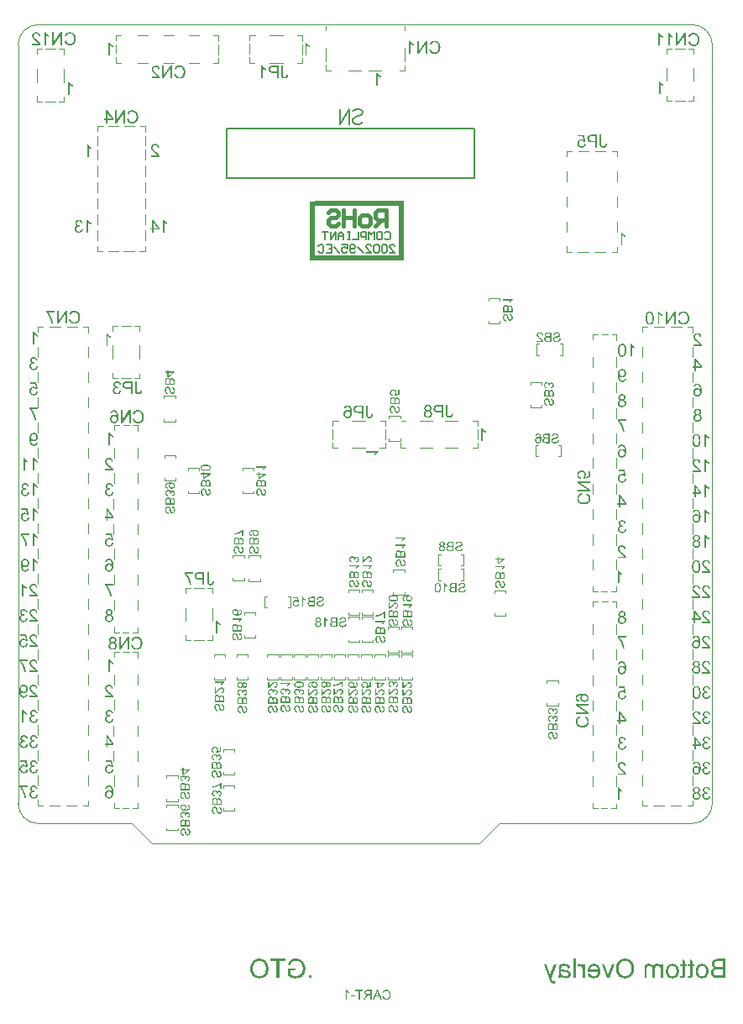
<source format=gbo>
G04 Layer_Color=6759642*
%FSLAX43Y43*%
%MOMM*%
G71*
G01*
G75*
%ADD53C,0.120*%
%ADD56C,0.200*%
%ADD60C,0.400*%
%ADD63C,0.150*%
%ADD66C,0.100*%
%ADD134R,0.500X6.000*%
%ADD135R,9.000X0.500*%
G36*
X7073Y70380D02*
X7094Y70351D01*
X7118Y70321D01*
X7140Y70295D01*
X7162Y70273D01*
X7179Y70255D01*
X7186Y70249D01*
X7192Y70243D01*
X7194Y70242D01*
X7195Y70240D01*
X7234Y70208D01*
X7273Y70179D01*
X7310Y70153D01*
X7347Y70132D01*
X7379Y70114D01*
X7392Y70106D01*
X7403Y70101D01*
X7412Y70095D01*
X7419Y70093D01*
X7423Y70090D01*
X7425D01*
Y69938D01*
X7397Y69949D01*
X7369Y69962D01*
X7342Y69975D01*
X7316Y69988D01*
X7294Y69999D01*
X7275Y70008D01*
X7264Y70016D01*
X7262Y70018D01*
X7260D01*
X7227Y70038D01*
X7197Y70058D01*
X7171Y70077D01*
X7151Y70093D01*
X7132Y70106D01*
X7121Y70117D01*
X7112Y70125D01*
X7110Y70127D01*
Y69125D01*
X6953D01*
Y70412D01*
X7055D01*
X7073Y70380D01*
D02*
G37*
G36*
X16659Y6081D02*
X16687Y6075D01*
X16711Y6067D01*
X16733Y6059D01*
X16749Y6050D01*
X16762Y6042D01*
X16770Y6037D01*
X16773Y6035D01*
X16795Y6016D01*
X16813Y5995D01*
X16828Y5971D01*
X16841Y5951D01*
X16851Y5931D01*
X16856Y5914D01*
X16859Y5909D01*
X16860Y5905D01*
X16862Y5902D01*
Y5901D01*
X16876Y5924D01*
X16889Y5945D01*
X16905Y5962D01*
X16919Y5975D01*
X16930Y5987D01*
X16941Y5995D01*
X16946Y5999D01*
X16949Y6000D01*
X16970Y6012D01*
X16989Y6020D01*
X17009Y6027D01*
X17027Y6031D01*
X17042Y6034D01*
X17055Y6035D01*
X17064D01*
X17088Y6034D01*
X17111Y6030D01*
X17132Y6023D01*
X17152Y6016D01*
X17168Y6009D01*
X17179Y6002D01*
X17188Y5998D01*
X17190Y5996D01*
X17211Y5981D01*
X17231Y5964D01*
X17246Y5946D01*
X17258Y5930D01*
X17268Y5916D01*
X17275Y5903D01*
X17279Y5895D01*
X17281Y5894D01*
Y5892D01*
X17290Y5866D01*
X17297Y5837D01*
X17303Y5808D01*
X17306Y5780D01*
X17308Y5755D01*
Y5744D01*
X17310Y5734D01*
Y5727D01*
Y5722D01*
Y5718D01*
Y5716D01*
Y5357D01*
X16350D01*
Y5723D01*
X16351Y5756D01*
X16353Y5785D01*
X16356Y5812D01*
X16358Y5834D01*
X16361Y5852D01*
X16362Y5866D01*
X16365Y5874D01*
Y5877D01*
X16372Y5901D01*
X16379Y5920D01*
X16387Y5938D01*
X16396Y5953D01*
X16401Y5966D01*
X16407Y5975D01*
X16411Y5981D01*
X16412Y5982D01*
X16425Y5998D01*
X16440Y6012D01*
X16455Y6023D01*
X16469Y6034D01*
X16483Y6042D01*
X16493Y6048D01*
X16500Y6052D01*
X16503Y6053D01*
X16525Y6063D01*
X16547Y6070D01*
X16568Y6075D01*
X16587Y6078D01*
X16604Y6081D01*
X16618Y6082D01*
X16629D01*
X16659Y6081D01*
D02*
G37*
G36*
X68930Y48039D02*
Y47894D01*
X68373D01*
Y47587D01*
X68215D01*
Y47894D01*
X68041D01*
Y48039D01*
X68215D01*
Y48868D01*
X68343D01*
X68930Y48039D01*
D02*
G37*
G36*
X16688Y7450D02*
X17310D01*
Y7354D01*
X16688Y6914D01*
X16580D01*
Y7332D01*
X16350D01*
Y7450D01*
X16580D01*
Y7580D01*
X16688D01*
Y7450D01*
D02*
G37*
G36*
X16666Y6837D02*
X16697Y6831D01*
X16723Y6823D01*
X16745Y6815D01*
X16763Y6806D01*
X16777Y6798D01*
X16785Y6792D01*
X16788Y6791D01*
X16809Y6772D01*
X16827Y6751D01*
X16841Y6729D01*
X16852Y6706D01*
X16860Y6687D01*
X16866Y6672D01*
X16867Y6666D01*
X16869Y6662D01*
X16870Y6659D01*
Y6658D01*
X16883Y6681D01*
X16895Y6701D01*
X16909Y6717D01*
X16921Y6731D01*
X16932Y6742D01*
X16942Y6751D01*
X16948Y6755D01*
X16951Y6756D01*
X16970Y6767D01*
X16989Y6776D01*
X17009Y6783D01*
X17027Y6787D01*
X17042Y6790D01*
X17053Y6791D01*
X17064D01*
X17088Y6790D01*
X17111Y6785D01*
X17132Y6780D01*
X17150Y6773D01*
X17165Y6766D01*
X17178Y6760D01*
X17185Y6756D01*
X17188Y6755D01*
X17208Y6741D01*
X17226Y6724D01*
X17242Y6708D01*
X17256Y6691D01*
X17265Y6677D01*
X17274Y6665D01*
X17278Y6656D01*
X17279Y6655D01*
Y6654D01*
X17290Y6629D01*
X17299Y6604D01*
X17306Y6579D01*
X17310Y6557D01*
X17312Y6539D01*
X17314Y6523D01*
Y6518D01*
Y6514D01*
Y6511D01*
Y6509D01*
Y6489D01*
X17311Y6469D01*
X17304Y6432D01*
X17293Y6400D01*
X17282Y6372D01*
X17275Y6360D01*
X17269Y6350D01*
X17264Y6340D01*
X17258Y6333D01*
X17254Y6328D01*
X17251Y6324D01*
X17250Y6321D01*
X17249Y6319D01*
X17222Y6293D01*
X17193Y6272D01*
X17163Y6256D01*
X17132Y6242D01*
X17106Y6233D01*
X17095Y6229D01*
X17085Y6227D01*
X17077Y6225D01*
X17071Y6224D01*
X17067Y6222D01*
X17066D01*
X17045Y6340D01*
X17075Y6346D01*
X17102Y6354D01*
X17124Y6364D01*
X17142Y6374D01*
X17156Y6383D01*
X17165Y6392D01*
X17172Y6397D01*
X17174Y6398D01*
X17188Y6417D01*
X17199Y6436D01*
X17206Y6454D01*
X17211Y6472D01*
X17214Y6489D01*
X17217Y6501D01*
Y6509D01*
Y6511D01*
Y6512D01*
X17215Y6537D01*
X17210Y6559D01*
X17203Y6579D01*
X17196Y6595D01*
X17188Y6608D01*
X17181Y6618D01*
X17175Y6625D01*
X17174Y6626D01*
X17157Y6641D01*
X17139Y6652D01*
X17121Y6659D01*
X17104Y6665D01*
X17089Y6668D01*
X17078Y6670D01*
X17052D01*
X17038Y6668D01*
X17014Y6661D01*
X16993Y6651D01*
X16975Y6640D01*
X16963Y6629D01*
X16953Y6619D01*
X16948Y6612D01*
X16946Y6611D01*
Y6609D01*
X16934Y6586D01*
X16924Y6564D01*
X16917Y6540D01*
X16913Y6519D01*
X16910Y6501D01*
X16908Y6486D01*
Y6480D01*
Y6476D01*
Y6475D01*
Y6473D01*
Y6468D01*
X16909Y6462D01*
Y6457D01*
Y6455D01*
X16805Y6441D01*
X16809Y6459D01*
X16812Y6476D01*
X16815Y6490D01*
X16816Y6502D01*
X16817Y6512D01*
Y6519D01*
Y6523D01*
Y6525D01*
X16815Y6554D01*
X16809Y6580D01*
X16801Y6604D01*
X16791Y6623D01*
X16781Y6638D01*
X16773Y6649D01*
X16767Y6656D01*
X16765Y6659D01*
X16744Y6677D01*
X16722Y6691D01*
X16699Y6701D01*
X16677Y6706D01*
X16659Y6711D01*
X16644Y6712D01*
X16638Y6713D01*
X16630D01*
X16600Y6711D01*
X16572Y6704D01*
X16548Y6695D01*
X16528Y6684D01*
X16511Y6673D01*
X16498Y6665D01*
X16490Y6658D01*
X16487Y6655D01*
X16468Y6633D01*
X16454Y6609D01*
X16444Y6586D01*
X16437Y6564D01*
X16433Y6544D01*
X16432Y6529D01*
X16430Y6523D01*
Y6519D01*
Y6516D01*
Y6515D01*
X16432Y6490D01*
X16437Y6466D01*
X16444Y6446D01*
X16453Y6429D01*
X16460Y6415D01*
X16466Y6404D01*
X16472Y6398D01*
X16473Y6396D01*
X16493Y6379D01*
X16515Y6365D01*
X16539Y6353D01*
X16564Y6343D01*
X16584Y6336D01*
X16594Y6333D01*
X16602Y6332D01*
X16609Y6331D01*
X16615Y6329D01*
X16618Y6328D01*
X16619D01*
X16604Y6210D01*
X16582Y6213D01*
X16561Y6217D01*
X16522Y6229D01*
X16489Y6245D01*
X16475Y6253D01*
X16461Y6261D01*
X16448Y6269D01*
X16439Y6278D01*
X16429Y6285D01*
X16422Y6292D01*
X16417Y6296D01*
X16412Y6300D01*
X16410Y6303D01*
X16408Y6304D01*
X16396Y6321D01*
X16383Y6337D01*
X16374Y6354D01*
X16365Y6372D01*
X16351Y6407D01*
X16343Y6440D01*
X16340Y6455D01*
X16338Y6469D01*
X16336Y6482D01*
X16335Y6493D01*
X16333Y6501D01*
Y6508D01*
Y6512D01*
Y6514D01*
X16335Y6540D01*
X16338Y6564D01*
X16342Y6587D01*
X16347Y6609D01*
X16354Y6630D01*
X16361Y6648D01*
X16369Y6666D01*
X16378Y6681D01*
X16385Y6697D01*
X16393Y6709D01*
X16400Y6720D01*
X16407Y6729D01*
X16412Y6735D01*
X16417Y6741D01*
X16419Y6744D01*
X16421Y6745D01*
X16437Y6762D01*
X16455Y6776D01*
X16473Y6788D01*
X16491Y6799D01*
X16508Y6808D01*
X16526Y6816D01*
X16559Y6827D01*
X16575Y6830D01*
X16589Y6833D01*
X16601Y6835D01*
X16612Y6837D01*
X16620Y6838D01*
X16633D01*
X16666Y6837D01*
D02*
G37*
G36*
X9572Y7677D02*
X9424Y7657D01*
X9411Y7677D01*
X9394Y7694D01*
X9380Y7711D01*
X9365Y7724D01*
X9350Y7733D01*
X9339Y7742D01*
X9332Y7746D01*
X9330Y7748D01*
X9306Y7759D01*
X9282Y7768D01*
X9259Y7774D01*
X9237Y7779D01*
X9219Y7781D01*
X9204Y7783D01*
X9169D01*
X9146Y7779D01*
X9107Y7770D01*
X9074Y7757D01*
X9045Y7744D01*
X9022Y7729D01*
X9006Y7716D01*
X8996Y7707D01*
X8993Y7705D01*
Y7703D01*
X8967Y7672D01*
X8948Y7639D01*
X8935Y7603D01*
X8926Y7568D01*
X8920Y7539D01*
X8919Y7526D01*
Y7515D01*
X8917Y7505D01*
Y7498D01*
Y7494D01*
Y7492D01*
Y7466D01*
X8920Y7442D01*
X8930Y7396D01*
X8943Y7357D01*
X8956Y7326D01*
X8970Y7300D01*
X8983Y7279D01*
X8989Y7274D01*
X8993Y7268D01*
X8995Y7266D01*
X8996Y7265D01*
X9011Y7250D01*
X9026Y7237D01*
X9059Y7215D01*
X9091Y7200D01*
X9122Y7190D01*
X9148Y7183D01*
X9170Y7181D01*
X9178Y7179D01*
X9189D01*
X9224Y7181D01*
X9256Y7189D01*
X9283Y7198D01*
X9306Y7209D01*
X9326Y7220D01*
X9341Y7229D01*
X9348Y7237D01*
X9352Y7239D01*
X9374Y7265D01*
X9393Y7292D01*
X9407Y7324D01*
X9419Y7352D01*
X9426Y7379D01*
X9432Y7400D01*
X9433Y7409D01*
X9435Y7415D01*
Y7418D01*
Y7420D01*
X9600Y7407D01*
X9596Y7378D01*
X9591Y7350D01*
X9574Y7298D01*
X9554Y7253D01*
X9543Y7233D01*
X9531Y7216D01*
X9522Y7200D01*
X9511Y7185D01*
X9502Y7174D01*
X9493Y7165D01*
X9485Y7157D01*
X9481Y7150D01*
X9478Y7148D01*
X9476Y7146D01*
X9454Y7129D01*
X9432Y7115D01*
X9407Y7102D01*
X9383Y7091D01*
X9337Y7074D01*
X9291Y7063D01*
X9270Y7057D01*
X9250Y7055D01*
X9233Y7053D01*
X9219Y7052D01*
X9206Y7050D01*
X9189D01*
X9150Y7052D01*
X9113Y7057D01*
X9078Y7065D01*
X9046Y7074D01*
X9017Y7087D01*
X8989Y7100D01*
X8963Y7113D01*
X8941Y7128D01*
X8920Y7142D01*
X8902Y7155D01*
X8887Y7170D01*
X8874Y7181D01*
X8865Y7190D01*
X8857Y7198D01*
X8854Y7203D01*
X8852Y7205D01*
X8833Y7229D01*
X8819Y7255D01*
X8804Y7279D01*
X8793Y7305D01*
X8774Y7355D01*
X8763Y7403D01*
X8759Y7424D01*
X8756Y7444D01*
X8754Y7461D01*
X8752Y7476D01*
X8750Y7489D01*
Y7498D01*
Y7503D01*
Y7505D01*
X8752Y7539D01*
X8756Y7570D01*
X8761Y7602D01*
X8769Y7629D01*
X8778Y7655D01*
X8787Y7681D01*
X8798Y7703D01*
X8807Y7724D01*
X8819Y7742D01*
X8830Y7759D01*
X8839Y7772D01*
X8848Y7785D01*
X8856Y7794D01*
X8861Y7800D01*
X8865Y7803D01*
X8867Y7805D01*
X8889Y7826D01*
X8911Y7844D01*
X8935Y7859D01*
X8959Y7872D01*
X8983Y7885D01*
X9007Y7894D01*
X9052Y7907D01*
X9072Y7913D01*
X9091Y7916D01*
X9107Y7918D01*
X9122Y7920D01*
X9133Y7922D01*
X9174D01*
X9196Y7918D01*
X9241Y7909D01*
X9282Y7896D01*
X9319Y7881D01*
X9348Y7866D01*
X9361Y7859D01*
X9372Y7853D01*
X9382Y7848D01*
X9387Y7844D01*
X9391Y7842D01*
X9393Y7840D01*
X9324Y8187D01*
X8811D01*
Y8337D01*
X9448D01*
X9572Y7677D01*
D02*
G37*
G36*
X9254Y13435D02*
X9304Y13426D01*
X9346Y13411D01*
X9383Y13396D01*
X9400Y13387D01*
X9413Y13380D01*
X9426Y13372D01*
X9435Y13365D01*
X9443Y13359D01*
X9448Y13356D01*
X9452Y13354D01*
X9454Y13352D01*
X9489Y13317D01*
X9517Y13278D01*
X9539Y13237D01*
X9557Y13196D01*
X9569Y13161D01*
X9574Y13146D01*
X9578Y13133D01*
X9580Y13122D01*
X9581Y13115D01*
X9583Y13109D01*
Y13107D01*
X9426Y13080D01*
X9419Y13120D01*
X9407Y13156D01*
X9394Y13185D01*
X9382Y13209D01*
X9369Y13228D01*
X9357Y13241D01*
X9350Y13250D01*
X9348Y13252D01*
X9324Y13270D01*
X9298Y13285D01*
X9274Y13294D01*
X9250Y13302D01*
X9228Y13306D01*
X9211Y13309D01*
X9196D01*
X9163Y13307D01*
X9133Y13300D01*
X9107Y13291D01*
X9085Y13282D01*
X9069Y13270D01*
X9056Y13261D01*
X9046Y13254D01*
X9045Y13252D01*
X9024Y13230D01*
X9009Y13206D01*
X9000Y13182D01*
X8993Y13159D01*
X8989Y13139D01*
X8985Y13124D01*
Y13113D01*
Y13111D01*
Y13109D01*
Y13089D01*
X8989Y13070D01*
X8998Y13039D01*
X9011Y13011D01*
X9026Y12987D01*
X9041Y12970D01*
X9054Y12957D01*
X9063Y12950D01*
X9065Y12948D01*
X9067D01*
X9098Y12932D01*
X9128Y12919D01*
X9159Y12909D01*
X9187Y12904D01*
X9211Y12900D01*
X9232Y12896D01*
X9256D01*
X9263Y12898D01*
X9272D01*
X9291Y12759D01*
X9267Y12765D01*
X9244Y12769D01*
X9226Y12772D01*
X9209Y12774D01*
X9196Y12776D01*
X9180D01*
X9141Y12772D01*
X9106Y12765D01*
X9074Y12754D01*
X9048Y12741D01*
X9028Y12728D01*
X9013Y12717D01*
X9004Y12709D01*
X9000Y12706D01*
X8976Y12678D01*
X8957Y12648D01*
X8945Y12619D01*
X8937Y12589D01*
X8932Y12565D01*
X8930Y12545D01*
X8928Y12537D01*
Y12532D01*
Y12528D01*
Y12526D01*
X8932Y12485D01*
X8941Y12448D01*
X8952Y12417D01*
X8967Y12389D01*
X8982Y12367D01*
X8993Y12350D01*
X9002Y12339D01*
X9006Y12335D01*
X9035Y12309D01*
X9067Y12291D01*
X9098Y12278D01*
X9128Y12269D01*
X9154Y12263D01*
X9174Y12261D01*
X9182Y12259D01*
X9193D01*
X9226Y12261D01*
X9257Y12269D01*
X9285Y12278D01*
X9307Y12289D01*
X9326Y12298D01*
X9341Y12308D01*
X9348Y12315D01*
X9352Y12317D01*
X9374Y12343D01*
X9393Y12372D01*
X9409Y12404D01*
X9422Y12437D01*
X9432Y12465D01*
X9435Y12478D01*
X9437Y12489D01*
X9439Y12498D01*
X9441Y12506D01*
X9443Y12509D01*
Y12511D01*
X9600Y12491D01*
X9596Y12461D01*
X9591Y12433D01*
X9574Y12382D01*
X9554Y12337D01*
X9543Y12319D01*
X9531Y12300D01*
X9520Y12283D01*
X9509Y12271D01*
X9500Y12258D01*
X9491Y12248D01*
X9485Y12241D01*
X9480Y12235D01*
X9476Y12232D01*
X9474Y12230D01*
X9452Y12213D01*
X9430Y12196D01*
X9407Y12183D01*
X9383Y12172D01*
X9337Y12154D01*
X9293Y12143D01*
X9272Y12139D01*
X9254Y12135D01*
X9237Y12133D01*
X9222Y12132D01*
X9211Y12130D01*
X9194D01*
X9159Y12132D01*
X9128Y12135D01*
X9096Y12141D01*
X9067Y12148D01*
X9039Y12158D01*
X9015Y12167D01*
X8991Y12178D01*
X8970Y12189D01*
X8950Y12198D01*
X8933Y12209D01*
X8919Y12219D01*
X8907Y12228D01*
X8898Y12235D01*
X8891Y12241D01*
X8887Y12245D01*
X8885Y12246D01*
X8863Y12269D01*
X8845Y12293D01*
X8828Y12317D01*
X8813Y12341D01*
X8802Y12363D01*
X8791Y12387D01*
X8776Y12432D01*
X8772Y12452D01*
X8769Y12470D01*
X8765Y12487D01*
X8763Y12502D01*
X8761Y12513D01*
Y12522D01*
Y12528D01*
Y12530D01*
X8763Y12574D01*
X8770Y12615D01*
X8782Y12650D01*
X8793Y12680D01*
X8804Y12704D01*
X8815Y12722D01*
X8822Y12733D01*
X8824Y12737D01*
X8850Y12765D01*
X8878Y12789D01*
X8907Y12807D01*
X8937Y12822D01*
X8963Y12833D01*
X8983Y12841D01*
X8991Y12843D01*
X8996Y12845D01*
X9000Y12846D01*
X9002D01*
X8970Y12863D01*
X8945Y12880D01*
X8922Y12898D01*
X8904Y12915D01*
X8889Y12930D01*
X8878Y12943D01*
X8872Y12950D01*
X8870Y12954D01*
X8856Y12980D01*
X8845Y13006D01*
X8835Y13032D01*
X8830Y13056D01*
X8826Y13076D01*
X8824Y13091D01*
Y13102D01*
Y13106D01*
X8826Y13137D01*
X8832Y13169D01*
X8839Y13196D01*
X8848Y13220D01*
X8857Y13241D01*
X8865Y13257D01*
X8870Y13267D01*
X8872Y13270D01*
X8891Y13298D01*
X8913Y13322D01*
X8935Y13343D01*
X8957Y13361D01*
X8976Y13374D01*
X8993Y13385D01*
X9004Y13391D01*
X9006Y13393D01*
X9007D01*
X9041Y13407D01*
X9074Y13419D01*
X9107Y13428D01*
X9137Y13433D01*
X9161Y13437D01*
X9182Y13439D01*
X9228D01*
X9254Y13435D01*
D02*
G37*
G36*
X19866Y5337D02*
X19897Y5331D01*
X19923Y5323D01*
X19945Y5315D01*
X19963Y5306D01*
X19977Y5298D01*
X19985Y5292D01*
X19988Y5291D01*
X20009Y5272D01*
X20027Y5251D01*
X20041Y5229D01*
X20052Y5206D01*
X20060Y5187D01*
X20066Y5172D01*
X20067Y5166D01*
X20069Y5162D01*
X20070Y5159D01*
Y5158D01*
X20083Y5181D01*
X20095Y5201D01*
X20109Y5217D01*
X20121Y5231D01*
X20132Y5242D01*
X20142Y5251D01*
X20148Y5255D01*
X20150Y5256D01*
X20170Y5267D01*
X20189Y5276D01*
X20209Y5283D01*
X20227Y5287D01*
X20242Y5290D01*
X20253Y5291D01*
X20264D01*
X20288Y5290D01*
X20311Y5285D01*
X20332Y5280D01*
X20350Y5273D01*
X20365Y5266D01*
X20378Y5260D01*
X20385Y5256D01*
X20388Y5255D01*
X20408Y5241D01*
X20426Y5224D01*
X20442Y5208D01*
X20456Y5191D01*
X20465Y5177D01*
X20474Y5165D01*
X20478Y5156D01*
X20479Y5155D01*
Y5154D01*
X20490Y5129D01*
X20499Y5104D01*
X20506Y5079D01*
X20510Y5057D01*
X20512Y5039D01*
X20514Y5023D01*
Y5018D01*
Y5014D01*
Y5011D01*
Y5009D01*
Y4989D01*
X20511Y4969D01*
X20504Y4932D01*
X20493Y4900D01*
X20482Y4872D01*
X20475Y4860D01*
X20469Y4850D01*
X20464Y4840D01*
X20458Y4833D01*
X20454Y4828D01*
X20451Y4824D01*
X20450Y4821D01*
X20449Y4819D01*
X20422Y4793D01*
X20393Y4772D01*
X20363Y4756D01*
X20332Y4742D01*
X20306Y4733D01*
X20295Y4729D01*
X20285Y4727D01*
X20277Y4725D01*
X20271Y4724D01*
X20267Y4722D01*
X20266D01*
X20245Y4840D01*
X20275Y4846D01*
X20302Y4854D01*
X20324Y4864D01*
X20342Y4874D01*
X20356Y4883D01*
X20365Y4892D01*
X20372Y4897D01*
X20374Y4898D01*
X20388Y4917D01*
X20399Y4936D01*
X20406Y4954D01*
X20411Y4972D01*
X20414Y4989D01*
X20417Y5001D01*
Y5009D01*
Y5011D01*
Y5012D01*
X20415Y5037D01*
X20410Y5059D01*
X20403Y5079D01*
X20396Y5095D01*
X20388Y5108D01*
X20381Y5118D01*
X20375Y5125D01*
X20374Y5126D01*
X20357Y5141D01*
X20339Y5152D01*
X20321Y5159D01*
X20304Y5165D01*
X20289Y5168D01*
X20278Y5170D01*
X20252D01*
X20238Y5168D01*
X20214Y5161D01*
X20193Y5151D01*
X20175Y5140D01*
X20163Y5129D01*
X20153Y5119D01*
X20148Y5112D01*
X20146Y5111D01*
Y5109D01*
X20134Y5086D01*
X20124Y5064D01*
X20117Y5040D01*
X20113Y5019D01*
X20110Y5001D01*
X20108Y4986D01*
Y4980D01*
Y4976D01*
Y4975D01*
Y4973D01*
Y4968D01*
X20109Y4962D01*
Y4957D01*
Y4955D01*
X20005Y4941D01*
X20009Y4959D01*
X20012Y4976D01*
X20015Y4990D01*
X20016Y5002D01*
X20017Y5012D01*
Y5019D01*
Y5023D01*
Y5025D01*
X20015Y5054D01*
X20009Y5080D01*
X20001Y5104D01*
X19991Y5123D01*
X19981Y5138D01*
X19973Y5149D01*
X19967Y5156D01*
X19965Y5159D01*
X19944Y5177D01*
X19922Y5191D01*
X19899Y5201D01*
X19877Y5206D01*
X19859Y5211D01*
X19844Y5212D01*
X19838Y5213D01*
X19830D01*
X19800Y5211D01*
X19772Y5204D01*
X19748Y5195D01*
X19728Y5184D01*
X19711Y5173D01*
X19698Y5165D01*
X19690Y5158D01*
X19687Y5155D01*
X19668Y5133D01*
X19654Y5109D01*
X19644Y5086D01*
X19637Y5064D01*
X19633Y5044D01*
X19632Y5029D01*
X19630Y5023D01*
Y5019D01*
Y5016D01*
Y5015D01*
X19632Y4990D01*
X19637Y4966D01*
X19644Y4946D01*
X19653Y4929D01*
X19660Y4915D01*
X19666Y4904D01*
X19672Y4898D01*
X19673Y4896D01*
X19693Y4879D01*
X19715Y4865D01*
X19739Y4853D01*
X19764Y4843D01*
X19784Y4836D01*
X19794Y4833D01*
X19802Y4832D01*
X19809Y4831D01*
X19815Y4829D01*
X19818Y4828D01*
X19819D01*
X19804Y4710D01*
X19782Y4713D01*
X19761Y4717D01*
X19722Y4729D01*
X19689Y4745D01*
X19675Y4753D01*
X19661Y4761D01*
X19648Y4769D01*
X19639Y4778D01*
X19629Y4785D01*
X19622Y4792D01*
X19617Y4796D01*
X19612Y4800D01*
X19610Y4803D01*
X19608Y4804D01*
X19596Y4821D01*
X19583Y4837D01*
X19574Y4854D01*
X19565Y4872D01*
X19551Y4907D01*
X19543Y4940D01*
X19540Y4955D01*
X19538Y4969D01*
X19536Y4982D01*
X19535Y4993D01*
X19533Y5001D01*
Y5008D01*
Y5012D01*
Y5014D01*
X19535Y5040D01*
X19538Y5064D01*
X19542Y5087D01*
X19547Y5109D01*
X19554Y5130D01*
X19561Y5148D01*
X19569Y5166D01*
X19578Y5181D01*
X19585Y5197D01*
X19593Y5209D01*
X19600Y5220D01*
X19607Y5229D01*
X19612Y5235D01*
X19617Y5241D01*
X19619Y5244D01*
X19621Y5245D01*
X19637Y5262D01*
X19655Y5276D01*
X19673Y5288D01*
X19691Y5299D01*
X19708Y5308D01*
X19726Y5316D01*
X19759Y5327D01*
X19775Y5330D01*
X19789Y5333D01*
X19801Y5335D01*
X19812Y5337D01*
X19820Y5338D01*
X19833D01*
X19866Y5337D01*
D02*
G37*
G36*
X16647Y5186D02*
X16673Y5182D01*
X16697Y5175D01*
X16716Y5168D01*
X16733Y5160D01*
X16745Y5154D01*
X16752Y5149D01*
X16755Y5148D01*
X16776Y5131D01*
X16795Y5111D01*
X16812Y5091D01*
X16827Y5070D01*
X16838Y5052D01*
X16846Y5037D01*
X16849Y5031D01*
X16852Y5027D01*
X16853Y5024D01*
Y5023D01*
X16859Y5012D01*
X16863Y4998D01*
X16869Y4983D01*
X16874Y4966D01*
X16884Y4931D01*
X16894Y4895D01*
X16898Y4878D01*
X16902Y4863D01*
X16906Y4848D01*
X16909Y4835D01*
X16912Y4826D01*
X16913Y4817D01*
X16914Y4812D01*
Y4811D01*
X16921Y4783D01*
X16927Y4758D01*
X16934Y4736D01*
X16939Y4716D01*
X16946Y4698D01*
X16952Y4683D01*
X16957Y4669D01*
X16962Y4657D01*
X16967Y4647D01*
X16971Y4639D01*
X16974Y4633D01*
X16978Y4627D01*
X16982Y4621D01*
X16984Y4619D01*
X16998Y4607D01*
X17012Y4598D01*
X17025Y4591D01*
X17039Y4587D01*
X17050Y4584D01*
X17060Y4583D01*
X17068D01*
X17091Y4586D01*
X17110Y4591D01*
X17127Y4600D01*
X17142Y4609D01*
X17153Y4618D01*
X17163Y4626D01*
X17168Y4632D01*
X17170Y4634D01*
X17177Y4646D01*
X17183Y4657D01*
X17195Y4683D01*
X17202Y4711D01*
X17207Y4738D01*
X17210Y4763D01*
X17211Y4774D01*
X17213Y4783D01*
Y4791D01*
Y4797D01*
Y4801D01*
Y4802D01*
X17211Y4841D01*
X17206Y4876D01*
X17197Y4903D01*
X17189Y4927D01*
X17181Y4945D01*
X17172Y4959D01*
X17167Y4966D01*
X17165Y4969D01*
X17146Y4988D01*
X17125Y5003D01*
X17103Y5016D01*
X17081Y5024D01*
X17060Y5030D01*
X17045Y5034D01*
X17038Y5035D01*
X17034Y5037D01*
X17030D01*
X17039Y5159D01*
X17070Y5156D01*
X17098Y5149D01*
X17124Y5142D01*
X17146Y5132D01*
X17164Y5124D01*
X17178Y5117D01*
X17182Y5114D01*
X17186Y5111D01*
X17188Y5110D01*
X17189D01*
X17213Y5092D01*
X17233Y5073D01*
X17251Y5052D01*
X17265Y5031D01*
X17278Y5013D01*
X17285Y4999D01*
X17288Y4994D01*
X17290Y4989D01*
X17292Y4987D01*
Y4985D01*
X17303Y4955D01*
X17311Y4921D01*
X17318Y4891D01*
X17322Y4862D01*
X17325Y4835D01*
Y4826D01*
X17326Y4816D01*
Y4809D01*
Y4802D01*
Y4799D01*
Y4798D01*
X17325Y4762D01*
X17321Y4730D01*
X17315Y4700D01*
X17310Y4673D01*
X17304Y4652D01*
X17301Y4643D01*
X17299Y4636D01*
X17296Y4630D01*
X17294Y4626D01*
X17293Y4623D01*
Y4622D01*
X17279Y4594D01*
X17264Y4569D01*
X17247Y4548D01*
X17232Y4532D01*
X17218Y4519D01*
X17207Y4510D01*
X17199Y4503D01*
X17197Y4501D01*
X17196D01*
X17172Y4487D01*
X17149Y4478D01*
X17125Y4471D01*
X17104Y4467D01*
X17086Y4464D01*
X17073Y4461D01*
X17060D01*
X17036Y4462D01*
X17014Y4467D01*
X16993Y4472D01*
X16975Y4478D01*
X16962Y4483D01*
X16951Y4489D01*
X16944Y4493D01*
X16941Y4494D01*
X16921Y4508D01*
X16903Y4525D01*
X16888Y4541D01*
X16876Y4558D01*
X16865Y4572D01*
X16858Y4584D01*
X16852Y4593D01*
X16851Y4594D01*
Y4596D01*
X16845Y4607D01*
X16840Y4619D01*
X16830Y4647D01*
X16820Y4679D01*
X16810Y4709D01*
X16802Y4737D01*
X16799Y4750D01*
X16797Y4761D01*
X16794Y4769D01*
X16792Y4776D01*
X16791Y4780D01*
Y4781D01*
X16785Y4805D01*
X16780Y4827D01*
X16774Y4847D01*
X16770Y4863D01*
X16766Y4880D01*
X16762Y4894D01*
X16759Y4906D01*
X16755Y4916D01*
X16752Y4926D01*
X16751Y4933D01*
X16747Y4944D01*
X16745Y4951D01*
X16744Y4952D01*
X16736Y4973D01*
X16726Y4991D01*
X16716Y5006D01*
X16708Y5017D01*
X16699Y5027D01*
X16694Y5032D01*
X16690Y5037D01*
X16688Y5038D01*
X16676Y5048D01*
X16662Y5055D01*
X16648Y5059D01*
X16637Y5063D01*
X16626Y5064D01*
X16618Y5066D01*
X16609D01*
X16593Y5064D01*
X16577Y5062D01*
X16564Y5057D01*
X16552Y5052D01*
X16541Y5046D01*
X16534Y5042D01*
X16529Y5039D01*
X16528Y5038D01*
X16514Y5027D01*
X16503Y5013D01*
X16493Y4999D01*
X16483Y4987D01*
X16478Y4974D01*
X16472Y4964D01*
X16469Y4958D01*
X16468Y4955D01*
X16461Y4934D01*
X16455Y4912D01*
X16453Y4890D01*
X16450Y4870D01*
X16448Y4854D01*
X16447Y4840D01*
Y4834D01*
Y4830D01*
Y4829D01*
Y4827D01*
X16448Y4797D01*
X16451Y4769D01*
X16455Y4744D01*
X16461Y4722D01*
X16466Y4704D01*
X16471Y4690D01*
X16472Y4686D01*
X16473Y4682D01*
X16475Y4680D01*
Y4679D01*
X16486Y4657D01*
X16498Y4636D01*
X16511Y4621D01*
X16523Y4607D01*
X16533Y4596D01*
X16543Y4589D01*
X16548Y4584D01*
X16550Y4583D01*
X16568Y4573D01*
X16587Y4564D01*
X16608Y4558D01*
X16626Y4553D01*
X16644Y4548D01*
X16656Y4546D01*
X16662D01*
X16666Y4544D01*
X16669D01*
X16658Y4425D01*
X16623Y4428D01*
X16590Y4433D01*
X16561Y4442D01*
X16534Y4451D01*
X16514Y4461D01*
X16505Y4465D01*
X16498Y4468D01*
X16493Y4472D01*
X16489Y4474D01*
X16486Y4476D01*
X16485D01*
X16458Y4497D01*
X16435Y4519D01*
X16415Y4543D01*
X16399Y4565D01*
X16386Y4584D01*
X16378Y4601D01*
X16375Y4607D01*
X16372Y4611D01*
X16371Y4614D01*
Y4615D01*
X16358Y4650D01*
X16349Y4686D01*
X16343Y4722D01*
X16338Y4756D01*
X16336Y4773D01*
X16335Y4787D01*
Y4799D01*
X16333Y4811D01*
Y4820D01*
Y4827D01*
Y4831D01*
Y4833D01*
X16335Y4870D01*
X16339Y4905D01*
X16346Y4937D01*
X16353Y4963D01*
X16358Y4985D01*
X16362Y4995D01*
X16365Y5003D01*
X16368Y5009D01*
X16369Y5013D01*
X16371Y5016D01*
Y5017D01*
X16386Y5046D01*
X16403Y5071D01*
X16421Y5093D01*
X16437Y5111D01*
X16451Y5125D01*
X16464Y5135D01*
X16472Y5142D01*
X16473Y5143D01*
X16475D01*
X16501Y5159D01*
X16526Y5170D01*
X16550Y5177D01*
X16572Y5182D01*
X16591Y5185D01*
X16607Y5188D01*
X16619D01*
X16647Y5186D01*
D02*
G37*
G36*
X20497Y5463D02*
X20383D01*
Y5933D01*
X20343Y5900D01*
X20300Y5868D01*
X20259Y5840D01*
X20218Y5814D01*
X20200Y5803D01*
X20184Y5793D01*
X20169Y5783D01*
X20156Y5776D01*
X20145Y5771D01*
X20138Y5767D01*
X20132Y5764D01*
X20131Y5762D01*
X20076Y5735D01*
X20020Y5710D01*
X19967Y5689D01*
X19944Y5681D01*
X19920Y5672D01*
X19899Y5664D01*
X19880Y5658D01*
X19863Y5653D01*
X19850Y5649D01*
X19837Y5645D01*
X19829Y5642D01*
X19823Y5640D01*
X19822D01*
X19765Y5627D01*
X19737Y5621D01*
X19712Y5617D01*
X19689Y5613D01*
X19665Y5609D01*
X19646Y5606D01*
X19626Y5603D01*
X19610Y5602D01*
X19594Y5600D01*
X19581Y5599D01*
X19569D01*
X19561Y5597D01*
X19550D01*
Y5718D01*
X19603Y5722D01*
X19651Y5729D01*
X19696Y5736D01*
X19716Y5740D01*
X19736Y5744D01*
X19752Y5747D01*
X19768Y5751D01*
X19782Y5754D01*
X19793Y5757D01*
X19801Y5760D01*
X19808Y5761D01*
X19812Y5762D01*
X19813D01*
X19877Y5783D01*
X19937Y5805D01*
X19966Y5817D01*
X19994Y5828D01*
X20019Y5840D01*
X20044Y5851D01*
X20066Y5861D01*
X20085Y5871D01*
X20102Y5879D01*
X20117Y5886D01*
X20130Y5893D01*
X20138Y5897D01*
X20144Y5900D01*
X20145Y5901D01*
X20174Y5918D01*
X20203Y5934D01*
X20230Y5951D01*
X20255Y5968D01*
X20277Y5983D01*
X20299Y5998D01*
X20318Y6013D01*
X20335Y6026D01*
X20352Y6038D01*
X20365Y6050D01*
X20377Y6061D01*
X20386Y6069D01*
X20395Y6075D01*
X20400Y6080D01*
X20403Y6083D01*
X20404Y6084D01*
X20497D01*
Y5463D01*
D02*
G37*
G36*
X8998Y51347D02*
X9019Y51318D01*
X9043Y51288D01*
X9065Y51262D01*
X9087Y51240D01*
X9104Y51222D01*
X9111Y51216D01*
X9117Y51210D01*
X9119Y51209D01*
X9120Y51207D01*
X9159Y51175D01*
X9198Y51146D01*
X9235Y51120D01*
X9272Y51099D01*
X9304Y51081D01*
X9317Y51073D01*
X9328Y51068D01*
X9337Y51062D01*
X9344Y51060D01*
X9348Y51057D01*
X9350D01*
Y50905D01*
X9322Y50916D01*
X9294Y50929D01*
X9267Y50942D01*
X9241Y50955D01*
X9219Y50966D01*
X9200Y50975D01*
X9189Y50983D01*
X9187Y50985D01*
X9185D01*
X9152Y51005D01*
X9122Y51025D01*
X9096Y51044D01*
X9076Y51060D01*
X9057Y51073D01*
X9046Y51084D01*
X9037Y51092D01*
X9035Y51094D01*
Y50092D01*
X8878D01*
Y51379D01*
X8980D01*
X8998Y51347D01*
D02*
G37*
G36*
X68425Y38712D02*
X68457Y38710D01*
X68487Y38705D01*
X68514Y38699D01*
X68540Y38692D01*
X68564Y38684D01*
X68587Y38675D01*
X68607Y38666D01*
X68625Y38657D01*
X68640Y38647D01*
X68653Y38640D01*
X68664Y38632D01*
X68674Y38627D01*
X68679Y38621D01*
X68683Y38619D01*
X68685Y38618D01*
X68703Y38599D01*
X68720Y38579D01*
X68737Y38557D01*
X68750Y38534D01*
X68772Y38490D01*
X68787Y38445D01*
X68792Y38425D01*
X68798Y38405D01*
X68801Y38388D01*
X68805Y38373D01*
X68807Y38360D01*
Y38351D01*
X68809Y38345D01*
Y38344D01*
X68648Y38327D01*
X68644Y38369D01*
X68637Y38407D01*
X68625Y38440D01*
X68612Y38466D01*
X68601Y38488D01*
X68590Y38503D01*
X68583Y38512D01*
X68579Y38516D01*
X68551Y38538D01*
X68522Y38555D01*
X68490Y38568D01*
X68463Y38575D01*
X68437Y38581D01*
X68414Y38582D01*
X68407Y38584D01*
X68396D01*
X68357Y38582D01*
X68322Y38575D01*
X68292Y38564D01*
X68266Y38553D01*
X68246Y38540D01*
X68233Y38531D01*
X68224Y38523D01*
X68220Y38519D01*
X68198Y38494D01*
X68181Y38468D01*
X68168Y38442D01*
X68161Y38416D01*
X68155Y38395D01*
X68153Y38377D01*
X68151Y38366D01*
Y38364D01*
Y38362D01*
X68155Y38329D01*
X68163Y38294D01*
X68175Y38262D01*
X68188Y38232D01*
X68203Y38208D01*
X68216Y38188D01*
X68220Y38181D01*
X68224Y38175D01*
X68227Y38173D01*
Y38171D01*
X68242Y38151D01*
X68261Y38131D01*
X68281Y38108D01*
X68303Y38086D01*
X68350Y38042D01*
X68396Y37997D01*
X68420Y37977D01*
X68440Y37958D01*
X68461Y37942D01*
X68477Y37927D01*
X68490Y37916D01*
X68501Y37907D01*
X68509Y37901D01*
X68511Y37899D01*
X68557Y37860D01*
X68600Y37823D01*
X68635Y37790D01*
X68662Y37762D01*
X68687Y37738D01*
X68703Y37721D01*
X68712Y37710D01*
X68716Y37708D01*
Y37707D01*
X68742Y37675D01*
X68762Y37645D01*
X68781Y37616D01*
X68796Y37590D01*
X68807Y37568D01*
X68814Y37551D01*
X68818Y37540D01*
X68820Y37538D01*
Y37536D01*
X68827Y37516D01*
X68831Y37497D01*
X68835Y37479D01*
X68837Y37462D01*
X68838Y37447D01*
Y37436D01*
Y37429D01*
Y37427D01*
X67988D01*
Y37579D01*
X68620D01*
X68598Y37610D01*
X68587Y37623D01*
X68577Y37636D01*
X68568Y37647D01*
X68561Y37655D01*
X68555Y37660D01*
X68553Y37662D01*
X68544Y37671D01*
X68533Y37681D01*
X68507Y37705D01*
X68477Y37733D01*
X68446Y37760D01*
X68416Y37784D01*
X68403Y37795D01*
X68392Y37807D01*
X68383Y37814D01*
X68375Y37820D01*
X68372Y37823D01*
X68370Y37825D01*
X68340Y37851D01*
X68311Y37875D01*
X68285Y37899D01*
X68261Y37920D01*
X68238Y37940D01*
X68220Y37958D01*
X68201Y37975D01*
X68187Y37990D01*
X68172Y38005D01*
X68161Y38016D01*
X68151Y38025D01*
X68142Y38034D01*
X68133Y38045D01*
X68129Y38049D01*
X68103Y38081D01*
X68081Y38108D01*
X68063Y38136D01*
X68048Y38158D01*
X68037Y38179D01*
X68029Y38194D01*
X68026Y38203D01*
X68024Y38207D01*
X68013Y38234D01*
X68005Y38262D01*
X67998Y38288D01*
X67994Y38310D01*
X67992Y38331D01*
X67990Y38345D01*
Y38355D01*
Y38358D01*
X67992Y38386D01*
X67996Y38412D01*
X68000Y38438D01*
X68007Y38460D01*
X68026Y38505D01*
X68044Y38540D01*
X68055Y38557D01*
X68064Y38569D01*
X68074Y38582D01*
X68083Y38592D01*
X68090Y38599D01*
X68094Y38606D01*
X68098Y38608D01*
X68100Y38610D01*
X68120Y38629D01*
X68142Y38645D01*
X68166Y38658D01*
X68190Y38669D01*
X68238Y38688D01*
X68287Y38701D01*
X68307Y38705D01*
X68327Y38708D01*
X68346Y38710D01*
X68361Y38712D01*
X68374Y38714D01*
X68392D01*
X68425Y38712D01*
D02*
G37*
G36*
X16711Y3908D02*
X16734Y3905D01*
X16758Y3901D01*
X16779Y3897D01*
X16798Y3890D01*
X16817Y3883D01*
X16834Y3876D01*
X16849Y3868D01*
X16863Y3859D01*
X16876Y3852D01*
X16885Y3845D01*
X16895Y3838D01*
X16902Y3834D01*
X16906Y3830D01*
X16909Y3827D01*
X16910Y3826D01*
X16926Y3811D01*
X16939Y3794D01*
X16951Y3776D01*
X16960Y3759D01*
X16970Y3743D01*
X16977Y3726D01*
X16987Y3694D01*
X16991Y3680D01*
X16994Y3667D01*
X16995Y3655D01*
X16996Y3644D01*
X16998Y3636D01*
Y3630D01*
Y3626D01*
Y3625D01*
X16996Y3600D01*
X16992Y3576D01*
X16988Y3554D01*
X16982Y3535D01*
X16976Y3518D01*
X16971Y3506D01*
X16967Y3497D01*
X16966Y3496D01*
Y3495D01*
X16952Y3472D01*
X16937Y3453D01*
X16921Y3435D01*
X16905Y3421D01*
X16891Y3409D01*
X16880Y3399D01*
X16871Y3393D01*
X16870Y3392D01*
X16895D01*
X16920Y3393D01*
X16942Y3395D01*
X16964Y3397D01*
X16984Y3399D01*
X17002Y3402D01*
X17018Y3404D01*
X17034Y3409D01*
X17048Y3411D01*
X17059Y3414D01*
X17068Y3417D01*
X17077Y3418D01*
X17082Y3421D01*
X17086Y3422D01*
X17089Y3424D01*
X17091D01*
X17118Y3438D01*
X17143Y3452D01*
X17163Y3467D01*
X17179Y3481D01*
X17193Y3493D01*
X17203Y3503D01*
X17208Y3510D01*
X17210Y3513D01*
X17221Y3529D01*
X17228Y3546D01*
X17233Y3563D01*
X17238Y3579D01*
X17240Y3592D01*
X17242Y3603D01*
Y3610D01*
Y3612D01*
X17239Y3637D01*
X17233Y3661D01*
X17225Y3680D01*
X17217Y3698D01*
X17207Y3712D01*
X17199Y3722D01*
X17193Y3728D01*
X17190Y3730D01*
X17178Y3740D01*
X17163Y3750D01*
X17146Y3758D01*
X17129Y3764D01*
X17114Y3769D01*
X17102Y3773D01*
X17093Y3775D01*
X17092Y3776D01*
X17091D01*
X17100Y3894D01*
X17139Y3886D01*
X17174Y3873D01*
X17204Y3859D01*
X17229Y3844D01*
X17249Y3829D01*
X17257Y3823D01*
X17264Y3816D01*
X17268Y3812D01*
X17272Y3808D01*
X17274Y3807D01*
X17275Y3805D01*
X17286Y3791D01*
X17296Y3776D01*
X17312Y3746D01*
X17324Y3715D01*
X17331Y3686D01*
X17336Y3660D01*
X17337Y3648D01*
Y3639D01*
X17339Y3630D01*
Y3625D01*
Y3621D01*
Y3619D01*
X17337Y3592D01*
X17335Y3565D01*
X17329Y3540D01*
X17322Y3517D01*
X17312Y3496D01*
X17304Y3475D01*
X17293Y3457D01*
X17283Y3440D01*
X17274Y3427D01*
X17263Y3413D01*
X17254Y3402D01*
X17246Y3393D01*
X17238Y3386D01*
X17232Y3381D01*
X17229Y3378D01*
X17228Y3377D01*
X17203Y3359D01*
X17174Y3343D01*
X17143Y3330D01*
X17111Y3317D01*
X17078Y3307D01*
X17045Y3299D01*
X17010Y3292D01*
X16978Y3287D01*
X16946Y3282D01*
X16917Y3280D01*
X16891Y3277D01*
X16869Y3275D01*
X16849D01*
X16835Y3274D01*
X16823D01*
X16779Y3275D01*
X16737Y3278D01*
X16698Y3282D01*
X16662Y3289D01*
X16630Y3296D01*
X16601Y3303D01*
X16575Y3311D01*
X16551Y3321D01*
X16532Y3330D01*
X16514Y3338D01*
X16500Y3345D01*
X16487Y3353D01*
X16478Y3359D01*
X16472Y3363D01*
X16468Y3366D01*
X16467Y3367D01*
X16447Y3385D01*
X16430Y3404D01*
X16417Y3424D01*
X16404Y3443D01*
X16393Y3464D01*
X16385Y3483D01*
X16378Y3503D01*
X16372Y3522D01*
X16368Y3539D01*
X16364Y3556D01*
X16361Y3569D01*
X16360Y3582D01*
Y3593D01*
X16358Y3600D01*
Y3605D01*
Y3607D01*
X16360Y3639D01*
X16365Y3668D01*
X16371Y3694D01*
X16379Y3718D01*
X16386Y3736D01*
X16393Y3750D01*
X16394Y3755D01*
X16397Y3759D01*
X16399Y3761D01*
Y3762D01*
X16415Y3786D01*
X16435Y3808D01*
X16454Y3826D01*
X16473Y3841D01*
X16491Y3854D01*
X16505Y3862D01*
X16511Y3865D01*
X16515Y3868D01*
X16516Y3869D01*
X16518D01*
X16547Y3883D01*
X16577Y3893D01*
X16605Y3900D01*
X16632Y3904D01*
X16654Y3908D01*
X16662D01*
X16670Y3909D01*
X16686D01*
X16711Y3908D01*
D02*
G37*
G36*
X28147Y13911D02*
X28173Y13907D01*
X28197Y13900D01*
X28216Y13893D01*
X28233Y13885D01*
X28245Y13879D01*
X28252Y13874D01*
X28255Y13873D01*
X28276Y13856D01*
X28295Y13836D01*
X28312Y13816D01*
X28327Y13795D01*
X28338Y13777D01*
X28346Y13762D01*
X28349Y13756D01*
X28352Y13752D01*
X28353Y13749D01*
Y13748D01*
X28359Y13737D01*
X28363Y13723D01*
X28369Y13708D01*
X28374Y13691D01*
X28384Y13656D01*
X28394Y13620D01*
X28398Y13604D01*
X28402Y13588D01*
X28406Y13573D01*
X28409Y13561D01*
X28412Y13551D01*
X28413Y13542D01*
X28414Y13537D01*
Y13536D01*
X28421Y13508D01*
X28427Y13483D01*
X28434Y13461D01*
X28439Y13441D01*
X28446Y13423D01*
X28452Y13408D01*
X28457Y13394D01*
X28462Y13382D01*
X28467Y13372D01*
X28471Y13364D01*
X28474Y13358D01*
X28478Y13352D01*
X28482Y13346D01*
X28484Y13344D01*
X28498Y13332D01*
X28512Y13323D01*
X28525Y13316D01*
X28539Y13312D01*
X28550Y13309D01*
X28560Y13308D01*
X28568D01*
X28591Y13311D01*
X28610Y13316D01*
X28627Y13325D01*
X28642Y13334D01*
X28653Y13343D01*
X28663Y13351D01*
X28668Y13357D01*
X28670Y13359D01*
X28677Y13371D01*
X28683Y13382D01*
X28695Y13408D01*
X28702Y13436D01*
X28707Y13463D01*
X28710Y13488D01*
X28711Y13499D01*
X28713Y13508D01*
Y13516D01*
Y13522D01*
Y13526D01*
Y13527D01*
X28711Y13566D01*
X28706Y13601D01*
X28697Y13628D01*
X28689Y13652D01*
X28681Y13670D01*
X28672Y13684D01*
X28667Y13691D01*
X28665Y13694D01*
X28646Y13713D01*
X28625Y13728D01*
X28603Y13741D01*
X28581Y13749D01*
X28560Y13755D01*
X28545Y13759D01*
X28538Y13760D01*
X28534Y13762D01*
X28530D01*
X28539Y13884D01*
X28570Y13881D01*
X28598Y13874D01*
X28624Y13867D01*
X28646Y13857D01*
X28664Y13849D01*
X28678Y13842D01*
X28682Y13839D01*
X28686Y13836D01*
X28688Y13835D01*
X28689D01*
X28713Y13817D01*
X28733Y13798D01*
X28751Y13777D01*
X28765Y13756D01*
X28778Y13738D01*
X28785Y13724D01*
X28788Y13719D01*
X28790Y13714D01*
X28792Y13712D01*
Y13710D01*
X28803Y13680D01*
X28811Y13646D01*
X28818Y13616D01*
X28822Y13587D01*
X28825Y13561D01*
Y13551D01*
X28826Y13541D01*
Y13534D01*
Y13527D01*
Y13524D01*
Y13523D01*
X28825Y13487D01*
X28821Y13455D01*
X28815Y13425D01*
X28810Y13398D01*
X28804Y13377D01*
X28801Y13368D01*
X28799Y13361D01*
X28796Y13355D01*
X28794Y13351D01*
X28793Y13348D01*
Y13347D01*
X28779Y13319D01*
X28764Y13294D01*
X28747Y13273D01*
X28732Y13257D01*
X28718Y13244D01*
X28707Y13235D01*
X28699Y13228D01*
X28697Y13226D01*
X28696D01*
X28672Y13212D01*
X28649Y13203D01*
X28625Y13196D01*
X28604Y13192D01*
X28586Y13189D01*
X28573Y13186D01*
X28560D01*
X28536Y13187D01*
X28514Y13192D01*
X28493Y13197D01*
X28475Y13203D01*
X28462Y13208D01*
X28451Y13214D01*
X28444Y13218D01*
X28441Y13219D01*
X28421Y13233D01*
X28403Y13250D01*
X28388Y13266D01*
X28376Y13283D01*
X28365Y13297D01*
X28358Y13309D01*
X28352Y13318D01*
X28351Y13319D01*
Y13321D01*
X28345Y13332D01*
X28340Y13344D01*
X28330Y13372D01*
X28320Y13404D01*
X28310Y13434D01*
X28302Y13462D01*
X28299Y13475D01*
X28297Y13486D01*
X28294Y13494D01*
X28292Y13501D01*
X28291Y13505D01*
Y13506D01*
X28285Y13530D01*
X28280Y13552D01*
X28274Y13572D01*
X28270Y13588D01*
X28266Y13605D01*
X28262Y13619D01*
X28259Y13631D01*
X28255Y13641D01*
X28252Y13651D01*
X28251Y13658D01*
X28247Y13669D01*
X28245Y13676D01*
X28244Y13677D01*
X28236Y13698D01*
X28226Y13716D01*
X28216Y13731D01*
X28208Y13742D01*
X28199Y13752D01*
X28194Y13757D01*
X28190Y13762D01*
X28188Y13763D01*
X28176Y13773D01*
X28162Y13780D01*
X28148Y13784D01*
X28137Y13788D01*
X28126Y13789D01*
X28118Y13791D01*
X28109D01*
X28093Y13789D01*
X28077Y13787D01*
X28064Y13782D01*
X28052Y13777D01*
X28041Y13771D01*
X28034Y13767D01*
X28029Y13764D01*
X28028Y13763D01*
X28014Y13752D01*
X28003Y13738D01*
X27993Y13724D01*
X27983Y13712D01*
X27978Y13699D01*
X27972Y13689D01*
X27969Y13683D01*
X27968Y13680D01*
X27961Y13659D01*
X27955Y13637D01*
X27953Y13615D01*
X27950Y13595D01*
X27948Y13579D01*
X27947Y13565D01*
Y13559D01*
Y13555D01*
Y13554D01*
Y13552D01*
X27948Y13522D01*
X27951Y13494D01*
X27955Y13469D01*
X27961Y13447D01*
X27966Y13429D01*
X27971Y13415D01*
X27972Y13411D01*
X27973Y13407D01*
X27975Y13405D01*
Y13404D01*
X27986Y13382D01*
X27998Y13361D01*
X28011Y13346D01*
X28023Y13332D01*
X28033Y13321D01*
X28043Y13314D01*
X28048Y13309D01*
X28050Y13308D01*
X28068Y13298D01*
X28087Y13289D01*
X28108Y13283D01*
X28126Y13278D01*
X28144Y13273D01*
X28156Y13271D01*
X28162D01*
X28166Y13269D01*
X28169D01*
X28158Y13150D01*
X28123Y13153D01*
X28090Y13158D01*
X28061Y13167D01*
X28034Y13176D01*
X28014Y13186D01*
X28005Y13190D01*
X27998Y13193D01*
X27993Y13197D01*
X27989Y13199D01*
X27986Y13201D01*
X27985D01*
X27958Y13222D01*
X27935Y13244D01*
X27915Y13268D01*
X27899Y13290D01*
X27886Y13309D01*
X27878Y13326D01*
X27875Y13332D01*
X27872Y13336D01*
X27871Y13339D01*
Y13340D01*
X27858Y13375D01*
X27849Y13411D01*
X27843Y13447D01*
X27838Y13481D01*
X27836Y13498D01*
X27835Y13512D01*
Y13524D01*
X27833Y13536D01*
Y13545D01*
Y13552D01*
Y13556D01*
Y13558D01*
X27835Y13595D01*
X27839Y13630D01*
X27846Y13662D01*
X27853Y13688D01*
X27858Y13710D01*
X27862Y13720D01*
X27865Y13728D01*
X27868Y13734D01*
X27869Y13738D01*
X27871Y13741D01*
Y13742D01*
X27886Y13771D01*
X27903Y13796D01*
X27921Y13818D01*
X27937Y13836D01*
X27951Y13850D01*
X27964Y13860D01*
X27972Y13867D01*
X27973Y13868D01*
X27975D01*
X28001Y13884D01*
X28026Y13895D01*
X28050Y13902D01*
X28072Y13907D01*
X28091Y13910D01*
X28107Y13913D01*
X28119D01*
X28147Y13911D01*
D02*
G37*
G36*
X69340Y38682D02*
X69361Y38653D01*
X69385Y38623D01*
X69407Y38597D01*
X69429Y38575D01*
X69446Y38557D01*
X69453Y38551D01*
X69459Y38545D01*
X69461Y38544D01*
X69462Y38542D01*
X69501Y38510D01*
X69540Y38481D01*
X69577Y38455D01*
X69614Y38434D01*
X69646Y38416D01*
X69659Y38408D01*
X69670Y38403D01*
X69679Y38397D01*
X69686Y38395D01*
X69690Y38392D01*
X69692D01*
Y38240D01*
X69664Y38251D01*
X69636Y38264D01*
X69609Y38277D01*
X69583Y38290D01*
X69561Y38301D01*
X69542Y38310D01*
X69531Y38318D01*
X69529Y38319D01*
X69527D01*
X69494Y38340D01*
X69464Y38360D01*
X69438Y38379D01*
X69418Y38395D01*
X69399Y38408D01*
X69388Y38419D01*
X69379Y38427D01*
X69377Y38429D01*
Y37427D01*
X69220D01*
Y38714D01*
X69322D01*
X69340Y38682D01*
D02*
G37*
G36*
X28159Y14806D02*
X28187Y14800D01*
X28211Y14792D01*
X28233Y14784D01*
X28249Y14775D01*
X28262Y14767D01*
X28270Y14762D01*
X28273Y14760D01*
X28295Y14741D01*
X28313Y14720D01*
X28328Y14696D01*
X28341Y14676D01*
X28351Y14656D01*
X28356Y14639D01*
X28359Y14634D01*
X28360Y14630D01*
X28362Y14627D01*
Y14626D01*
X28376Y14649D01*
X28389Y14670D01*
X28405Y14687D01*
X28419Y14700D01*
X28430Y14712D01*
X28441Y14720D01*
X28446Y14724D01*
X28449Y14725D01*
X28470Y14737D01*
X28489Y14745D01*
X28509Y14752D01*
X28527Y14756D01*
X28542Y14759D01*
X28555Y14760D01*
X28564D01*
X28588Y14759D01*
X28611Y14755D01*
X28632Y14748D01*
X28652Y14741D01*
X28668Y14734D01*
X28679Y14727D01*
X28688Y14723D01*
X28690Y14721D01*
X28711Y14706D01*
X28731Y14689D01*
X28746Y14671D01*
X28758Y14655D01*
X28768Y14641D01*
X28775Y14628D01*
X28779Y14620D01*
X28781Y14619D01*
Y14617D01*
X28790Y14591D01*
X28797Y14562D01*
X28803Y14533D01*
X28806Y14505D01*
X28808Y14480D01*
Y14469D01*
X28810Y14459D01*
Y14452D01*
Y14447D01*
Y14443D01*
Y14441D01*
Y14082D01*
X27850D01*
Y14448D01*
X27851Y14481D01*
X27853Y14510D01*
X27856Y14537D01*
X27858Y14559D01*
X27861Y14577D01*
X27862Y14591D01*
X27865Y14599D01*
Y14602D01*
X27872Y14626D01*
X27879Y14645D01*
X27887Y14663D01*
X27896Y14678D01*
X27901Y14691D01*
X27907Y14700D01*
X27911Y14706D01*
X27912Y14707D01*
X27925Y14723D01*
X27940Y14737D01*
X27955Y14748D01*
X27969Y14759D01*
X27983Y14767D01*
X27993Y14773D01*
X28000Y14777D01*
X28003Y14778D01*
X28025Y14788D01*
X28047Y14795D01*
X28068Y14800D01*
X28087Y14803D01*
X28104Y14806D01*
X28118Y14807D01*
X28129D01*
X28159Y14806D01*
D02*
G37*
G36*
X16684Y2406D02*
X16712Y2400D01*
X16736Y2392D01*
X16758Y2384D01*
X16774Y2375D01*
X16787Y2367D01*
X16795Y2362D01*
X16798Y2360D01*
X16820Y2341D01*
X16838Y2320D01*
X16853Y2296D01*
X16866Y2276D01*
X16876Y2256D01*
X16881Y2239D01*
X16884Y2234D01*
X16885Y2230D01*
X16887Y2227D01*
Y2226D01*
X16901Y2249D01*
X16914Y2270D01*
X16930Y2287D01*
X16944Y2300D01*
X16955Y2312D01*
X16966Y2320D01*
X16971Y2324D01*
X16974Y2325D01*
X16995Y2337D01*
X17014Y2345D01*
X17034Y2352D01*
X17052Y2356D01*
X17067Y2359D01*
X17080Y2360D01*
X17089D01*
X17113Y2359D01*
X17136Y2355D01*
X17157Y2348D01*
X17177Y2341D01*
X17193Y2334D01*
X17204Y2327D01*
X17213Y2323D01*
X17215Y2321D01*
X17236Y2306D01*
X17256Y2289D01*
X17271Y2271D01*
X17283Y2255D01*
X17293Y2241D01*
X17300Y2228D01*
X17304Y2220D01*
X17306Y2219D01*
Y2217D01*
X17315Y2191D01*
X17322Y2162D01*
X17328Y2133D01*
X17331Y2105D01*
X17333Y2080D01*
Y2069D01*
X17335Y2059D01*
Y2052D01*
Y2047D01*
Y2043D01*
Y2041D01*
Y1682D01*
X16375D01*
Y2048D01*
X16376Y2081D01*
X16378Y2110D01*
X16381Y2137D01*
X16383Y2159D01*
X16386Y2177D01*
X16387Y2191D01*
X16390Y2199D01*
Y2202D01*
X16397Y2226D01*
X16404Y2245D01*
X16412Y2263D01*
X16421Y2278D01*
X16426Y2291D01*
X16432Y2300D01*
X16436Y2306D01*
X16437Y2307D01*
X16450Y2323D01*
X16465Y2337D01*
X16480Y2348D01*
X16494Y2359D01*
X16508Y2367D01*
X16518Y2373D01*
X16525Y2377D01*
X16528Y2378D01*
X16550Y2388D01*
X16572Y2395D01*
X16593Y2400D01*
X16612Y2403D01*
X16629Y2406D01*
X16643Y2407D01*
X16654D01*
X16684Y2406D01*
D02*
G37*
G36*
X16672Y1511D02*
X16698Y1507D01*
X16722Y1500D01*
X16741Y1493D01*
X16758Y1485D01*
X16770Y1479D01*
X16777Y1474D01*
X16780Y1473D01*
X16801Y1456D01*
X16820Y1436D01*
X16837Y1416D01*
X16852Y1395D01*
X16863Y1377D01*
X16871Y1362D01*
X16874Y1356D01*
X16877Y1352D01*
X16878Y1349D01*
Y1348D01*
X16884Y1337D01*
X16888Y1323D01*
X16894Y1308D01*
X16899Y1291D01*
X16909Y1256D01*
X16919Y1220D01*
X16923Y1204D01*
X16927Y1188D01*
X16931Y1173D01*
X16934Y1161D01*
X16937Y1151D01*
X16938Y1142D01*
X16939Y1137D01*
Y1136D01*
X16946Y1108D01*
X16952Y1083D01*
X16959Y1061D01*
X16964Y1041D01*
X16971Y1023D01*
X16977Y1008D01*
X16982Y994D01*
X16987Y982D01*
X16992Y972D01*
X16996Y964D01*
X16999Y958D01*
X17003Y952D01*
X17007Y946D01*
X17009Y944D01*
X17023Y932D01*
X17037Y923D01*
X17050Y916D01*
X17064Y912D01*
X17075Y909D01*
X17085Y908D01*
X17093D01*
X17116Y911D01*
X17135Y916D01*
X17152Y925D01*
X17167Y934D01*
X17178Y943D01*
X17188Y951D01*
X17193Y957D01*
X17195Y959D01*
X17202Y971D01*
X17208Y982D01*
X17220Y1008D01*
X17227Y1036D01*
X17232Y1063D01*
X17235Y1088D01*
X17236Y1099D01*
X17238Y1108D01*
Y1116D01*
Y1122D01*
Y1126D01*
Y1127D01*
X17236Y1166D01*
X17231Y1201D01*
X17222Y1228D01*
X17214Y1252D01*
X17206Y1270D01*
X17197Y1284D01*
X17192Y1291D01*
X17190Y1294D01*
X17171Y1313D01*
X17150Y1328D01*
X17128Y1341D01*
X17106Y1349D01*
X17085Y1355D01*
X17070Y1359D01*
X17063Y1360D01*
X17059Y1362D01*
X17055D01*
X17064Y1484D01*
X17095Y1481D01*
X17123Y1474D01*
X17149Y1467D01*
X17171Y1457D01*
X17189Y1449D01*
X17203Y1442D01*
X17207Y1439D01*
X17211Y1436D01*
X17213Y1435D01*
X17214D01*
X17238Y1417D01*
X17258Y1398D01*
X17276Y1377D01*
X17290Y1356D01*
X17303Y1338D01*
X17310Y1324D01*
X17312Y1319D01*
X17315Y1314D01*
X17317Y1312D01*
Y1310D01*
X17328Y1280D01*
X17336Y1246D01*
X17343Y1216D01*
X17347Y1187D01*
X17350Y1161D01*
Y1151D01*
X17351Y1141D01*
Y1134D01*
Y1127D01*
Y1124D01*
Y1123D01*
X17350Y1087D01*
X17346Y1055D01*
X17340Y1025D01*
X17335Y998D01*
X17329Y977D01*
X17326Y968D01*
X17324Y961D01*
X17321Y955D01*
X17319Y951D01*
X17318Y948D01*
Y947D01*
X17304Y919D01*
X17289Y894D01*
X17272Y873D01*
X17257Y857D01*
X17243Y844D01*
X17232Y835D01*
X17224Y828D01*
X17222Y826D01*
X17221D01*
X17197Y812D01*
X17174Y803D01*
X17150Y796D01*
X17129Y792D01*
X17111Y789D01*
X17098Y786D01*
X17085D01*
X17061Y787D01*
X17039Y792D01*
X17018Y797D01*
X17000Y803D01*
X16987Y808D01*
X16976Y814D01*
X16969Y818D01*
X16966Y819D01*
X16946Y833D01*
X16928Y850D01*
X16913Y867D01*
X16901Y883D01*
X16890Y897D01*
X16883Y909D01*
X16877Y918D01*
X16876Y919D01*
Y921D01*
X16870Y932D01*
X16865Y944D01*
X16855Y972D01*
X16845Y1004D01*
X16835Y1034D01*
X16827Y1062D01*
X16824Y1075D01*
X16822Y1086D01*
X16819Y1094D01*
X16817Y1101D01*
X16816Y1105D01*
Y1106D01*
X16810Y1130D01*
X16805Y1152D01*
X16799Y1172D01*
X16795Y1188D01*
X16791Y1205D01*
X16787Y1219D01*
X16784Y1231D01*
X16780Y1241D01*
X16777Y1251D01*
X16776Y1258D01*
X16772Y1269D01*
X16770Y1276D01*
X16769Y1277D01*
X16761Y1298D01*
X16751Y1316D01*
X16741Y1331D01*
X16733Y1342D01*
X16724Y1352D01*
X16719Y1357D01*
X16715Y1362D01*
X16713Y1363D01*
X16701Y1373D01*
X16687Y1380D01*
X16673Y1384D01*
X16662Y1388D01*
X16651Y1389D01*
X16643Y1391D01*
X16634D01*
X16618Y1389D01*
X16602Y1387D01*
X16589Y1382D01*
X16577Y1377D01*
X16566Y1371D01*
X16559Y1367D01*
X16554Y1364D01*
X16553Y1363D01*
X16539Y1352D01*
X16528Y1338D01*
X16518Y1324D01*
X16508Y1312D01*
X16503Y1299D01*
X16497Y1289D01*
X16494Y1283D01*
X16493Y1280D01*
X16486Y1259D01*
X16480Y1237D01*
X16478Y1215D01*
X16475Y1195D01*
X16473Y1179D01*
X16472Y1165D01*
Y1159D01*
Y1155D01*
Y1154D01*
Y1152D01*
X16473Y1122D01*
X16476Y1094D01*
X16480Y1069D01*
X16486Y1047D01*
X16491Y1029D01*
X16496Y1015D01*
X16497Y1011D01*
X16498Y1007D01*
X16500Y1005D01*
Y1004D01*
X16511Y982D01*
X16523Y961D01*
X16536Y946D01*
X16548Y932D01*
X16558Y921D01*
X16568Y914D01*
X16573Y909D01*
X16575Y908D01*
X16593Y898D01*
X16612Y889D01*
X16633Y883D01*
X16651Y878D01*
X16669Y873D01*
X16681Y871D01*
X16687D01*
X16691Y869D01*
X16694D01*
X16683Y750D01*
X16648Y753D01*
X16615Y758D01*
X16586Y767D01*
X16559Y776D01*
X16539Y786D01*
X16530Y790D01*
X16523Y793D01*
X16518Y797D01*
X16514Y799D01*
X16511Y801D01*
X16510D01*
X16483Y822D01*
X16460Y844D01*
X16440Y868D01*
X16424Y890D01*
X16411Y909D01*
X16403Y926D01*
X16400Y932D01*
X16397Y936D01*
X16396Y939D01*
Y940D01*
X16383Y975D01*
X16374Y1011D01*
X16368Y1047D01*
X16363Y1081D01*
X16361Y1098D01*
X16360Y1112D01*
Y1124D01*
X16358Y1136D01*
Y1145D01*
Y1152D01*
Y1156D01*
Y1158D01*
X16360Y1195D01*
X16364Y1230D01*
X16371Y1262D01*
X16378Y1288D01*
X16383Y1310D01*
X16387Y1320D01*
X16390Y1328D01*
X16393Y1334D01*
X16394Y1338D01*
X16396Y1341D01*
Y1342D01*
X16411Y1371D01*
X16428Y1396D01*
X16446Y1418D01*
X16462Y1436D01*
X16476Y1450D01*
X16489Y1460D01*
X16497Y1467D01*
X16498Y1468D01*
X16500D01*
X16526Y1484D01*
X16551Y1495D01*
X16575Y1502D01*
X16597Y1507D01*
X16616Y1510D01*
X16632Y1513D01*
X16644D01*
X16672Y1511D01*
D02*
G37*
G36*
X60579Y5610D02*
X60600Y5581D01*
X60624Y5551D01*
X60646Y5525D01*
X60668Y5503D01*
X60685Y5485D01*
X60692Y5479D01*
X60698Y5473D01*
X60700Y5472D01*
X60701Y5470D01*
X60740Y5438D01*
X60779Y5409D01*
X60816Y5383D01*
X60853Y5362D01*
X60885Y5344D01*
X60898Y5336D01*
X60909Y5331D01*
X60918Y5325D01*
X60925Y5323D01*
X60929Y5320D01*
X60931D01*
Y5168D01*
X60903Y5179D01*
X60875Y5192D01*
X60848Y5205D01*
X60822Y5218D01*
X60800Y5229D01*
X60781Y5238D01*
X60770Y5246D01*
X60768Y5247D01*
X60766D01*
X60733Y5268D01*
X60703Y5288D01*
X60677Y5307D01*
X60657Y5323D01*
X60638Y5336D01*
X60627Y5347D01*
X60618Y5355D01*
X60616Y5357D01*
Y4355D01*
X60459D01*
Y5642D01*
X60561D01*
X60579Y5610D01*
D02*
G37*
G36*
X16691Y3162D02*
X16722Y3156D01*
X16748Y3148D01*
X16770Y3140D01*
X16788Y3131D01*
X16802Y3123D01*
X16810Y3117D01*
X16813Y3116D01*
X16834Y3097D01*
X16852Y3076D01*
X16866Y3054D01*
X16877Y3031D01*
X16885Y3012D01*
X16891Y2997D01*
X16892Y2991D01*
X16894Y2987D01*
X16895Y2984D01*
Y2983D01*
X16908Y3006D01*
X16920Y3026D01*
X16934Y3042D01*
X16946Y3056D01*
X16957Y3067D01*
X16967Y3076D01*
X16973Y3080D01*
X16976Y3081D01*
X16995Y3092D01*
X17014Y3101D01*
X17034Y3108D01*
X17052Y3112D01*
X17067Y3115D01*
X17078Y3116D01*
X17089D01*
X17113Y3115D01*
X17136Y3110D01*
X17157Y3105D01*
X17175Y3098D01*
X17190Y3091D01*
X17203Y3085D01*
X17210Y3081D01*
X17213Y3080D01*
X17233Y3066D01*
X17251Y3049D01*
X17267Y3033D01*
X17281Y3016D01*
X17290Y3002D01*
X17299Y2990D01*
X17303Y2981D01*
X17304Y2980D01*
Y2979D01*
X17315Y2954D01*
X17324Y2929D01*
X17331Y2904D01*
X17335Y2882D01*
X17337Y2864D01*
X17339Y2848D01*
Y2843D01*
Y2839D01*
Y2836D01*
Y2834D01*
Y2814D01*
X17336Y2794D01*
X17329Y2757D01*
X17318Y2725D01*
X17307Y2697D01*
X17300Y2685D01*
X17294Y2675D01*
X17289Y2665D01*
X17283Y2658D01*
X17279Y2653D01*
X17276Y2649D01*
X17275Y2646D01*
X17274Y2644D01*
X17247Y2618D01*
X17218Y2597D01*
X17188Y2581D01*
X17157Y2567D01*
X17131Y2558D01*
X17120Y2554D01*
X17110Y2552D01*
X17102Y2550D01*
X17096Y2549D01*
X17092Y2547D01*
X17091D01*
X17070Y2665D01*
X17100Y2671D01*
X17127Y2679D01*
X17149Y2689D01*
X17167Y2699D01*
X17181Y2708D01*
X17190Y2717D01*
X17197Y2722D01*
X17199Y2723D01*
X17213Y2741D01*
X17224Y2761D01*
X17231Y2779D01*
X17236Y2797D01*
X17239Y2814D01*
X17242Y2826D01*
Y2834D01*
Y2836D01*
Y2837D01*
X17240Y2862D01*
X17235Y2884D01*
X17228Y2904D01*
X17221Y2920D01*
X17213Y2933D01*
X17206Y2943D01*
X17200Y2950D01*
X17199Y2951D01*
X17182Y2966D01*
X17164Y2977D01*
X17146Y2984D01*
X17129Y2990D01*
X17114Y2993D01*
X17103Y2995D01*
X17077D01*
X17063Y2993D01*
X17039Y2986D01*
X17018Y2976D01*
X17000Y2965D01*
X16988Y2954D01*
X16978Y2944D01*
X16973Y2937D01*
X16971Y2936D01*
Y2934D01*
X16959Y2911D01*
X16949Y2889D01*
X16942Y2865D01*
X16938Y2844D01*
X16935Y2826D01*
X16933Y2811D01*
Y2805D01*
Y2801D01*
Y2800D01*
Y2798D01*
Y2793D01*
X16934Y2787D01*
Y2782D01*
Y2780D01*
X16830Y2766D01*
X16834Y2784D01*
X16837Y2801D01*
X16840Y2815D01*
X16841Y2827D01*
X16842Y2837D01*
Y2844D01*
Y2848D01*
Y2850D01*
X16840Y2879D01*
X16834Y2905D01*
X16826Y2929D01*
X16816Y2948D01*
X16806Y2963D01*
X16798Y2974D01*
X16792Y2981D01*
X16790Y2984D01*
X16769Y3002D01*
X16747Y3016D01*
X16724Y3026D01*
X16702Y3031D01*
X16684Y3036D01*
X16669Y3037D01*
X16663Y3038D01*
X16655D01*
X16625Y3036D01*
X16597Y3029D01*
X16573Y3020D01*
X16553Y3009D01*
X16536Y2998D01*
X16523Y2990D01*
X16515Y2983D01*
X16512Y2980D01*
X16493Y2958D01*
X16479Y2934D01*
X16469Y2911D01*
X16462Y2889D01*
X16458Y2869D01*
X16457Y2854D01*
X16455Y2848D01*
Y2844D01*
Y2841D01*
Y2840D01*
X16457Y2815D01*
X16462Y2791D01*
X16469Y2771D01*
X16478Y2754D01*
X16485Y2740D01*
X16491Y2729D01*
X16497Y2723D01*
X16498Y2721D01*
X16518Y2704D01*
X16540Y2690D01*
X16564Y2678D01*
X16589Y2668D01*
X16609Y2661D01*
X16619Y2658D01*
X16627Y2657D01*
X16634Y2656D01*
X16640Y2654D01*
X16643Y2653D01*
X16644D01*
X16629Y2535D01*
X16607Y2538D01*
X16586Y2542D01*
X16547Y2554D01*
X16514Y2570D01*
X16500Y2578D01*
X16486Y2586D01*
X16473Y2595D01*
X16464Y2603D01*
X16454Y2610D01*
X16447Y2617D01*
X16442Y2621D01*
X16437Y2625D01*
X16435Y2628D01*
X16433Y2629D01*
X16421Y2646D01*
X16408Y2662D01*
X16399Y2679D01*
X16390Y2697D01*
X16376Y2732D01*
X16368Y2765D01*
X16365Y2780D01*
X16363Y2794D01*
X16361Y2807D01*
X16360Y2818D01*
X16358Y2826D01*
Y2833D01*
Y2837D01*
Y2839D01*
X16360Y2865D01*
X16363Y2889D01*
X16367Y2912D01*
X16372Y2934D01*
X16379Y2955D01*
X16386Y2973D01*
X16394Y2991D01*
X16403Y3006D01*
X16410Y3022D01*
X16418Y3034D01*
X16425Y3045D01*
X16432Y3054D01*
X16437Y3060D01*
X16442Y3066D01*
X16444Y3069D01*
X16446Y3070D01*
X16462Y3087D01*
X16480Y3101D01*
X16498Y3113D01*
X16516Y3124D01*
X16533Y3133D01*
X16551Y3141D01*
X16584Y3152D01*
X16600Y3155D01*
X16614Y3158D01*
X16626Y3160D01*
X16637Y3162D01*
X16645Y3163D01*
X16658D01*
X16691Y3162D01*
D02*
G37*
G36*
X68541Y43792D02*
X68571Y43790D01*
X68623Y43779D01*
X68647Y43772D01*
X68669Y43764D01*
X68689Y43755D01*
X68708Y43746D01*
X68723Y43736D01*
X68737Y43727D01*
X68750Y43720D01*
X68760Y43712D01*
X68767Y43707D01*
X68773Y43701D01*
X68776Y43699D01*
X68778Y43698D01*
X68795Y43679D01*
X68812Y43661D01*
X68824Y43640D01*
X68836Y43620D01*
X68854Y43581D01*
X68865Y43544D01*
X68873Y43512D01*
X68874Y43498D01*
X68876Y43487D01*
X68878Y43475D01*
Y43468D01*
Y43464D01*
Y43462D01*
X68876Y43429D01*
X68871Y43398D01*
X68863Y43370D01*
X68854Y43346D01*
X68847Y43327D01*
X68839Y43312D01*
X68834Y43305D01*
X68832Y43301D01*
X68812Y43279D01*
X68789Y43259D01*
X68765Y43240D01*
X68741Y43225D01*
X68719Y43214D01*
X68702Y43207D01*
X68695Y43203D01*
X68689Y43201D01*
X68687Y43200D01*
X68686D01*
X68728Y43187D01*
X68763Y43170D01*
X68795Y43150D01*
X68821Y43131D01*
X68841Y43112D01*
X68856Y43098D01*
X68863Y43088D01*
X68867Y43087D01*
Y43085D01*
X68887Y43051D01*
X68904Y43016D01*
X68915Y42983D01*
X68923Y42950D01*
X68926Y42920D01*
X68928Y42907D01*
Y42896D01*
X68930Y42888D01*
Y42881D01*
Y42877D01*
Y42875D01*
X68928Y42846D01*
X68924Y42816D01*
X68919Y42788D01*
X68911Y42761D01*
X68893Y42714D01*
X68884Y42692D01*
X68873Y42674D01*
X68861Y42655D01*
X68852Y42640D01*
X68841Y42627D01*
X68834Y42616D01*
X68826Y42607D01*
X68821Y42601D01*
X68817Y42598D01*
X68815Y42596D01*
X68793Y42576D01*
X68769Y42559D01*
X68743Y42544D01*
X68717Y42531D01*
X68693Y42522D01*
X68667Y42513D01*
X68617Y42500D01*
X68595Y42494D01*
X68574Y42490D01*
X68556Y42488D01*
X68539Y42487D01*
X68526Y42485D01*
X68508D01*
X68473Y42487D01*
X68441Y42490D01*
X68410Y42496D01*
X68380Y42501D01*
X68354Y42511D01*
X68328Y42520D01*
X68304Y42529D01*
X68284Y42540D01*
X68265Y42551D01*
X68249Y42561D01*
X68236Y42570D01*
X68223Y42579D01*
X68213Y42585D01*
X68208Y42590D01*
X68204Y42594D01*
X68202Y42596D01*
X68182Y42618D01*
X68163Y42640D01*
X68149Y42663D01*
X68136Y42687D01*
X68123Y42709D01*
X68113Y42733D01*
X68100Y42775D01*
X68095Y42796D01*
X68091Y42814D01*
X68089Y42831D01*
X68088Y42844D01*
X68086Y42855D01*
Y42864D01*
Y42870D01*
Y42872D01*
X68088Y42914D01*
X68095Y42953D01*
X68106Y42988D01*
X68117Y43018D01*
X68128Y43042D01*
X68139Y43061D01*
X68147Y43072D01*
X68149Y43074D01*
Y43075D01*
X68175Y43105D01*
X68202Y43131D01*
X68232Y43151D01*
X68260Y43170D01*
X68286Y43183D01*
X68308Y43192D01*
X68315Y43196D01*
X68321Y43198D01*
X68325Y43200D01*
X68326D01*
X68293Y43214D01*
X68265Y43231D01*
X68241Y43248D01*
X68221Y43264D01*
X68206Y43279D01*
X68195Y43290D01*
X68187Y43298D01*
X68186Y43301D01*
X68169Y43327D01*
X68158Y43353D01*
X68149Y43379D01*
X68143Y43405D01*
X68139Y43425D01*
X68137Y43442D01*
Y43453D01*
Y43455D01*
Y43457D01*
X68139Y43483D01*
X68141Y43507D01*
X68154Y43553D01*
X68171Y43594D01*
X68189Y43629D01*
X68208Y43657D01*
X68217Y43668D01*
X68225Y43679D01*
X68232Y43687D01*
X68237Y43692D01*
X68239Y43694D01*
X68241Y43696D01*
X68262Y43712D01*
X68282Y43729D01*
X68304Y43742D01*
X68326Y43753D01*
X68371Y43770D01*
X68415Y43781D01*
X68434Y43786D01*
X68452Y43788D01*
X68469Y43790D01*
X68484Y43792D01*
X68495Y43794D01*
X68512D01*
X68541Y43792D01*
D02*
G37*
G36*
X19859Y4581D02*
X19887Y4575D01*
X19911Y4567D01*
X19933Y4559D01*
X19949Y4550D01*
X19962Y4542D01*
X19970Y4537D01*
X19973Y4535D01*
X19995Y4516D01*
X20013Y4495D01*
X20028Y4471D01*
X20041Y4451D01*
X20051Y4431D01*
X20056Y4414D01*
X20059Y4409D01*
X20060Y4405D01*
X20062Y4402D01*
Y4401D01*
X20076Y4424D01*
X20089Y4445D01*
X20105Y4462D01*
X20119Y4475D01*
X20130Y4487D01*
X20141Y4495D01*
X20146Y4499D01*
X20149Y4500D01*
X20170Y4512D01*
X20189Y4520D01*
X20209Y4527D01*
X20227Y4531D01*
X20242Y4534D01*
X20255Y4535D01*
X20264D01*
X20288Y4534D01*
X20311Y4530D01*
X20332Y4523D01*
X20352Y4516D01*
X20368Y4509D01*
X20379Y4502D01*
X20388Y4498D01*
X20390Y4496D01*
X20411Y4481D01*
X20431Y4464D01*
X20446Y4446D01*
X20458Y4430D01*
X20468Y4416D01*
X20475Y4403D01*
X20479Y4395D01*
X20481Y4394D01*
Y4392D01*
X20490Y4366D01*
X20497Y4337D01*
X20503Y4308D01*
X20506Y4280D01*
X20508Y4255D01*
Y4244D01*
X20510Y4234D01*
Y4227D01*
Y4222D01*
Y4218D01*
Y4216D01*
Y3857D01*
X19550D01*
Y4223D01*
X19551Y4256D01*
X19553Y4285D01*
X19556Y4312D01*
X19558Y4334D01*
X19561Y4352D01*
X19562Y4366D01*
X19565Y4374D01*
Y4377D01*
X19572Y4401D01*
X19579Y4420D01*
X19587Y4438D01*
X19596Y4453D01*
X19601Y4466D01*
X19607Y4475D01*
X19611Y4481D01*
X19612Y4482D01*
X19625Y4498D01*
X19640Y4512D01*
X19655Y4523D01*
X19669Y4534D01*
X19683Y4542D01*
X19693Y4548D01*
X19700Y4552D01*
X19703Y4553D01*
X19725Y4563D01*
X19747Y4570D01*
X19768Y4575D01*
X19787Y4578D01*
X19804Y4581D01*
X19818Y4582D01*
X19829D01*
X19859Y4581D01*
D02*
G37*
G36*
X22422Y13861D02*
X22448Y13857D01*
X22472Y13850D01*
X22491Y13843D01*
X22508Y13835D01*
X22520Y13829D01*
X22527Y13824D01*
X22530Y13823D01*
X22551Y13806D01*
X22570Y13786D01*
X22587Y13766D01*
X22602Y13745D01*
X22613Y13727D01*
X22621Y13712D01*
X22624Y13706D01*
X22627Y13702D01*
X22628Y13699D01*
Y13698D01*
X22634Y13687D01*
X22638Y13673D01*
X22644Y13658D01*
X22649Y13641D01*
X22659Y13606D01*
X22669Y13570D01*
X22673Y13554D01*
X22677Y13538D01*
X22681Y13523D01*
X22684Y13510D01*
X22687Y13501D01*
X22688Y13492D01*
X22689Y13487D01*
Y13486D01*
X22696Y13458D01*
X22702Y13433D01*
X22709Y13411D01*
X22714Y13391D01*
X22721Y13373D01*
X22727Y13358D01*
X22732Y13344D01*
X22737Y13332D01*
X22742Y13322D01*
X22746Y13314D01*
X22749Y13308D01*
X22753Y13302D01*
X22757Y13296D01*
X22759Y13294D01*
X22773Y13282D01*
X22787Y13273D01*
X22800Y13266D01*
X22814Y13262D01*
X22825Y13259D01*
X22835Y13258D01*
X22843D01*
X22866Y13261D01*
X22885Y13266D01*
X22902Y13275D01*
X22917Y13284D01*
X22928Y13293D01*
X22938Y13301D01*
X22943Y13307D01*
X22945Y13309D01*
X22952Y13321D01*
X22958Y13332D01*
X22970Y13358D01*
X22977Y13386D01*
X22982Y13413D01*
X22985Y13438D01*
X22986Y13449D01*
X22988Y13458D01*
Y13466D01*
Y13472D01*
Y13476D01*
Y13477D01*
X22986Y13516D01*
X22981Y13551D01*
X22972Y13578D01*
X22964Y13602D01*
X22956Y13620D01*
X22947Y13634D01*
X22942Y13641D01*
X22940Y13644D01*
X22921Y13663D01*
X22900Y13678D01*
X22878Y13691D01*
X22856Y13699D01*
X22835Y13705D01*
X22820Y13709D01*
X22813Y13710D01*
X22809Y13712D01*
X22805D01*
X22814Y13834D01*
X22845Y13831D01*
X22873Y13824D01*
X22899Y13817D01*
X22921Y13807D01*
X22939Y13799D01*
X22953Y13792D01*
X22957Y13789D01*
X22961Y13786D01*
X22963Y13785D01*
X22964D01*
X22988Y13767D01*
X23008Y13748D01*
X23026Y13727D01*
X23040Y13706D01*
X23053Y13688D01*
X23060Y13674D01*
X23062Y13669D01*
X23065Y13664D01*
X23067Y13662D01*
Y13660D01*
X23078Y13630D01*
X23086Y13596D01*
X23093Y13566D01*
X23097Y13537D01*
X23100Y13510D01*
Y13501D01*
X23101Y13491D01*
Y13484D01*
Y13477D01*
Y13474D01*
Y13473D01*
X23100Y13437D01*
X23096Y13405D01*
X23090Y13375D01*
X23085Y13348D01*
X23079Y13327D01*
X23076Y13318D01*
X23074Y13311D01*
X23071Y13305D01*
X23069Y13301D01*
X23068Y13298D01*
Y13297D01*
X23054Y13269D01*
X23039Y13244D01*
X23022Y13223D01*
X23007Y13207D01*
X22993Y13194D01*
X22982Y13185D01*
X22974Y13178D01*
X22972Y13176D01*
X22971D01*
X22947Y13162D01*
X22924Y13153D01*
X22900Y13146D01*
X22879Y13142D01*
X22861Y13139D01*
X22848Y13136D01*
X22835D01*
X22811Y13137D01*
X22789Y13142D01*
X22768Y13147D01*
X22750Y13153D01*
X22737Y13158D01*
X22726Y13164D01*
X22719Y13168D01*
X22716Y13169D01*
X22696Y13183D01*
X22678Y13200D01*
X22663Y13216D01*
X22651Y13233D01*
X22640Y13247D01*
X22633Y13259D01*
X22627Y13268D01*
X22626Y13269D01*
Y13271D01*
X22620Y13282D01*
X22615Y13294D01*
X22605Y13322D01*
X22595Y13354D01*
X22585Y13384D01*
X22577Y13412D01*
X22574Y13425D01*
X22572Y13436D01*
X22569Y13444D01*
X22567Y13451D01*
X22566Y13455D01*
Y13456D01*
X22560Y13480D01*
X22555Y13502D01*
X22549Y13522D01*
X22545Y13538D01*
X22541Y13555D01*
X22537Y13569D01*
X22534Y13581D01*
X22530Y13591D01*
X22527Y13601D01*
X22526Y13608D01*
X22522Y13619D01*
X22520Y13626D01*
X22519Y13627D01*
X22511Y13648D01*
X22501Y13666D01*
X22491Y13681D01*
X22483Y13692D01*
X22474Y13702D01*
X22469Y13707D01*
X22465Y13712D01*
X22463Y13713D01*
X22451Y13723D01*
X22437Y13730D01*
X22423Y13734D01*
X22412Y13738D01*
X22401Y13739D01*
X22393Y13741D01*
X22384D01*
X22368Y13739D01*
X22352Y13737D01*
X22339Y13732D01*
X22327Y13727D01*
X22316Y13721D01*
X22309Y13717D01*
X22304Y13714D01*
X22303Y13713D01*
X22289Y13702D01*
X22278Y13688D01*
X22268Y13674D01*
X22258Y13662D01*
X22253Y13649D01*
X22247Y13639D01*
X22244Y13633D01*
X22243Y13630D01*
X22236Y13609D01*
X22230Y13587D01*
X22228Y13565D01*
X22225Y13545D01*
X22223Y13529D01*
X22222Y13515D01*
Y13509D01*
Y13505D01*
Y13504D01*
Y13502D01*
X22223Y13472D01*
X22226Y13444D01*
X22230Y13419D01*
X22236Y13397D01*
X22241Y13379D01*
X22246Y13365D01*
X22247Y13361D01*
X22248Y13357D01*
X22250Y13355D01*
Y13354D01*
X22261Y13332D01*
X22273Y13311D01*
X22286Y13296D01*
X22298Y13282D01*
X22308Y13271D01*
X22318Y13264D01*
X22323Y13259D01*
X22325Y13258D01*
X22343Y13248D01*
X22362Y13239D01*
X22383Y13233D01*
X22401Y13228D01*
X22419Y13223D01*
X22431Y13221D01*
X22437D01*
X22441Y13219D01*
X22444D01*
X22433Y13100D01*
X22398Y13103D01*
X22365Y13108D01*
X22336Y13117D01*
X22309Y13126D01*
X22289Y13136D01*
X22280Y13140D01*
X22273Y13143D01*
X22268Y13147D01*
X22264Y13149D01*
X22261Y13151D01*
X22260D01*
X22233Y13172D01*
X22210Y13194D01*
X22190Y13218D01*
X22174Y13240D01*
X22161Y13259D01*
X22153Y13276D01*
X22150Y13282D01*
X22147Y13286D01*
X22146Y13289D01*
Y13290D01*
X22133Y13325D01*
X22124Y13361D01*
X22118Y13397D01*
X22113Y13431D01*
X22111Y13448D01*
X22110Y13462D01*
Y13474D01*
X22108Y13486D01*
Y13495D01*
Y13502D01*
Y13506D01*
Y13508D01*
X22110Y13545D01*
X22114Y13580D01*
X22121Y13612D01*
X22128Y13638D01*
X22133Y13660D01*
X22137Y13670D01*
X22140Y13678D01*
X22143Y13684D01*
X22144Y13688D01*
X22146Y13691D01*
Y13692D01*
X22161Y13721D01*
X22178Y13746D01*
X22196Y13768D01*
X22212Y13786D01*
X22226Y13800D01*
X22239Y13810D01*
X22247Y13817D01*
X22248Y13818D01*
X22250D01*
X22276Y13834D01*
X22301Y13845D01*
X22325Y13852D01*
X22347Y13857D01*
X22366Y13860D01*
X22382Y13863D01*
X22394D01*
X22422Y13861D01*
D02*
G37*
G36*
X13835Y70477D02*
X13867Y70475D01*
X13896Y70470D01*
X13924Y70464D01*
X13950Y70457D01*
X13974Y70449D01*
X13996Y70440D01*
X14017Y70431D01*
X14035Y70422D01*
X14050Y70412D01*
X14063Y70405D01*
X14074Y70397D01*
X14083Y70392D01*
X14089Y70386D01*
X14093Y70384D01*
X14094Y70383D01*
X14113Y70364D01*
X14130Y70344D01*
X14146Y70322D01*
X14159Y70299D01*
X14181Y70255D01*
X14196Y70210D01*
X14202Y70190D01*
X14207Y70170D01*
X14211Y70153D01*
X14215Y70138D01*
X14217Y70125D01*
Y70116D01*
X14219Y70110D01*
Y70109D01*
X14057Y70092D01*
X14054Y70134D01*
X14046Y70172D01*
X14035Y70205D01*
X14022Y70231D01*
X14011Y70253D01*
X14000Y70268D01*
X13993Y70277D01*
X13989Y70281D01*
X13961Y70303D01*
X13932Y70320D01*
X13900Y70333D01*
X13872Y70340D01*
X13846Y70346D01*
X13824Y70347D01*
X13817Y70349D01*
X13806D01*
X13767Y70347D01*
X13732Y70340D01*
X13702Y70329D01*
X13676Y70318D01*
X13656Y70305D01*
X13643Y70296D01*
X13633Y70288D01*
X13630Y70284D01*
X13607Y70259D01*
X13591Y70233D01*
X13578Y70207D01*
X13570Y70181D01*
X13565Y70160D01*
X13563Y70142D01*
X13561Y70131D01*
Y70129D01*
Y70127D01*
X13565Y70094D01*
X13572Y70059D01*
X13585Y70027D01*
X13598Y69997D01*
X13613Y69973D01*
X13626Y69953D01*
X13630Y69946D01*
X13633Y69940D01*
X13637Y69938D01*
Y69936D01*
X13652Y69916D01*
X13670Y69896D01*
X13691Y69873D01*
X13713Y69851D01*
X13759Y69807D01*
X13806Y69762D01*
X13830Y69742D01*
X13850Y69723D01*
X13870Y69707D01*
X13887Y69692D01*
X13900Y69681D01*
X13911Y69672D01*
X13919Y69666D01*
X13920Y69664D01*
X13967Y69625D01*
X14009Y69588D01*
X14044Y69555D01*
X14072Y69527D01*
X14096Y69503D01*
X14113Y69486D01*
X14122Y69475D01*
X14126Y69473D01*
Y69472D01*
X14152Y69440D01*
X14172Y69410D01*
X14191Y69381D01*
X14206Y69355D01*
X14217Y69333D01*
X14224Y69316D01*
X14228Y69305D01*
X14230Y69303D01*
Y69301D01*
X14237Y69281D01*
X14241Y69262D01*
X14244Y69244D01*
X14246Y69227D01*
X14248Y69212D01*
Y69201D01*
Y69194D01*
Y69192D01*
X13398D01*
Y69344D01*
X14030D01*
X14007Y69375D01*
X13996Y69388D01*
X13987Y69401D01*
X13978Y69412D01*
X13970Y69420D01*
X13965Y69425D01*
X13963Y69427D01*
X13954Y69436D01*
X13943Y69446D01*
X13917Y69470D01*
X13887Y69498D01*
X13856Y69525D01*
X13826Y69549D01*
X13813Y69560D01*
X13802Y69572D01*
X13793Y69579D01*
X13785Y69585D01*
X13782Y69588D01*
X13780Y69590D01*
X13750Y69616D01*
X13720Y69640D01*
X13695Y69664D01*
X13670Y69685D01*
X13648Y69705D01*
X13630Y69723D01*
X13611Y69740D01*
X13596Y69755D01*
X13582Y69770D01*
X13570Y69781D01*
X13561Y69790D01*
X13552Y69799D01*
X13543Y69810D01*
X13539Y69814D01*
X13513Y69846D01*
X13491Y69873D01*
X13472Y69901D01*
X13457Y69923D01*
X13446Y69944D01*
X13439Y69959D01*
X13435Y69968D01*
X13433Y69972D01*
X13422Y69999D01*
X13415Y70027D01*
X13408Y70053D01*
X13404Y70075D01*
X13402Y70096D01*
X13400Y70110D01*
Y70120D01*
Y70123D01*
X13402Y70151D01*
X13406Y70177D01*
X13409Y70203D01*
X13417Y70225D01*
X13435Y70270D01*
X13454Y70305D01*
X13465Y70322D01*
X13474Y70334D01*
X13483Y70347D01*
X13493Y70357D01*
X13500Y70364D01*
X13504Y70372D01*
X13507Y70373D01*
X13509Y70375D01*
X13530Y70394D01*
X13552Y70410D01*
X13576Y70423D01*
X13600Y70434D01*
X13648Y70453D01*
X13696Y70466D01*
X13717Y70470D01*
X13737Y70473D01*
X13756Y70475D01*
X13770Y70477D01*
X13783Y70479D01*
X13802D01*
X13835Y70477D01*
D02*
G37*
G36*
X22434Y14756D02*
X22462Y14750D01*
X22486Y14742D01*
X22508Y14734D01*
X22524Y14725D01*
X22537Y14717D01*
X22545Y14712D01*
X22548Y14710D01*
X22570Y14691D01*
X22588Y14670D01*
X22603Y14646D01*
X22616Y14626D01*
X22626Y14606D01*
X22631Y14589D01*
X22634Y14584D01*
X22635Y14580D01*
X22637Y14577D01*
Y14576D01*
X22651Y14599D01*
X22664Y14620D01*
X22680Y14637D01*
X22694Y14650D01*
X22705Y14662D01*
X22716Y14670D01*
X22721Y14674D01*
X22724Y14675D01*
X22745Y14687D01*
X22764Y14695D01*
X22784Y14702D01*
X22802Y14706D01*
X22817Y14709D01*
X22830Y14710D01*
X22839D01*
X22863Y14709D01*
X22886Y14705D01*
X22907Y14698D01*
X22927Y14691D01*
X22943Y14684D01*
X22954Y14677D01*
X22963Y14673D01*
X22965Y14671D01*
X22986Y14656D01*
X23006Y14639D01*
X23021Y14621D01*
X23033Y14605D01*
X23043Y14591D01*
X23050Y14578D01*
X23054Y14570D01*
X23056Y14569D01*
Y14567D01*
X23065Y14541D01*
X23072Y14512D01*
X23078Y14483D01*
X23081Y14455D01*
X23083Y14430D01*
Y14419D01*
X23085Y14409D01*
Y14402D01*
Y14397D01*
Y14393D01*
Y14391D01*
Y14032D01*
X22125D01*
Y14398D01*
X22126Y14431D01*
X22128Y14460D01*
X22131Y14487D01*
X22133Y14509D01*
X22136Y14527D01*
X22137Y14541D01*
X22140Y14549D01*
Y14552D01*
X22147Y14576D01*
X22154Y14595D01*
X22162Y14613D01*
X22171Y14628D01*
X22176Y14641D01*
X22182Y14650D01*
X22186Y14656D01*
X22187Y14657D01*
X22200Y14673D01*
X22215Y14687D01*
X22230Y14698D01*
X22244Y14709D01*
X22258Y14717D01*
X22268Y14723D01*
X22275Y14727D01*
X22278Y14728D01*
X22300Y14738D01*
X22322Y14745D01*
X22343Y14750D01*
X22362Y14753D01*
X22379Y14756D01*
X22393Y14757D01*
X22404D01*
X22434Y14756D01*
D02*
G37*
G36*
X6176Y62833D02*
X6226Y62824D01*
X6269Y62809D01*
X6306Y62794D01*
X6322Y62785D01*
X6335Y62778D01*
X6348Y62770D01*
X6358Y62763D01*
X6365Y62757D01*
X6370Y62754D01*
X6374Y62752D01*
X6376Y62750D01*
X6411Y62715D01*
X6439Y62676D01*
X6461Y62635D01*
X6480Y62594D01*
X6491Y62559D01*
X6496Y62544D01*
X6500Y62531D01*
X6502Y62520D01*
X6504Y62513D01*
X6506Y62507D01*
Y62505D01*
X6348Y62478D01*
X6341Y62518D01*
X6330Y62554D01*
X6317Y62583D01*
X6304Y62607D01*
X6291Y62626D01*
X6280Y62639D01*
X6272Y62648D01*
X6270Y62650D01*
X6246Y62668D01*
X6220Y62683D01*
X6196Y62692D01*
X6172Y62700D01*
X6150Y62704D01*
X6133Y62707D01*
X6119D01*
X6085Y62705D01*
X6056Y62698D01*
X6030Y62689D01*
X6008Y62680D01*
X5991Y62668D01*
X5978Y62659D01*
X5969Y62652D01*
X5967Y62650D01*
X5946Y62628D01*
X5932Y62604D01*
X5922Y62580D01*
X5915Y62557D01*
X5911Y62537D01*
X5908Y62522D01*
Y62511D01*
Y62509D01*
Y62507D01*
Y62487D01*
X5911Y62468D01*
X5921Y62437D01*
X5933Y62409D01*
X5948Y62385D01*
X5963Y62368D01*
X5976Y62355D01*
X5985Y62348D01*
X5987Y62346D01*
X5989D01*
X6021Y62330D01*
X6050Y62317D01*
X6082Y62307D01*
X6109Y62302D01*
X6133Y62298D01*
X6154Y62294D01*
X6178D01*
X6185Y62296D01*
X6195D01*
X6213Y62157D01*
X6189Y62163D01*
X6167Y62167D01*
X6148Y62170D01*
X6132Y62172D01*
X6119Y62174D01*
X6102D01*
X6063Y62170D01*
X6028Y62163D01*
X5996Y62152D01*
X5971Y62139D01*
X5950Y62126D01*
X5935Y62115D01*
X5926Y62107D01*
X5922Y62104D01*
X5898Y62076D01*
X5880Y62046D01*
X5867Y62017D01*
X5859Y61987D01*
X5854Y61963D01*
X5852Y61943D01*
X5850Y61935D01*
Y61930D01*
Y61926D01*
Y61924D01*
X5854Y61883D01*
X5863Y61846D01*
X5874Y61815D01*
X5889Y61787D01*
X5904Y61765D01*
X5915Y61748D01*
X5924Y61737D01*
X5928Y61733D01*
X5958Y61707D01*
X5989Y61689D01*
X6021Y61676D01*
X6050Y61667D01*
X6076Y61661D01*
X6096Y61659D01*
X6104Y61657D01*
X6115D01*
X6148Y61659D01*
X6180Y61667D01*
X6208Y61676D01*
X6230Y61687D01*
X6248Y61696D01*
X6263Y61706D01*
X6270Y61713D01*
X6274Y61715D01*
X6296Y61741D01*
X6315Y61770D01*
X6332Y61802D01*
X6345Y61835D01*
X6354Y61863D01*
X6358Y61876D01*
X6359Y61887D01*
X6361Y61896D01*
X6363Y61904D01*
X6365Y61907D01*
Y61909D01*
X6522Y61889D01*
X6519Y61859D01*
X6513Y61831D01*
X6496Y61780D01*
X6476Y61735D01*
X6465Y61717D01*
X6454Y61698D01*
X6443Y61681D01*
X6432Y61669D01*
X6422Y61656D01*
X6413Y61646D01*
X6408Y61639D01*
X6402Y61633D01*
X6398Y61630D01*
X6396Y61628D01*
X6374Y61611D01*
X6352Y61594D01*
X6330Y61581D01*
X6306Y61570D01*
X6259Y61552D01*
X6215Y61541D01*
X6195Y61537D01*
X6176Y61533D01*
X6159Y61531D01*
X6145Y61530D01*
X6133Y61528D01*
X6117D01*
X6082Y61530D01*
X6050Y61533D01*
X6019Y61539D01*
X5989Y61546D01*
X5961Y61556D01*
X5937Y61565D01*
X5913Y61576D01*
X5893Y61587D01*
X5872Y61596D01*
X5856Y61607D01*
X5841Y61617D01*
X5830Y61626D01*
X5821Y61633D01*
X5813Y61639D01*
X5809Y61643D01*
X5808Y61644D01*
X5785Y61667D01*
X5767Y61691D01*
X5750Y61715D01*
X5735Y61739D01*
X5724Y61761D01*
X5713Y61785D01*
X5698Y61830D01*
X5695Y61850D01*
X5691Y61868D01*
X5687Y61885D01*
X5685Y61900D01*
X5684Y61911D01*
Y61920D01*
Y61926D01*
Y61928D01*
X5685Y61972D01*
X5693Y62013D01*
X5704Y62048D01*
X5715Y62078D01*
X5726Y62102D01*
X5737Y62120D01*
X5745Y62131D01*
X5746Y62135D01*
X5772Y62163D01*
X5800Y62187D01*
X5830Y62205D01*
X5859Y62220D01*
X5885Y62231D01*
X5906Y62239D01*
X5913Y62241D01*
X5919Y62243D01*
X5922Y62244D01*
X5924D01*
X5893Y62261D01*
X5867Y62278D01*
X5845Y62296D01*
X5826Y62313D01*
X5811Y62328D01*
X5800Y62341D01*
X5795Y62348D01*
X5793Y62352D01*
X5778Y62378D01*
X5767Y62404D01*
X5758Y62430D01*
X5752Y62454D01*
X5748Y62474D01*
X5746Y62489D01*
Y62500D01*
Y62504D01*
X5748Y62535D01*
X5754Y62567D01*
X5761Y62594D01*
X5771Y62618D01*
X5780Y62639D01*
X5787Y62655D01*
X5793Y62665D01*
X5795Y62668D01*
X5813Y62696D01*
X5835Y62720D01*
X5858Y62741D01*
X5880Y62759D01*
X5898Y62772D01*
X5915Y62783D01*
X5926Y62789D01*
X5928Y62791D01*
X5930D01*
X5963Y62805D01*
X5996Y62817D01*
X6030Y62826D01*
X6059Y62831D01*
X6083Y62835D01*
X6104Y62837D01*
X6150D01*
X6176Y62833D01*
D02*
G37*
G36*
X9176Y5817D02*
X9211Y5813D01*
X9244Y5806D01*
X9276Y5797D01*
X9304Y5784D01*
X9332Y5773D01*
X9356Y5758D01*
X9378Y5745D01*
X9396Y5732D01*
X9415Y5717D01*
X9430Y5706D01*
X9441Y5695D01*
X9450Y5684D01*
X9457Y5676D01*
X9461Y5673D01*
X9463Y5671D01*
X9487Y5637D01*
X9507Y5599D01*
X9526Y5558D01*
X9543Y5515D01*
X9556Y5471D01*
X9567Y5426D01*
X9576Y5380D01*
X9583Y5337D01*
X9589Y5295D01*
X9593Y5256D01*
X9596Y5221D01*
X9598Y5191D01*
Y5165D01*
X9600Y5147D01*
Y5139D01*
Y5134D01*
Y5132D01*
Y5130D01*
X9598Y5071D01*
X9594Y5015D01*
X9589Y4963D01*
X9580Y4915D01*
X9570Y4873D01*
X9561Y4834D01*
X9550Y4799D01*
X9537Y4767D01*
X9526Y4741D01*
X9515Y4717D01*
X9506Y4699D01*
X9494Y4682D01*
X9487Y4669D01*
X9481Y4662D01*
X9478Y4656D01*
X9476Y4654D01*
X9452Y4628D01*
X9426Y4606D01*
X9400Y4588D01*
X9374Y4571D01*
X9346Y4556D01*
X9320Y4545D01*
X9294Y4536D01*
X9269Y4528D01*
X9246Y4523D01*
X9224Y4517D01*
X9206Y4513D01*
X9189Y4512D01*
X9174D01*
X9165Y4510D01*
X9156D01*
X9113Y4512D01*
X9074Y4519D01*
X9039Y4526D01*
X9007Y4538D01*
X8983Y4547D01*
X8965Y4556D01*
X8957Y4558D01*
X8952Y4562D01*
X8950Y4563D01*
X8948D01*
X8917Y4586D01*
X8887Y4612D01*
X8863Y4638D01*
X8843Y4663D01*
X8826Y4688D01*
X8815Y4706D01*
X8811Y4713D01*
X8807Y4719D01*
X8806Y4721D01*
Y4723D01*
X8787Y4762D01*
X8774Y4802D01*
X8765Y4839D01*
X8759Y4875D01*
X8754Y4904D01*
Y4915D01*
X8752Y4926D01*
Y4936D01*
Y4941D01*
Y4945D01*
Y4947D01*
X8754Y4980D01*
X8757Y5012D01*
X8763Y5043D01*
X8769Y5071D01*
X8778Y5097D01*
X8787Y5123D01*
X8796Y5145D01*
X8807Y5165D01*
X8819Y5184D01*
X8828Y5200D01*
X8837Y5213D01*
X8846Y5226D01*
X8852Y5236D01*
X8857Y5241D01*
X8861Y5245D01*
X8863Y5247D01*
X8883Y5267D01*
X8906Y5286D01*
X8930Y5300D01*
X8952Y5313D01*
X8974Y5326D01*
X8996Y5336D01*
X9039Y5349D01*
X9057Y5354D01*
X9076Y5358D01*
X9091Y5360D01*
X9106Y5362D01*
X9117Y5363D01*
X9132D01*
X9165Y5362D01*
X9196Y5356D01*
X9226Y5350D01*
X9252Y5343D01*
X9274Y5334D01*
X9291Y5328D01*
X9302Y5323D01*
X9304Y5321D01*
X9306D01*
X9335Y5302D01*
X9361Y5282D01*
X9385Y5262D01*
X9404Y5239D01*
X9420Y5221D01*
X9433Y5206D01*
X9441Y5195D01*
X9443Y5193D01*
Y5226D01*
X9441Y5260D01*
X9439Y5289D01*
X9435Y5319D01*
X9433Y5345D01*
X9430Y5369D01*
X9426Y5391D01*
X9420Y5412D01*
X9417Y5430D01*
X9413Y5445D01*
X9409Y5458D01*
X9407Y5469D01*
X9404Y5476D01*
X9402Y5482D01*
X9400Y5486D01*
Y5487D01*
X9382Y5524D01*
X9363Y5558D01*
X9343Y5584D01*
X9324Y5606D01*
X9307Y5624D01*
X9294Y5637D01*
X9285Y5645D01*
X9282Y5647D01*
X9259Y5662D01*
X9237Y5671D01*
X9215Y5678D01*
X9193Y5684D01*
X9176Y5687D01*
X9161Y5689D01*
X9148D01*
X9115Y5686D01*
X9083Y5678D01*
X9057Y5667D01*
X9033Y5656D01*
X9015Y5643D01*
X9002Y5632D01*
X8995Y5624D01*
X8991Y5621D01*
X8978Y5604D01*
X8965Y5584D01*
X8954Y5562D01*
X8946Y5539D01*
X8939Y5519D01*
X8933Y5502D01*
X8932Y5491D01*
X8930Y5489D01*
Y5487D01*
X8772Y5500D01*
X8783Y5552D01*
X8800Y5599D01*
X8819Y5639D01*
X8839Y5673D01*
X8859Y5699D01*
X8867Y5710D01*
X8876Y5719D01*
X8882Y5724D01*
X8887Y5730D01*
X8889Y5732D01*
X8891Y5734D01*
X8909Y5749D01*
X8930Y5761D01*
X8970Y5784D01*
X9011Y5799D01*
X9050Y5808D01*
X9085Y5815D01*
X9100Y5817D01*
X9113D01*
X9124Y5819D01*
X9139D01*
X9176Y5817D01*
D02*
G37*
G36*
X9600Y32924D02*
Y32779D01*
X9043D01*
Y32472D01*
X8885D01*
Y32779D01*
X8711D01*
Y32924D01*
X8885D01*
Y33753D01*
X9013D01*
X9600Y32924D01*
D02*
G37*
G36*
X15159Y34856D02*
X15187Y34850D01*
X15211Y34842D01*
X15233Y34834D01*
X15249Y34825D01*
X15262Y34817D01*
X15270Y34812D01*
X15273Y34810D01*
X15295Y34791D01*
X15313Y34770D01*
X15328Y34746D01*
X15341Y34726D01*
X15351Y34706D01*
X15356Y34689D01*
X15359Y34684D01*
X15360Y34680D01*
X15362Y34677D01*
Y34676D01*
X15376Y34699D01*
X15389Y34720D01*
X15405Y34737D01*
X15419Y34750D01*
X15430Y34762D01*
X15441Y34770D01*
X15446Y34774D01*
X15449Y34775D01*
X15470Y34787D01*
X15489Y34795D01*
X15509Y34802D01*
X15527Y34806D01*
X15542Y34809D01*
X15555Y34810D01*
X15564D01*
X15588Y34809D01*
X15611Y34805D01*
X15632Y34798D01*
X15652Y34791D01*
X15668Y34784D01*
X15679Y34777D01*
X15688Y34773D01*
X15690Y34771D01*
X15711Y34756D01*
X15731Y34739D01*
X15746Y34721D01*
X15758Y34705D01*
X15768Y34691D01*
X15775Y34678D01*
X15779Y34670D01*
X15781Y34669D01*
Y34667D01*
X15790Y34641D01*
X15797Y34612D01*
X15803Y34583D01*
X15806Y34555D01*
X15808Y34530D01*
Y34519D01*
X15810Y34509D01*
Y34502D01*
Y34497D01*
Y34493D01*
Y34491D01*
Y34132D01*
X14850D01*
Y34498D01*
X14851Y34531D01*
X14853Y34560D01*
X14856Y34587D01*
X14858Y34609D01*
X14861Y34627D01*
X14862Y34641D01*
X14865Y34649D01*
Y34652D01*
X14872Y34676D01*
X14879Y34695D01*
X14887Y34713D01*
X14896Y34728D01*
X14901Y34741D01*
X14907Y34750D01*
X14911Y34756D01*
X14912Y34757D01*
X14925Y34773D01*
X14940Y34787D01*
X14955Y34798D01*
X14969Y34809D01*
X14983Y34817D01*
X14993Y34823D01*
X15000Y34827D01*
X15003Y34828D01*
X15025Y34838D01*
X15047Y34845D01*
X15068Y34850D01*
X15087Y34853D01*
X15104Y34856D01*
X15118Y34857D01*
X15129D01*
X15159Y34856D01*
D02*
G37*
G36*
X9176Y28677D02*
X9211Y28673D01*
X9244Y28666D01*
X9276Y28657D01*
X9304Y28644D01*
X9332Y28633D01*
X9356Y28618D01*
X9378Y28605D01*
X9396Y28592D01*
X9415Y28577D01*
X9430Y28566D01*
X9441Y28555D01*
X9450Y28544D01*
X9457Y28536D01*
X9461Y28533D01*
X9463Y28531D01*
X9487Y28497D01*
X9507Y28459D01*
X9526Y28418D01*
X9543Y28375D01*
X9556Y28331D01*
X9567Y28286D01*
X9576Y28240D01*
X9583Y28197D01*
X9589Y28155D01*
X9593Y28116D01*
X9596Y28081D01*
X9598Y28051D01*
Y28025D01*
X9600Y28007D01*
Y27999D01*
Y27994D01*
Y27992D01*
Y27990D01*
X9598Y27931D01*
X9594Y27875D01*
X9589Y27823D01*
X9580Y27775D01*
X9570Y27733D01*
X9561Y27694D01*
X9550Y27659D01*
X9537Y27627D01*
X9526Y27601D01*
X9515Y27577D01*
X9506Y27559D01*
X9494Y27542D01*
X9487Y27529D01*
X9481Y27522D01*
X9478Y27516D01*
X9476Y27514D01*
X9452Y27488D01*
X9426Y27466D01*
X9400Y27448D01*
X9374Y27431D01*
X9346Y27416D01*
X9320Y27405D01*
X9294Y27396D01*
X9269Y27388D01*
X9246Y27383D01*
X9224Y27377D01*
X9206Y27373D01*
X9189Y27372D01*
X9174D01*
X9165Y27370D01*
X9156D01*
X9113Y27372D01*
X9074Y27379D01*
X9039Y27386D01*
X9007Y27398D01*
X8983Y27407D01*
X8965Y27416D01*
X8957Y27418D01*
X8952Y27422D01*
X8950Y27423D01*
X8948D01*
X8917Y27446D01*
X8887Y27472D01*
X8863Y27498D01*
X8843Y27523D01*
X8826Y27548D01*
X8815Y27566D01*
X8811Y27573D01*
X8807Y27579D01*
X8806Y27581D01*
Y27583D01*
X8787Y27622D01*
X8774Y27662D01*
X8765Y27699D01*
X8759Y27735D01*
X8754Y27764D01*
Y27775D01*
X8752Y27786D01*
Y27796D01*
Y27801D01*
Y27805D01*
Y27807D01*
X8754Y27840D01*
X8757Y27872D01*
X8763Y27903D01*
X8769Y27931D01*
X8778Y27957D01*
X8787Y27983D01*
X8796Y28005D01*
X8807Y28025D01*
X8819Y28044D01*
X8828Y28060D01*
X8837Y28073D01*
X8846Y28086D01*
X8852Y28096D01*
X8857Y28101D01*
X8861Y28105D01*
X8863Y28107D01*
X8883Y28127D01*
X8906Y28146D01*
X8930Y28160D01*
X8952Y28173D01*
X8974Y28186D01*
X8996Y28196D01*
X9039Y28209D01*
X9057Y28214D01*
X9076Y28218D01*
X9091Y28220D01*
X9106Y28222D01*
X9117Y28223D01*
X9132D01*
X9165Y28222D01*
X9196Y28216D01*
X9226Y28210D01*
X9252Y28203D01*
X9274Y28194D01*
X9291Y28188D01*
X9302Y28183D01*
X9304Y28181D01*
X9306D01*
X9335Y28162D01*
X9361Y28142D01*
X9385Y28122D01*
X9404Y28099D01*
X9420Y28081D01*
X9433Y28066D01*
X9441Y28055D01*
X9443Y28053D01*
Y28086D01*
X9441Y28120D01*
X9439Y28149D01*
X9435Y28179D01*
X9433Y28205D01*
X9430Y28229D01*
X9426Y28251D01*
X9420Y28272D01*
X9417Y28290D01*
X9413Y28305D01*
X9409Y28318D01*
X9407Y28329D01*
X9404Y28336D01*
X9402Y28342D01*
X9400Y28346D01*
Y28347D01*
X9382Y28384D01*
X9363Y28418D01*
X9343Y28444D01*
X9324Y28466D01*
X9307Y28484D01*
X9294Y28497D01*
X9285Y28505D01*
X9282Y28507D01*
X9259Y28522D01*
X9237Y28531D01*
X9215Y28538D01*
X9193Y28544D01*
X9176Y28547D01*
X9161Y28549D01*
X9148D01*
X9115Y28546D01*
X9083Y28538D01*
X9057Y28527D01*
X9033Y28516D01*
X9015Y28503D01*
X9002Y28492D01*
X8995Y28484D01*
X8991Y28481D01*
X8978Y28464D01*
X8965Y28444D01*
X8954Y28422D01*
X8946Y28399D01*
X8939Y28379D01*
X8933Y28362D01*
X8932Y28351D01*
X8930Y28349D01*
Y28347D01*
X8772Y28360D01*
X8783Y28412D01*
X8800Y28459D01*
X8819Y28499D01*
X8839Y28533D01*
X8859Y28559D01*
X8867Y28570D01*
X8876Y28579D01*
X8882Y28584D01*
X8887Y28590D01*
X8889Y28592D01*
X8891Y28594D01*
X8909Y28609D01*
X8930Y28622D01*
X8970Y28644D01*
X9011Y28659D01*
X9050Y28668D01*
X9085Y28675D01*
X9100Y28677D01*
X9113D01*
X9124Y28679D01*
X9139D01*
X9176Y28677D01*
D02*
G37*
G36*
X15412Y36359D02*
X15439Y36356D01*
X15466Y36354D01*
X15489Y36351D01*
X15512Y36348D01*
X15532Y36344D01*
X15550Y36340D01*
X15566Y36336D01*
X15579Y36333D01*
X15592Y36329D01*
X15602Y36326D01*
X15609Y36323D01*
X15614Y36320D01*
X15617Y36319D01*
X15618D01*
X15652Y36302D01*
X15681Y36284D01*
X15706Y36264D01*
X15726Y36245D01*
X15742Y36227D01*
X15753Y36214D01*
X15757Y36208D01*
X15760Y36204D01*
X15763Y36203D01*
Y36201D01*
X15779Y36172D01*
X15792Y36143D01*
X15801Y36114D01*
X15807Y36087D01*
X15811Y36064D01*
X15812Y36054D01*
Y36047D01*
X15814Y36040D01*
Y36035D01*
Y36032D01*
Y36031D01*
X15812Y36007D01*
X15810Y35985D01*
X15806Y35963D01*
X15800Y35943D01*
X15785Y35906D01*
X15778Y35889D01*
X15769Y35875D01*
X15760Y35861D01*
X15753Y35850D01*
X15745Y35839D01*
X15738Y35831D01*
X15732Y35824D01*
X15728Y35820D01*
X15725Y35817D01*
X15724Y35816D01*
X15707Y35800D01*
X15688Y35788D01*
X15670Y35775D01*
X15650Y35766D01*
X15629Y35757D01*
X15610Y35750D01*
X15574Y35741D01*
X15556Y35737D01*
X15541Y35734D01*
X15525Y35732D01*
X15513Y35731D01*
X15503Y35730D01*
X15489D01*
X15463Y35731D01*
X15439Y35734D01*
X15416Y35737D01*
X15394Y35742D01*
X15374Y35749D01*
X15355Y35756D01*
X15338Y35763D01*
X15323Y35771D01*
X15309Y35778D01*
X15297Y35785D01*
X15287Y35792D01*
X15277Y35799D01*
X15270Y35804D01*
X15266Y35807D01*
X15263Y35810D01*
X15262Y35811D01*
X15247Y35827D01*
X15234Y35843D01*
X15222Y35860D01*
X15212Y35878D01*
X15204Y35895D01*
X15197Y35911D01*
X15187Y35943D01*
X15183Y35957D01*
X15180Y35971D01*
X15179Y35982D01*
X15177Y35993D01*
X15176Y36001D01*
Y36007D01*
Y36011D01*
Y36013D01*
X15177Y36039D01*
X15181Y36064D01*
X15187Y36086D01*
X15194Y36107D01*
X15199Y36122D01*
X15205Y36135D01*
X15209Y36143D01*
X15211Y36146D01*
X15224Y36168D01*
X15240Y36187D01*
X15255Y36204D01*
X15269Y36218D01*
X15283Y36227D01*
X15292Y36236D01*
X15299Y36241D01*
X15302Y36243D01*
X15279D01*
X15251Y36241D01*
X15224Y36240D01*
X15201Y36237D01*
X15179Y36234D01*
X15161Y36230D01*
X15147Y36227D01*
X15141Y36226D01*
X15137D01*
X15136Y36225D01*
X15134D01*
X15109Y36218D01*
X15087Y36211D01*
X15068Y36204D01*
X15051Y36197D01*
X15039Y36191D01*
X15029Y36186D01*
X15022Y36183D01*
X15021Y36182D01*
X15005Y36171D01*
X14993Y36160D01*
X14982Y36148D01*
X14972Y36137D01*
X14964Y36129D01*
X14958Y36121D01*
X14955Y36115D01*
X14954Y36114D01*
X14946Y36098D01*
X14940Y36082D01*
X14936Y36067D01*
X14933Y36051D01*
X14932Y36039D01*
X14930Y36029D01*
Y36022D01*
Y36019D01*
X14932Y35997D01*
X14936Y35976D01*
X14942Y35958D01*
X14948Y35943D01*
X14954Y35932D01*
X14960Y35922D01*
X14964Y35917D01*
X14965Y35915D01*
X14980Y35902D01*
X14998Y35890D01*
X15018Y35881D01*
X15037Y35874D01*
X15054Y35868D01*
X15069Y35864D01*
X15075Y35863D01*
X15077D01*
X15080Y35861D01*
X15082D01*
X15072Y35748D01*
X15032Y35756D01*
X14997Y35767D01*
X14967Y35781D01*
X14942Y35795D01*
X14922Y35809D01*
X14914Y35816D01*
X14907Y35821D01*
X14903Y35825D01*
X14899Y35829D01*
X14897Y35831D01*
X14896Y35832D01*
X14885Y35846D01*
X14875Y35861D01*
X14860Y35892D01*
X14849Y35922D01*
X14842Y35951D01*
X14836Y35978D01*
X14835Y35989D01*
Y35999D01*
X14833Y36006D01*
Y36011D01*
Y36015D01*
Y36017D01*
X14836Y36056D01*
X14842Y36090D01*
X14851Y36122D01*
X14862Y36148D01*
X14867Y36160D01*
X14872Y36171D01*
X14878Y36179D01*
X14882Y36187D01*
X14885Y36193D01*
X14887Y36197D01*
X14890Y36200D01*
Y36201D01*
X14914Y36229D01*
X14940Y36254D01*
X14968Y36273D01*
X14994Y36290D01*
X15018Y36304D01*
X15029Y36309D01*
X15037Y36313D01*
X15046Y36316D01*
X15051Y36319D01*
X15054Y36320D01*
X15055D01*
X15076Y36327D01*
X15100Y36334D01*
X15147Y36344D01*
X15197Y36351D01*
X15244Y36355D01*
X15265Y36358D01*
X15285Y36359D01*
X15304D01*
X15319Y36361D01*
X15381D01*
X15412Y36359D01*
D02*
G37*
G36*
X15166Y35612D02*
X15197Y35606D01*
X15223Y35598D01*
X15245Y35590D01*
X15263Y35581D01*
X15277Y35573D01*
X15285Y35567D01*
X15288Y35566D01*
X15309Y35547D01*
X15327Y35526D01*
X15341Y35504D01*
X15352Y35481D01*
X15360Y35462D01*
X15366Y35447D01*
X15367Y35441D01*
X15369Y35437D01*
X15370Y35434D01*
Y35433D01*
X15383Y35456D01*
X15395Y35476D01*
X15409Y35492D01*
X15421Y35506D01*
X15432Y35517D01*
X15442Y35526D01*
X15448Y35530D01*
X15450Y35531D01*
X15470Y35542D01*
X15489Y35551D01*
X15509Y35558D01*
X15527Y35562D01*
X15542Y35565D01*
X15553Y35566D01*
X15564D01*
X15588Y35565D01*
X15611Y35560D01*
X15632Y35555D01*
X15650Y35548D01*
X15665Y35541D01*
X15678Y35535D01*
X15685Y35531D01*
X15688Y35530D01*
X15708Y35516D01*
X15726Y35499D01*
X15742Y35483D01*
X15756Y35466D01*
X15765Y35452D01*
X15774Y35440D01*
X15778Y35431D01*
X15779Y35430D01*
Y35429D01*
X15790Y35404D01*
X15799Y35379D01*
X15806Y35354D01*
X15810Y35332D01*
X15812Y35314D01*
X15814Y35298D01*
Y35293D01*
Y35289D01*
Y35286D01*
Y35284D01*
Y35264D01*
X15811Y35244D01*
X15804Y35207D01*
X15793Y35175D01*
X15782Y35147D01*
X15775Y35135D01*
X15769Y35125D01*
X15764Y35115D01*
X15758Y35108D01*
X15754Y35103D01*
X15751Y35099D01*
X15750Y35096D01*
X15749Y35094D01*
X15722Y35068D01*
X15693Y35047D01*
X15663Y35031D01*
X15632Y35017D01*
X15606Y35008D01*
X15595Y35004D01*
X15585Y35001D01*
X15577Y35000D01*
X15571Y34999D01*
X15567Y34997D01*
X15566D01*
X15545Y35115D01*
X15575Y35121D01*
X15602Y35129D01*
X15624Y35139D01*
X15642Y35149D01*
X15656Y35158D01*
X15665Y35167D01*
X15672Y35172D01*
X15674Y35173D01*
X15688Y35192D01*
X15699Y35211D01*
X15706Y35229D01*
X15711Y35247D01*
X15714Y35264D01*
X15717Y35276D01*
Y35284D01*
Y35286D01*
Y35287D01*
X15715Y35312D01*
X15710Y35334D01*
X15703Y35354D01*
X15696Y35370D01*
X15688Y35383D01*
X15681Y35393D01*
X15675Y35400D01*
X15674Y35401D01*
X15657Y35416D01*
X15639Y35427D01*
X15621Y35434D01*
X15604Y35440D01*
X15589Y35443D01*
X15578Y35445D01*
X15552D01*
X15538Y35443D01*
X15514Y35436D01*
X15493Y35426D01*
X15475Y35415D01*
X15463Y35404D01*
X15453Y35394D01*
X15448Y35387D01*
X15446Y35386D01*
Y35384D01*
X15434Y35361D01*
X15424Y35339D01*
X15417Y35315D01*
X15413Y35294D01*
X15410Y35276D01*
X15408Y35261D01*
Y35255D01*
Y35251D01*
Y35250D01*
Y35248D01*
Y35243D01*
X15409Y35237D01*
Y35232D01*
Y35230D01*
X15305Y35216D01*
X15309Y35234D01*
X15312Y35251D01*
X15315Y35265D01*
X15316Y35277D01*
X15317Y35287D01*
Y35294D01*
Y35298D01*
Y35300D01*
X15315Y35329D01*
X15309Y35355D01*
X15301Y35379D01*
X15291Y35398D01*
X15281Y35413D01*
X15273Y35424D01*
X15267Y35431D01*
X15265Y35434D01*
X15244Y35452D01*
X15222Y35466D01*
X15199Y35476D01*
X15177Y35481D01*
X15159Y35486D01*
X15144Y35487D01*
X15138Y35488D01*
X15130D01*
X15100Y35486D01*
X15072Y35479D01*
X15048Y35470D01*
X15028Y35459D01*
X15011Y35448D01*
X14998Y35440D01*
X14990Y35433D01*
X14987Y35430D01*
X14968Y35408D01*
X14954Y35384D01*
X14944Y35361D01*
X14937Y35339D01*
X14933Y35319D01*
X14932Y35304D01*
X14930Y35298D01*
Y35294D01*
Y35291D01*
Y35290D01*
X14932Y35265D01*
X14937Y35241D01*
X14944Y35221D01*
X14953Y35204D01*
X14960Y35190D01*
X14967Y35179D01*
X14972Y35173D01*
X14973Y35171D01*
X14993Y35154D01*
X15015Y35140D01*
X15039Y35128D01*
X15064Y35118D01*
X15084Y35111D01*
X15094Y35108D01*
X15102Y35107D01*
X15109Y35106D01*
X15115Y35104D01*
X15118Y35103D01*
X15119D01*
X15104Y34985D01*
X15082Y34988D01*
X15061Y34992D01*
X15022Y35004D01*
X14989Y35020D01*
X14975Y35028D01*
X14961Y35036D01*
X14948Y35044D01*
X14939Y35053D01*
X14929Y35060D01*
X14922Y35067D01*
X14917Y35071D01*
X14912Y35075D01*
X14910Y35078D01*
X14908Y35079D01*
X14896Y35096D01*
X14883Y35112D01*
X14874Y35129D01*
X14865Y35147D01*
X14851Y35182D01*
X14843Y35215D01*
X14840Y35230D01*
X14838Y35244D01*
X14836Y35257D01*
X14835Y35268D01*
X14833Y35276D01*
Y35283D01*
Y35287D01*
Y35289D01*
X14835Y35315D01*
X14838Y35339D01*
X14842Y35362D01*
X14847Y35384D01*
X14854Y35405D01*
X14861Y35423D01*
X14869Y35441D01*
X14878Y35456D01*
X14885Y35472D01*
X14893Y35484D01*
X14900Y35495D01*
X14907Y35504D01*
X14912Y35510D01*
X14917Y35516D01*
X14919Y35519D01*
X14921Y35520D01*
X14937Y35537D01*
X14955Y35551D01*
X14973Y35563D01*
X14991Y35574D01*
X15008Y35583D01*
X15026Y35591D01*
X15059Y35602D01*
X15075Y35605D01*
X15089Y35608D01*
X15101Y35610D01*
X15112Y35612D01*
X15120Y35613D01*
X15133D01*
X15166Y35612D01*
D02*
G37*
G36*
X22441Y15512D02*
X22472Y15506D01*
X22498Y15498D01*
X22520Y15490D01*
X22538Y15481D01*
X22552Y15473D01*
X22560Y15467D01*
X22563Y15466D01*
X22584Y15447D01*
X22602Y15426D01*
X22616Y15404D01*
X22627Y15381D01*
X22635Y15362D01*
X22641Y15347D01*
X22642Y15341D01*
X22644Y15337D01*
X22645Y15334D01*
Y15333D01*
X22658Y15356D01*
X22670Y15376D01*
X22684Y15392D01*
X22696Y15406D01*
X22707Y15417D01*
X22717Y15426D01*
X22723Y15430D01*
X22726Y15431D01*
X22745Y15442D01*
X22764Y15451D01*
X22784Y15458D01*
X22802Y15462D01*
X22817Y15465D01*
X22828Y15466D01*
X22839D01*
X22863Y15465D01*
X22886Y15460D01*
X22907Y15455D01*
X22925Y15448D01*
X22940Y15441D01*
X22953Y15435D01*
X22960Y15431D01*
X22963Y15430D01*
X22983Y15416D01*
X23001Y15399D01*
X23017Y15383D01*
X23031Y15366D01*
X23040Y15352D01*
X23049Y15340D01*
X23053Y15331D01*
X23054Y15330D01*
Y15329D01*
X23065Y15304D01*
X23074Y15279D01*
X23081Y15254D01*
X23085Y15232D01*
X23087Y15214D01*
X23089Y15198D01*
Y15193D01*
Y15189D01*
Y15186D01*
Y15184D01*
Y15164D01*
X23086Y15144D01*
X23079Y15107D01*
X23068Y15075D01*
X23057Y15047D01*
X23050Y15035D01*
X23044Y15025D01*
X23039Y15015D01*
X23033Y15008D01*
X23029Y15003D01*
X23026Y14999D01*
X23025Y14996D01*
X23024Y14994D01*
X22997Y14968D01*
X22968Y14947D01*
X22938Y14931D01*
X22907Y14917D01*
X22881Y14908D01*
X22870Y14904D01*
X22860Y14901D01*
X22852Y14900D01*
X22846Y14899D01*
X22842Y14897D01*
X22841D01*
X22820Y15015D01*
X22850Y15021D01*
X22877Y15029D01*
X22899Y15039D01*
X22917Y15049D01*
X22931Y15058D01*
X22940Y15067D01*
X22947Y15072D01*
X22949Y15073D01*
X22963Y15092D01*
X22974Y15111D01*
X22981Y15129D01*
X22986Y15147D01*
X22989Y15164D01*
X22992Y15176D01*
Y15184D01*
Y15186D01*
Y15187D01*
X22990Y15212D01*
X22985Y15234D01*
X22978Y15254D01*
X22971Y15270D01*
X22963Y15283D01*
X22956Y15293D01*
X22950Y15300D01*
X22949Y15301D01*
X22932Y15316D01*
X22914Y15327D01*
X22896Y15334D01*
X22879Y15340D01*
X22864Y15343D01*
X22853Y15345D01*
X22827D01*
X22813Y15343D01*
X22789Y15336D01*
X22768Y15326D01*
X22750Y15315D01*
X22738Y15304D01*
X22728Y15294D01*
X22723Y15287D01*
X22721Y15286D01*
Y15284D01*
X22709Y15261D01*
X22699Y15239D01*
X22692Y15215D01*
X22688Y15194D01*
X22685Y15176D01*
X22683Y15161D01*
Y15155D01*
Y15151D01*
Y15150D01*
Y15148D01*
Y15143D01*
X22684Y15137D01*
Y15132D01*
Y15130D01*
X22580Y15116D01*
X22584Y15134D01*
X22587Y15151D01*
X22590Y15165D01*
X22591Y15177D01*
X22592Y15187D01*
Y15194D01*
Y15198D01*
Y15200D01*
X22590Y15229D01*
X22584Y15255D01*
X22576Y15279D01*
X22566Y15298D01*
X22556Y15313D01*
X22548Y15324D01*
X22542Y15331D01*
X22540Y15334D01*
X22519Y15352D01*
X22497Y15366D01*
X22474Y15376D01*
X22452Y15381D01*
X22434Y15386D01*
X22419Y15387D01*
X22413Y15388D01*
X22405D01*
X22375Y15386D01*
X22347Y15379D01*
X22323Y15370D01*
X22303Y15359D01*
X22286Y15348D01*
X22273Y15340D01*
X22265Y15333D01*
X22262Y15330D01*
X22243Y15308D01*
X22229Y15284D01*
X22219Y15261D01*
X22212Y15239D01*
X22208Y15219D01*
X22207Y15204D01*
X22205Y15198D01*
Y15194D01*
Y15191D01*
Y15190D01*
X22207Y15165D01*
X22212Y15141D01*
X22219Y15121D01*
X22228Y15104D01*
X22235Y15090D01*
X22241Y15079D01*
X22247Y15073D01*
X22248Y15071D01*
X22268Y15054D01*
X22290Y15040D01*
X22314Y15028D01*
X22339Y15018D01*
X22359Y15011D01*
X22369Y15008D01*
X22377Y15007D01*
X22384Y15006D01*
X22390Y15004D01*
X22393Y15003D01*
X22394D01*
X22379Y14885D01*
X22357Y14888D01*
X22336Y14892D01*
X22297Y14904D01*
X22264Y14920D01*
X22250Y14928D01*
X22236Y14936D01*
X22223Y14944D01*
X22214Y14953D01*
X22204Y14960D01*
X22197Y14967D01*
X22192Y14971D01*
X22187Y14975D01*
X22185Y14978D01*
X22183Y14979D01*
X22171Y14996D01*
X22158Y15012D01*
X22149Y15029D01*
X22140Y15047D01*
X22126Y15082D01*
X22118Y15115D01*
X22115Y15130D01*
X22113Y15144D01*
X22111Y15157D01*
X22110Y15168D01*
X22108Y15176D01*
Y15183D01*
Y15187D01*
Y15189D01*
X22110Y15215D01*
X22113Y15239D01*
X22117Y15262D01*
X22122Y15284D01*
X22129Y15305D01*
X22136Y15323D01*
X22144Y15341D01*
X22153Y15356D01*
X22160Y15372D01*
X22168Y15384D01*
X22175Y15395D01*
X22182Y15404D01*
X22187Y15410D01*
X22192Y15416D01*
X22194Y15419D01*
X22196Y15420D01*
X22212Y15437D01*
X22230Y15451D01*
X22248Y15463D01*
X22266Y15474D01*
X22283Y15483D01*
X22301Y15491D01*
X22334Y15502D01*
X22350Y15505D01*
X22364Y15508D01*
X22376Y15510D01*
X22387Y15512D01*
X22395Y15513D01*
X22408D01*
X22441Y15512D01*
D02*
G37*
G36*
X9248Y18487D02*
X9269Y18458D01*
X9293Y18428D01*
X9315Y18402D01*
X9337Y18380D01*
X9354Y18362D01*
X9361Y18356D01*
X9367Y18350D01*
X9369Y18349D01*
X9370Y18347D01*
X9409Y18315D01*
X9448Y18286D01*
X9485Y18260D01*
X9522Y18239D01*
X9554Y18221D01*
X9567Y18213D01*
X9578Y18208D01*
X9587Y18202D01*
X9594Y18200D01*
X9598Y18197D01*
X9600D01*
Y18045D01*
X9572Y18056D01*
X9544Y18069D01*
X9517Y18082D01*
X9491Y18095D01*
X9469Y18106D01*
X9450Y18115D01*
X9439Y18123D01*
X9437Y18125D01*
X9435D01*
X9402Y18145D01*
X9372Y18165D01*
X9346Y18184D01*
X9326Y18200D01*
X9307Y18213D01*
X9296Y18224D01*
X9287Y18232D01*
X9285Y18234D01*
Y17232D01*
X9128D01*
Y18519D01*
X9230D01*
X9248Y18487D01*
D02*
G37*
G36*
X9185Y15977D02*
X9217Y15975D01*
X9246Y15970D01*
X9274Y15964D01*
X9300Y15957D01*
X9324Y15949D01*
X9346Y15940D01*
X9367Y15931D01*
X9385Y15922D01*
X9400Y15912D01*
X9413Y15905D01*
X9424Y15897D01*
X9433Y15892D01*
X9439Y15886D01*
X9443Y15884D01*
X9444Y15883D01*
X9463Y15864D01*
X9480Y15844D01*
X9496Y15822D01*
X9509Y15799D01*
X9531Y15755D01*
X9546Y15710D01*
X9552Y15690D01*
X9557Y15670D01*
X9561Y15653D01*
X9565Y15638D01*
X9567Y15625D01*
Y15616D01*
X9569Y15610D01*
Y15609D01*
X9407Y15592D01*
X9404Y15634D01*
X9396Y15672D01*
X9385Y15705D01*
X9372Y15731D01*
X9361Y15753D01*
X9350Y15768D01*
X9343Y15777D01*
X9339Y15781D01*
X9311Y15803D01*
X9282Y15820D01*
X9250Y15833D01*
X9222Y15840D01*
X9196Y15846D01*
X9174Y15847D01*
X9167Y15849D01*
X9156D01*
X9117Y15847D01*
X9082Y15840D01*
X9052Y15829D01*
X9026Y15818D01*
X9006Y15805D01*
X8993Y15796D01*
X8983Y15788D01*
X8980Y15784D01*
X8957Y15759D01*
X8941Y15733D01*
X8928Y15707D01*
X8920Y15681D01*
X8915Y15660D01*
X8913Y15642D01*
X8911Y15631D01*
Y15629D01*
Y15627D01*
X8915Y15594D01*
X8922Y15559D01*
X8935Y15527D01*
X8948Y15497D01*
X8963Y15473D01*
X8976Y15453D01*
X8980Y15446D01*
X8983Y15440D01*
X8987Y15438D01*
Y15436D01*
X9002Y15416D01*
X9020Y15396D01*
X9041Y15373D01*
X9063Y15351D01*
X9109Y15307D01*
X9156Y15262D01*
X9180Y15242D01*
X9200Y15223D01*
X9220Y15207D01*
X9237Y15192D01*
X9250Y15181D01*
X9261Y15172D01*
X9269Y15166D01*
X9270Y15164D01*
X9317Y15125D01*
X9359Y15088D01*
X9394Y15055D01*
X9422Y15027D01*
X9446Y15003D01*
X9463Y14986D01*
X9472Y14975D01*
X9476Y14973D01*
Y14972D01*
X9502Y14940D01*
X9522Y14910D01*
X9541Y14881D01*
X9556Y14855D01*
X9567Y14833D01*
X9574Y14816D01*
X9578Y14805D01*
X9580Y14803D01*
Y14801D01*
X9587Y14781D01*
X9591Y14762D01*
X9594Y14744D01*
X9596Y14727D01*
X9598Y14712D01*
Y14701D01*
Y14694D01*
Y14692D01*
X8748D01*
Y14844D01*
X9380D01*
X9357Y14875D01*
X9346Y14888D01*
X9337Y14901D01*
X9328Y14912D01*
X9320Y14920D01*
X9315Y14925D01*
X9313Y14927D01*
X9304Y14936D01*
X9293Y14946D01*
X9267Y14970D01*
X9237Y14998D01*
X9206Y15025D01*
X9176Y15049D01*
X9163Y15060D01*
X9152Y15072D01*
X9143Y15079D01*
X9135Y15085D01*
X9132Y15088D01*
X9130Y15090D01*
X9100Y15116D01*
X9070Y15140D01*
X9045Y15164D01*
X9020Y15185D01*
X8998Y15205D01*
X8980Y15223D01*
X8961Y15240D01*
X8946Y15255D01*
X8932Y15270D01*
X8920Y15281D01*
X8911Y15290D01*
X8902Y15299D01*
X8893Y15310D01*
X8889Y15314D01*
X8863Y15346D01*
X8841Y15373D01*
X8822Y15401D01*
X8807Y15423D01*
X8796Y15444D01*
X8789Y15459D01*
X8785Y15468D01*
X8783Y15472D01*
X8772Y15499D01*
X8765Y15527D01*
X8757Y15553D01*
X8754Y15575D01*
X8752Y15596D01*
X8750Y15610D01*
Y15620D01*
Y15623D01*
X8752Y15651D01*
X8756Y15677D01*
X8759Y15703D01*
X8767Y15725D01*
X8785Y15770D01*
X8804Y15805D01*
X8815Y15822D01*
X8824Y15834D01*
X8833Y15847D01*
X8843Y15857D01*
X8850Y15864D01*
X8854Y15872D01*
X8857Y15873D01*
X8859Y15875D01*
X8880Y15894D01*
X8902Y15910D01*
X8926Y15923D01*
X8950Y15934D01*
X8998Y15953D01*
X9046Y15966D01*
X9067Y15970D01*
X9087Y15973D01*
X9106Y15975D01*
X9120Y15977D01*
X9133Y15979D01*
X9152D01*
X9185Y15977D01*
D02*
G37*
G36*
X31914Y15105D02*
X31937Y15122D01*
X31947Y15130D01*
X31957Y15137D01*
X31965Y15144D01*
X31971Y15150D01*
X31975Y15154D01*
X31976Y15155D01*
X31983Y15162D01*
X31990Y15171D01*
X32008Y15190D01*
X32029Y15212D01*
X32050Y15236D01*
X32068Y15258D01*
X32076Y15268D01*
X32084Y15276D01*
X32090Y15283D01*
X32094Y15289D01*
X32097Y15291D01*
X32098Y15293D01*
X32118Y15315D01*
X32136Y15337D01*
X32154Y15356D01*
X32169Y15375D01*
X32184Y15391D01*
X32198Y15405D01*
X32210Y15419D01*
X32222Y15430D01*
X32233Y15441D01*
X32241Y15449D01*
X32248Y15456D01*
X32255Y15463D01*
X32263Y15470D01*
X32266Y15473D01*
X32290Y15492D01*
X32310Y15509D01*
X32331Y15523D01*
X32348Y15534D01*
X32363Y15542D01*
X32374Y15548D01*
X32381Y15551D01*
X32384Y15552D01*
X32405Y15560D01*
X32425Y15566D01*
X32445Y15571D01*
X32462Y15574D01*
X32477Y15576D01*
X32488Y15577D01*
X32498D01*
X32518Y15576D01*
X32538Y15573D01*
X32557Y15570D01*
X32574Y15565D01*
X32607Y15551D01*
X32633Y15537D01*
X32646Y15528D01*
X32656Y15522D01*
X32665Y15515D01*
X32672Y15508D01*
X32678Y15502D01*
X32683Y15499D01*
X32685Y15497D01*
X32686Y15495D01*
X32700Y15480D01*
X32713Y15463D01*
X32722Y15445D01*
X32731Y15427D01*
X32744Y15391D01*
X32754Y15355D01*
X32757Y15340D01*
X32760Y15325D01*
X32761Y15311D01*
X32762Y15300D01*
X32764Y15290D01*
Y15282D01*
Y15277D01*
Y15276D01*
X32762Y15251D01*
X32761Y15228D01*
X32757Y15205D01*
X32753Y15185D01*
X32747Y15165D01*
X32742Y15147D01*
X32735Y15130D01*
X32728Y15115D01*
X32721Y15101D01*
X32714Y15090D01*
X32708Y15081D01*
X32703Y15072D01*
X32699Y15065D01*
X32695Y15061D01*
X32693Y15058D01*
X32692Y15057D01*
X32678Y15043D01*
X32663Y15031D01*
X32646Y15018D01*
X32629Y15008D01*
X32596Y14992D01*
X32563Y14981D01*
X32548Y14977D01*
X32532Y14972D01*
X32520Y14970D01*
X32509Y14967D01*
X32499Y14965D01*
X32492D01*
X32488Y14964D01*
X32486D01*
X32474Y15085D01*
X32506Y15087D01*
X32534Y15093D01*
X32559Y15101D01*
X32578Y15111D01*
X32595Y15119D01*
X32606Y15128D01*
X32613Y15133D01*
X32615Y15136D01*
X32632Y15157D01*
X32645Y15179D01*
X32654Y15203D01*
X32660Y15223D01*
X32664Y15243D01*
X32665Y15259D01*
X32667Y15265D01*
Y15269D01*
Y15272D01*
Y15273D01*
X32665Y15302D01*
X32660Y15329D01*
X32652Y15351D01*
X32643Y15370D01*
X32633Y15386D01*
X32627Y15395D01*
X32621Y15402D01*
X32618Y15405D01*
X32599Y15422D01*
X32579Y15434D01*
X32560Y15444D01*
X32541Y15449D01*
X32525Y15454D01*
X32511Y15455D01*
X32503Y15456D01*
X32500D01*
X32475Y15454D01*
X32449Y15448D01*
X32425Y15438D01*
X32403Y15429D01*
X32385Y15418D01*
X32370Y15408D01*
X32364Y15405D01*
X32360Y15402D01*
X32359Y15399D01*
X32358D01*
X32342Y15388D01*
X32327Y15375D01*
X32310Y15359D01*
X32294Y15343D01*
X32260Y15308D01*
X32227Y15273D01*
X32212Y15255D01*
X32198Y15240D01*
X32186Y15225D01*
X32174Y15212D01*
X32166Y15203D01*
X32159Y15194D01*
X32155Y15189D01*
X32154Y15187D01*
X32125Y15153D01*
X32097Y15121D01*
X32072Y15094D01*
X32051Y15074D01*
X32033Y15056D01*
X32021Y15043D01*
X32012Y15036D01*
X32011Y15033D01*
X32009D01*
X31986Y15014D01*
X31964Y14999D01*
X31941Y14985D01*
X31922Y14974D01*
X31905Y14965D01*
X31893Y14960D01*
X31885Y14957D01*
X31883Y14956D01*
X31882D01*
X31867Y14950D01*
X31853Y14947D01*
X31839Y14945D01*
X31826Y14943D01*
X31815Y14942D01*
X31800D01*
Y15578D01*
X31914D01*
Y15105D01*
D02*
G37*
G36*
X19847Y3686D02*
X19873Y3682D01*
X19897Y3675D01*
X19916Y3668D01*
X19933Y3660D01*
X19945Y3654D01*
X19952Y3649D01*
X19955Y3648D01*
X19976Y3631D01*
X19995Y3611D01*
X20012Y3591D01*
X20027Y3570D01*
X20038Y3552D01*
X20046Y3537D01*
X20049Y3531D01*
X20052Y3527D01*
X20053Y3524D01*
Y3523D01*
X20059Y3512D01*
X20063Y3498D01*
X20069Y3483D01*
X20074Y3466D01*
X20084Y3431D01*
X20094Y3395D01*
X20098Y3378D01*
X20102Y3363D01*
X20106Y3348D01*
X20109Y3336D01*
X20112Y3326D01*
X20113Y3317D01*
X20114Y3312D01*
Y3311D01*
X20121Y3283D01*
X20127Y3258D01*
X20134Y3236D01*
X20139Y3216D01*
X20146Y3198D01*
X20152Y3183D01*
X20157Y3169D01*
X20162Y3157D01*
X20167Y3147D01*
X20171Y3139D01*
X20174Y3133D01*
X20178Y3127D01*
X20182Y3121D01*
X20184Y3119D01*
X20198Y3107D01*
X20212Y3098D01*
X20225Y3091D01*
X20239Y3087D01*
X20250Y3084D01*
X20260Y3083D01*
X20268D01*
X20291Y3086D01*
X20310Y3091D01*
X20327Y3100D01*
X20342Y3109D01*
X20353Y3118D01*
X20363Y3126D01*
X20368Y3132D01*
X20370Y3134D01*
X20377Y3146D01*
X20383Y3157D01*
X20395Y3183D01*
X20402Y3211D01*
X20407Y3238D01*
X20410Y3263D01*
X20411Y3274D01*
X20413Y3283D01*
Y3291D01*
Y3297D01*
Y3301D01*
Y3302D01*
X20411Y3341D01*
X20406Y3376D01*
X20397Y3403D01*
X20389Y3427D01*
X20381Y3445D01*
X20372Y3459D01*
X20367Y3466D01*
X20365Y3469D01*
X20346Y3488D01*
X20325Y3503D01*
X20303Y3516D01*
X20281Y3524D01*
X20260Y3530D01*
X20245Y3534D01*
X20238Y3535D01*
X20234Y3537D01*
X20230D01*
X20239Y3659D01*
X20270Y3656D01*
X20298Y3649D01*
X20324Y3642D01*
X20346Y3632D01*
X20364Y3624D01*
X20378Y3617D01*
X20382Y3614D01*
X20386Y3611D01*
X20388Y3610D01*
X20389D01*
X20413Y3592D01*
X20433Y3573D01*
X20451Y3552D01*
X20465Y3531D01*
X20478Y3513D01*
X20485Y3499D01*
X20487Y3494D01*
X20490Y3489D01*
X20492Y3487D01*
Y3485D01*
X20503Y3455D01*
X20511Y3421D01*
X20518Y3391D01*
X20522Y3362D01*
X20525Y3336D01*
Y3326D01*
X20526Y3316D01*
Y3309D01*
Y3302D01*
Y3299D01*
Y3298D01*
X20525Y3262D01*
X20521Y3230D01*
X20515Y3200D01*
X20510Y3173D01*
X20504Y3152D01*
X20501Y3143D01*
X20499Y3136D01*
X20496Y3130D01*
X20494Y3126D01*
X20493Y3123D01*
Y3122D01*
X20479Y3094D01*
X20464Y3069D01*
X20447Y3048D01*
X20432Y3032D01*
X20418Y3019D01*
X20407Y3010D01*
X20399Y3003D01*
X20397Y3001D01*
X20396D01*
X20372Y2987D01*
X20349Y2978D01*
X20325Y2971D01*
X20304Y2967D01*
X20286Y2964D01*
X20273Y2961D01*
X20260D01*
X20236Y2962D01*
X20214Y2967D01*
X20193Y2972D01*
X20175Y2978D01*
X20162Y2983D01*
X20150Y2989D01*
X20144Y2993D01*
X20141Y2994D01*
X20121Y3008D01*
X20103Y3025D01*
X20088Y3042D01*
X20076Y3058D01*
X20065Y3072D01*
X20058Y3084D01*
X20052Y3093D01*
X20051Y3094D01*
Y3096D01*
X20045Y3107D01*
X20040Y3119D01*
X20030Y3147D01*
X20020Y3179D01*
X20010Y3209D01*
X20002Y3237D01*
X19999Y3250D01*
X19997Y3261D01*
X19994Y3269D01*
X19992Y3276D01*
X19991Y3280D01*
Y3281D01*
X19985Y3305D01*
X19980Y3327D01*
X19974Y3347D01*
X19970Y3363D01*
X19966Y3380D01*
X19962Y3394D01*
X19959Y3406D01*
X19955Y3416D01*
X19952Y3426D01*
X19951Y3433D01*
X19947Y3444D01*
X19945Y3451D01*
X19944Y3452D01*
X19936Y3473D01*
X19926Y3491D01*
X19916Y3506D01*
X19908Y3517D01*
X19899Y3527D01*
X19894Y3532D01*
X19890Y3537D01*
X19888Y3538D01*
X19876Y3548D01*
X19862Y3555D01*
X19848Y3559D01*
X19837Y3563D01*
X19826Y3564D01*
X19818Y3566D01*
X19809D01*
X19793Y3564D01*
X19777Y3562D01*
X19764Y3557D01*
X19752Y3552D01*
X19741Y3546D01*
X19734Y3542D01*
X19729Y3539D01*
X19728Y3538D01*
X19714Y3527D01*
X19703Y3513D01*
X19693Y3499D01*
X19683Y3487D01*
X19678Y3474D01*
X19672Y3464D01*
X19669Y3458D01*
X19668Y3455D01*
X19661Y3434D01*
X19655Y3412D01*
X19653Y3390D01*
X19650Y3370D01*
X19648Y3354D01*
X19647Y3340D01*
Y3334D01*
Y3330D01*
Y3329D01*
Y3327D01*
X19648Y3297D01*
X19651Y3269D01*
X19655Y3244D01*
X19661Y3222D01*
X19666Y3204D01*
X19671Y3190D01*
X19672Y3186D01*
X19673Y3182D01*
X19675Y3180D01*
Y3179D01*
X19686Y3157D01*
X19698Y3136D01*
X19711Y3121D01*
X19723Y3107D01*
X19733Y3096D01*
X19743Y3089D01*
X19748Y3084D01*
X19750Y3083D01*
X19768Y3073D01*
X19787Y3064D01*
X19808Y3058D01*
X19826Y3053D01*
X19844Y3048D01*
X19856Y3046D01*
X19862D01*
X19866Y3044D01*
X19869D01*
X19858Y2925D01*
X19823Y2928D01*
X19790Y2933D01*
X19761Y2942D01*
X19734Y2951D01*
X19714Y2961D01*
X19705Y2965D01*
X19698Y2968D01*
X19693Y2972D01*
X19689Y2974D01*
X19686Y2976D01*
X19685D01*
X19658Y2997D01*
X19635Y3019D01*
X19615Y3043D01*
X19599Y3065D01*
X19586Y3084D01*
X19578Y3101D01*
X19575Y3107D01*
X19572Y3111D01*
X19571Y3114D01*
Y3115D01*
X19558Y3150D01*
X19549Y3186D01*
X19543Y3222D01*
X19538Y3256D01*
X19536Y3273D01*
X19535Y3287D01*
Y3299D01*
X19533Y3311D01*
Y3320D01*
Y3327D01*
Y3331D01*
Y3333D01*
X19535Y3370D01*
X19539Y3405D01*
X19546Y3437D01*
X19553Y3463D01*
X19558Y3485D01*
X19562Y3495D01*
X19565Y3503D01*
X19568Y3509D01*
X19569Y3513D01*
X19571Y3516D01*
Y3517D01*
X19586Y3546D01*
X19603Y3571D01*
X19621Y3593D01*
X19637Y3611D01*
X19651Y3625D01*
X19664Y3635D01*
X19672Y3642D01*
X19673Y3643D01*
X19675D01*
X19701Y3659D01*
X19726Y3670D01*
X19750Y3677D01*
X19772Y3682D01*
X19791Y3685D01*
X19807Y3688D01*
X19819D01*
X19847Y3686D01*
D02*
G37*
G36*
X32747Y15713D02*
X32633D01*
Y16183D01*
X32593Y16150D01*
X32550Y16118D01*
X32509Y16090D01*
X32468Y16064D01*
X32450Y16053D01*
X32434Y16043D01*
X32419Y16033D01*
X32406Y16026D01*
X32395Y16021D01*
X32388Y16017D01*
X32382Y16014D01*
X32381Y16012D01*
X32326Y15985D01*
X32270Y15960D01*
X32217Y15939D01*
X32194Y15931D01*
X32170Y15922D01*
X32149Y15914D01*
X32130Y15908D01*
X32113Y15903D01*
X32100Y15899D01*
X32087Y15895D01*
X32079Y15892D01*
X32073Y15890D01*
X32072D01*
X32015Y15877D01*
X31987Y15871D01*
X31962Y15867D01*
X31939Y15863D01*
X31915Y15859D01*
X31896Y15856D01*
X31876Y15853D01*
X31860Y15852D01*
X31844Y15850D01*
X31831Y15849D01*
X31819D01*
X31811Y15847D01*
X31800D01*
Y15968D01*
X31853Y15972D01*
X31901Y15979D01*
X31946Y15986D01*
X31966Y15990D01*
X31986Y15994D01*
X32002Y15997D01*
X32018Y16001D01*
X32032Y16004D01*
X32043Y16007D01*
X32051Y16010D01*
X32058Y16011D01*
X32062Y16012D01*
X32063D01*
X32127Y16033D01*
X32187Y16055D01*
X32216Y16067D01*
X32244Y16078D01*
X32269Y16090D01*
X32294Y16101D01*
X32316Y16111D01*
X32335Y16121D01*
X32352Y16129D01*
X32367Y16136D01*
X32380Y16143D01*
X32388Y16147D01*
X32394Y16150D01*
X32395Y16151D01*
X32424Y16168D01*
X32453Y16184D01*
X32480Y16201D01*
X32505Y16218D01*
X32527Y16233D01*
X32549Y16248D01*
X32568Y16263D01*
X32585Y16276D01*
X32602Y16288D01*
X32615Y16300D01*
X32627Y16311D01*
X32636Y16319D01*
X32645Y16325D01*
X32650Y16330D01*
X32653Y16333D01*
X32654Y16334D01*
X32747D01*
Y15713D01*
D02*
G37*
G36*
X7048Y62805D02*
X7069Y62776D01*
X7093Y62746D01*
X7115Y62720D01*
X7137Y62698D01*
X7154Y62680D01*
X7161Y62674D01*
X7167Y62668D01*
X7169Y62667D01*
X7170Y62665D01*
X7209Y62633D01*
X7248Y62604D01*
X7285Y62578D01*
X7322Y62557D01*
X7354Y62539D01*
X7367Y62531D01*
X7378Y62526D01*
X7387Y62520D01*
X7394Y62518D01*
X7398Y62515D01*
X7400D01*
Y62363D01*
X7372Y62374D01*
X7344Y62387D01*
X7317Y62400D01*
X7291Y62413D01*
X7269Y62424D01*
X7250Y62433D01*
X7239Y62441D01*
X7237Y62443D01*
X7235D01*
X7202Y62463D01*
X7172Y62483D01*
X7146Y62502D01*
X7126Y62518D01*
X7107Y62531D01*
X7096Y62542D01*
X7087Y62550D01*
X7085Y62552D01*
Y61550D01*
X6928D01*
Y62837D01*
X7030D01*
X7048Y62805D01*
D02*
G37*
G36*
X22430Y16259D02*
X22459Y16254D01*
X22486Y16245D01*
X22508Y16237D01*
X22526Y16229D01*
X22540Y16220D01*
X22548Y16215D01*
X22549Y16213D01*
X22551D01*
X22573Y16194D01*
X22592Y16173D01*
X22608Y16151D01*
X22621Y16130D01*
X22631Y16111D01*
X22638Y16094D01*
X22641Y16089D01*
X22642Y16084D01*
X22644Y16082D01*
Y16080D01*
X22655Y16105D01*
X22667Y16126D01*
X22680Y16144D01*
X22692Y16159D01*
X22703Y16170D01*
X22712Y16179D01*
X22717Y16184D01*
X22720Y16186D01*
X22739Y16198D01*
X22759Y16207D01*
X22778Y16213D01*
X22798Y16218D01*
X22813Y16220D01*
X22825Y16222D01*
X22836D01*
X22856Y16220D01*
X22874Y16219D01*
X22909Y16209D01*
X22939Y16197D01*
X22965Y16183D01*
X22986Y16169D01*
X22995Y16162D01*
X23003Y16157D01*
X23008Y16151D01*
X23013Y16147D01*
X23014Y16146D01*
X23015Y16144D01*
X23028Y16129D01*
X23040Y16114D01*
X23050Y16097D01*
X23058Y16080D01*
X23071Y16047D01*
X23079Y16014D01*
X23083Y16000D01*
X23085Y15986D01*
X23086Y15974D01*
X23087Y15962D01*
X23089Y15954D01*
Y15947D01*
Y15943D01*
Y15942D01*
X23087Y15919D01*
X23086Y15897D01*
X23078Y15858D01*
X23072Y15840D01*
X23067Y15824D01*
X23060Y15809D01*
X23053Y15795D01*
X23046Y15784D01*
X23039Y15772D01*
X23033Y15763D01*
X23028Y15756D01*
X23024Y15750D01*
X23020Y15746D01*
X23018Y15743D01*
X23017Y15742D01*
X23003Y15729D01*
X22989Y15717D01*
X22974Y15707D01*
X22958Y15699D01*
X22929Y15685D01*
X22902Y15677D01*
X22878Y15671D01*
X22867Y15670D01*
X22859Y15668D01*
X22850Y15667D01*
X22841D01*
X22816Y15668D01*
X22792Y15673D01*
X22771Y15678D01*
X22753Y15685D01*
X22739Y15691D01*
X22728Y15696D01*
X22723Y15700D01*
X22720Y15702D01*
X22703Y15717D01*
X22688Y15734D01*
X22674Y15752D01*
X22663Y15770D01*
X22655Y15786D01*
X22649Y15799D01*
X22646Y15804D01*
X22645Y15809D01*
X22644Y15810D01*
Y15811D01*
X22634Y15779D01*
X22621Y15753D01*
X22606Y15729D01*
X22592Y15710D01*
X22579Y15695D01*
X22567Y15684D01*
X22560Y15678D01*
X22559Y15675D01*
X22558D01*
X22533Y15660D01*
X22506Y15648D01*
X22481Y15639D01*
X22456Y15634D01*
X22434Y15631D01*
X22425Y15630D01*
X22416D01*
X22411Y15628D01*
X22401D01*
X22379Y15630D01*
X22357Y15632D01*
X22336Y15637D01*
X22315Y15642D01*
X22280Y15656D01*
X22264Y15663D01*
X22250Y15671D01*
X22236Y15680D01*
X22225Y15686D01*
X22215Y15695D01*
X22207Y15700D01*
X22200Y15706D01*
X22196Y15710D01*
X22193Y15713D01*
X22192Y15714D01*
X22176Y15731D01*
X22164Y15749D01*
X22153Y15768D01*
X22143Y15788D01*
X22136Y15806D01*
X22129Y15825D01*
X22119Y15863D01*
X22115Y15879D01*
X22113Y15894D01*
X22111Y15908D01*
X22110Y15921D01*
X22108Y15931D01*
Y15937D01*
Y15943D01*
Y15944D01*
X22110Y15971D01*
X22113Y15994D01*
X22117Y16018D01*
X22121Y16040D01*
X22128Y16060D01*
X22135Y16079D01*
X22142Y16097D01*
X22150Y16112D01*
X22158Y16126D01*
X22165Y16139D01*
X22172Y16148D01*
X22179Y16158D01*
X22183Y16165D01*
X22187Y16169D01*
X22190Y16172D01*
X22192Y16173D01*
X22208Y16188D01*
X22225Y16202D01*
X22241Y16213D01*
X22260Y16223D01*
X22276Y16233D01*
X22294Y16240D01*
X22326Y16250D01*
X22341Y16254D01*
X22355Y16256D01*
X22368Y16258D01*
X22377Y16259D01*
X22386Y16261D01*
X22398D01*
X22430Y16259D01*
D02*
G37*
G36*
X9600Y10064D02*
Y9919D01*
X9043D01*
Y9612D01*
X8885D01*
Y9919D01*
X8711D01*
Y10064D01*
X8885D01*
Y10893D01*
X9013D01*
X9600Y10064D01*
D02*
G37*
G36*
X32109Y14831D02*
X32137Y14825D01*
X32161Y14817D01*
X32183Y14809D01*
X32199Y14800D01*
X32212Y14792D01*
X32220Y14787D01*
X32223Y14785D01*
X32245Y14766D01*
X32263Y14745D01*
X32278Y14721D01*
X32291Y14701D01*
X32301Y14681D01*
X32306Y14664D01*
X32309Y14659D01*
X32310Y14655D01*
X32312Y14652D01*
Y14651D01*
X32326Y14674D01*
X32339Y14695D01*
X32355Y14712D01*
X32369Y14725D01*
X32380Y14737D01*
X32391Y14745D01*
X32396Y14749D01*
X32399Y14750D01*
X32420Y14762D01*
X32439Y14770D01*
X32459Y14777D01*
X32477Y14781D01*
X32492Y14784D01*
X32505Y14785D01*
X32514D01*
X32538Y14784D01*
X32561Y14780D01*
X32582Y14773D01*
X32602Y14766D01*
X32618Y14759D01*
X32629Y14752D01*
X32638Y14748D01*
X32640Y14746D01*
X32661Y14731D01*
X32681Y14714D01*
X32696Y14696D01*
X32708Y14680D01*
X32718Y14666D01*
X32725Y14653D01*
X32729Y14645D01*
X32731Y14644D01*
Y14642D01*
X32740Y14616D01*
X32747Y14587D01*
X32753Y14558D01*
X32756Y14530D01*
X32758Y14505D01*
Y14494D01*
X32760Y14484D01*
Y14477D01*
Y14472D01*
Y14468D01*
Y14466D01*
Y14107D01*
X31800D01*
Y14473D01*
X31801Y14506D01*
X31803Y14535D01*
X31806Y14562D01*
X31808Y14584D01*
X31811Y14602D01*
X31812Y14616D01*
X31815Y14624D01*
Y14627D01*
X31822Y14651D01*
X31829Y14670D01*
X31837Y14688D01*
X31846Y14703D01*
X31851Y14716D01*
X31857Y14725D01*
X31861Y14731D01*
X31862Y14732D01*
X31875Y14748D01*
X31890Y14762D01*
X31905Y14773D01*
X31919Y14784D01*
X31933Y14792D01*
X31943Y14798D01*
X31950Y14802D01*
X31953Y14803D01*
X31975Y14813D01*
X31997Y14820D01*
X32018Y14825D01*
X32037Y14828D01*
X32054Y14831D01*
X32068Y14832D01*
X32079D01*
X32109Y14831D01*
D02*
G37*
G36*
X32097Y13936D02*
X32123Y13932D01*
X32147Y13925D01*
X32166Y13918D01*
X32183Y13910D01*
X32195Y13904D01*
X32202Y13899D01*
X32205Y13898D01*
X32226Y13881D01*
X32245Y13861D01*
X32262Y13841D01*
X32277Y13820D01*
X32288Y13802D01*
X32296Y13787D01*
X32299Y13781D01*
X32302Y13777D01*
X32303Y13774D01*
Y13773D01*
X32309Y13762D01*
X32313Y13748D01*
X32319Y13733D01*
X32324Y13716D01*
X32334Y13681D01*
X32344Y13645D01*
X32348Y13628D01*
X32352Y13613D01*
X32356Y13598D01*
X32359Y13585D01*
X32362Y13576D01*
X32363Y13567D01*
X32364Y13562D01*
Y13561D01*
X32371Y13533D01*
X32377Y13508D01*
X32384Y13486D01*
X32389Y13466D01*
X32396Y13448D01*
X32402Y13433D01*
X32407Y13419D01*
X32412Y13407D01*
X32417Y13397D01*
X32421Y13389D01*
X32424Y13383D01*
X32428Y13377D01*
X32432Y13371D01*
X32434Y13369D01*
X32448Y13357D01*
X32462Y13348D01*
X32475Y13341D01*
X32489Y13337D01*
X32500Y13334D01*
X32510Y13333D01*
X32518D01*
X32541Y13336D01*
X32560Y13341D01*
X32577Y13350D01*
X32592Y13359D01*
X32603Y13368D01*
X32613Y13376D01*
X32618Y13382D01*
X32620Y13384D01*
X32627Y13396D01*
X32633Y13407D01*
X32645Y13433D01*
X32652Y13461D01*
X32657Y13488D01*
X32660Y13513D01*
X32661Y13524D01*
X32663Y13533D01*
Y13541D01*
Y13547D01*
Y13551D01*
Y13552D01*
X32661Y13591D01*
X32656Y13626D01*
X32647Y13653D01*
X32639Y13677D01*
X32631Y13695D01*
X32622Y13709D01*
X32617Y13716D01*
X32615Y13719D01*
X32596Y13738D01*
X32575Y13753D01*
X32553Y13766D01*
X32531Y13774D01*
X32510Y13780D01*
X32495Y13784D01*
X32488Y13785D01*
X32484Y13787D01*
X32480D01*
X32489Y13909D01*
X32520Y13906D01*
X32548Y13899D01*
X32574Y13892D01*
X32596Y13882D01*
X32614Y13874D01*
X32628Y13867D01*
X32632Y13864D01*
X32636Y13861D01*
X32638Y13860D01*
X32639D01*
X32663Y13842D01*
X32683Y13823D01*
X32701Y13802D01*
X32715Y13781D01*
X32728Y13763D01*
X32735Y13749D01*
X32737Y13744D01*
X32740Y13739D01*
X32742Y13737D01*
Y13735D01*
X32753Y13705D01*
X32761Y13671D01*
X32768Y13641D01*
X32772Y13612D01*
X32775Y13585D01*
Y13576D01*
X32776Y13566D01*
Y13559D01*
Y13552D01*
Y13549D01*
Y13548D01*
X32775Y13512D01*
X32771Y13480D01*
X32765Y13450D01*
X32760Y13423D01*
X32754Y13402D01*
X32751Y13393D01*
X32749Y13386D01*
X32746Y13380D01*
X32744Y13376D01*
X32743Y13373D01*
Y13372D01*
X32729Y13344D01*
X32714Y13319D01*
X32697Y13298D01*
X32682Y13282D01*
X32668Y13269D01*
X32657Y13260D01*
X32649Y13253D01*
X32647Y13251D01*
X32646D01*
X32622Y13237D01*
X32599Y13228D01*
X32575Y13221D01*
X32554Y13217D01*
X32536Y13214D01*
X32523Y13211D01*
X32510D01*
X32486Y13212D01*
X32464Y13217D01*
X32443Y13222D01*
X32425Y13228D01*
X32412Y13233D01*
X32401Y13239D01*
X32394Y13243D01*
X32391Y13244D01*
X32371Y13258D01*
X32353Y13275D01*
X32338Y13291D01*
X32326Y13308D01*
X32315Y13322D01*
X32308Y13334D01*
X32302Y13343D01*
X32301Y13344D01*
Y13346D01*
X32295Y13357D01*
X32290Y13369D01*
X32280Y13397D01*
X32270Y13429D01*
X32260Y13459D01*
X32252Y13487D01*
X32249Y13500D01*
X32247Y13511D01*
X32244Y13519D01*
X32242Y13526D01*
X32241Y13530D01*
Y13531D01*
X32235Y13555D01*
X32230Y13577D01*
X32224Y13597D01*
X32220Y13613D01*
X32216Y13630D01*
X32212Y13644D01*
X32209Y13656D01*
X32205Y13666D01*
X32202Y13676D01*
X32201Y13683D01*
X32197Y13694D01*
X32195Y13701D01*
X32194Y13702D01*
X32186Y13723D01*
X32176Y13741D01*
X32166Y13756D01*
X32158Y13767D01*
X32149Y13777D01*
X32144Y13782D01*
X32140Y13787D01*
X32138Y13788D01*
X32126Y13798D01*
X32112Y13805D01*
X32098Y13809D01*
X32087Y13813D01*
X32076Y13814D01*
X32068Y13816D01*
X32059D01*
X32043Y13814D01*
X32027Y13812D01*
X32014Y13807D01*
X32002Y13802D01*
X31991Y13796D01*
X31984Y13792D01*
X31979Y13789D01*
X31978Y13788D01*
X31964Y13777D01*
X31953Y13763D01*
X31943Y13749D01*
X31933Y13737D01*
X31928Y13724D01*
X31922Y13714D01*
X31919Y13708D01*
X31918Y13705D01*
X31911Y13684D01*
X31905Y13662D01*
X31903Y13640D01*
X31900Y13620D01*
X31898Y13604D01*
X31897Y13590D01*
Y13584D01*
Y13580D01*
Y13579D01*
Y13577D01*
X31898Y13547D01*
X31901Y13519D01*
X31905Y13494D01*
X31911Y13472D01*
X31916Y13454D01*
X31921Y13440D01*
X31922Y13436D01*
X31923Y13432D01*
X31925Y13430D01*
Y13429D01*
X31936Y13407D01*
X31948Y13386D01*
X31961Y13371D01*
X31973Y13357D01*
X31983Y13346D01*
X31993Y13339D01*
X31998Y13334D01*
X32000Y13333D01*
X32018Y13323D01*
X32037Y13314D01*
X32058Y13308D01*
X32076Y13303D01*
X32094Y13298D01*
X32106Y13296D01*
X32112D01*
X32116Y13294D01*
X32119D01*
X32108Y13175D01*
X32073Y13178D01*
X32040Y13183D01*
X32011Y13192D01*
X31984Y13201D01*
X31964Y13211D01*
X31955Y13215D01*
X31948Y13218D01*
X31943Y13222D01*
X31939Y13224D01*
X31936Y13226D01*
X31935D01*
X31908Y13247D01*
X31885Y13269D01*
X31865Y13293D01*
X31849Y13315D01*
X31836Y13334D01*
X31828Y13351D01*
X31825Y13357D01*
X31822Y13361D01*
X31821Y13364D01*
Y13365D01*
X31808Y13400D01*
X31799Y13436D01*
X31793Y13472D01*
X31788Y13506D01*
X31786Y13523D01*
X31785Y13537D01*
Y13549D01*
X31783Y13561D01*
Y13570D01*
Y13577D01*
Y13581D01*
Y13583D01*
X31785Y13620D01*
X31789Y13655D01*
X31796Y13687D01*
X31803Y13713D01*
X31808Y13735D01*
X31812Y13745D01*
X31815Y13753D01*
X31818Y13759D01*
X31819Y13763D01*
X31821Y13766D01*
Y13767D01*
X31836Y13796D01*
X31853Y13821D01*
X31871Y13843D01*
X31887Y13861D01*
X31901Y13875D01*
X31914Y13885D01*
X31922Y13892D01*
X31923Y13893D01*
X31925D01*
X31951Y13909D01*
X31976Y13920D01*
X32000Y13927D01*
X32022Y13932D01*
X32041Y13935D01*
X32057Y13938D01*
X32069D01*
X32097Y13936D01*
D02*
G37*
G36*
X69340Y33602D02*
X69361Y33573D01*
X69385Y33543D01*
X69407Y33517D01*
X69429Y33495D01*
X69446Y33477D01*
X69453Y33471D01*
X69459Y33465D01*
X69461Y33464D01*
X69462Y33462D01*
X69501Y33430D01*
X69540Y33401D01*
X69577Y33375D01*
X69614Y33354D01*
X69646Y33336D01*
X69659Y33328D01*
X69670Y33323D01*
X69679Y33317D01*
X69686Y33315D01*
X69690Y33312D01*
X69692D01*
Y33160D01*
X69664Y33171D01*
X69636Y33184D01*
X69609Y33197D01*
X69583Y33210D01*
X69561Y33221D01*
X69542Y33230D01*
X69531Y33238D01*
X69529Y33239D01*
X69527D01*
X69494Y33260D01*
X69464Y33280D01*
X69438Y33299D01*
X69418Y33315D01*
X69399Y33328D01*
X69388Y33339D01*
X69379Y33347D01*
X69377Y33349D01*
Y32347D01*
X69220D01*
Y33634D01*
X69322D01*
X69340Y33602D01*
D02*
G37*
G36*
X68412Y18392D02*
X68441Y18390D01*
X68493Y18379D01*
X68517Y18372D01*
X68540Y18364D01*
X68560Y18355D01*
X68578Y18346D01*
X68593Y18337D01*
X68608Y18327D01*
X68621Y18320D01*
X68630Y18312D01*
X68638Y18307D01*
X68643Y18301D01*
X68647Y18299D01*
X68649Y18298D01*
X68665Y18279D01*
X68682Y18261D01*
X68695Y18240D01*
X68706Y18220D01*
X68725Y18181D01*
X68736Y18144D01*
X68743Y18112D01*
X68745Y18098D01*
X68747Y18087D01*
X68749Y18075D01*
Y18068D01*
Y18064D01*
Y18062D01*
X68747Y18029D01*
X68741Y17998D01*
X68734Y17970D01*
X68725Y17946D01*
X68717Y17927D01*
X68710Y17912D01*
X68704Y17905D01*
X68702Y17901D01*
X68682Y17879D01*
X68660Y17859D01*
X68636Y17840D01*
X68612Y17825D01*
X68590Y17814D01*
X68573Y17807D01*
X68565Y17803D01*
X68560Y17801D01*
X68558Y17800D01*
X68556D01*
X68599Y17787D01*
X68634Y17770D01*
X68665Y17750D01*
X68691Y17731D01*
X68712Y17712D01*
X68727Y17698D01*
X68734Y17688D01*
X68738Y17687D01*
Y17685D01*
X68758Y17651D01*
X68775Y17616D01*
X68786Y17583D01*
X68793Y17550D01*
X68797Y17520D01*
X68799Y17507D01*
Y17496D01*
X68801Y17488D01*
Y17481D01*
Y17477D01*
Y17475D01*
X68799Y17446D01*
X68795Y17416D01*
X68789Y17388D01*
X68782Y17361D01*
X68764Y17314D01*
X68754Y17292D01*
X68743Y17274D01*
X68732Y17255D01*
X68723Y17240D01*
X68712Y17227D01*
X68704Y17216D01*
X68697Y17207D01*
X68691Y17201D01*
X68688Y17198D01*
X68686Y17196D01*
X68664Y17176D01*
X68640Y17159D01*
X68614Y17144D01*
X68588Y17131D01*
X68564Y17122D01*
X68538Y17113D01*
X68488Y17100D01*
X68465Y17094D01*
X68445Y17090D01*
X68427Y17088D01*
X68410Y17087D01*
X68397Y17085D01*
X68378D01*
X68343Y17087D01*
X68312Y17090D01*
X68280Y17096D01*
X68251Y17101D01*
X68225Y17111D01*
X68199Y17120D01*
X68175Y17129D01*
X68154Y17140D01*
X68136Y17151D01*
X68119Y17161D01*
X68106Y17170D01*
X68093Y17179D01*
X68084Y17185D01*
X68078Y17190D01*
X68075Y17194D01*
X68073Y17196D01*
X68053Y17218D01*
X68034Y17240D01*
X68019Y17263D01*
X68006Y17287D01*
X67993Y17309D01*
X67984Y17333D01*
X67971Y17375D01*
X67965Y17396D01*
X67962Y17414D01*
X67960Y17431D01*
X67958Y17444D01*
X67956Y17455D01*
Y17464D01*
Y17470D01*
Y17472D01*
X67958Y17514D01*
X67965Y17553D01*
X67977Y17588D01*
X67988Y17618D01*
X67999Y17642D01*
X68010Y17661D01*
X68017Y17672D01*
X68019Y17674D01*
Y17675D01*
X68045Y17705D01*
X68073Y17731D01*
X68103Y17751D01*
X68130Y17770D01*
X68156Y17783D01*
X68178Y17792D01*
X68186Y17796D01*
X68191Y17798D01*
X68195Y17800D01*
X68197D01*
X68164Y17814D01*
X68136Y17831D01*
X68112Y17848D01*
X68091Y17864D01*
X68077Y17879D01*
X68065Y17890D01*
X68058Y17898D01*
X68056Y17901D01*
X68040Y17927D01*
X68028Y17953D01*
X68019Y17979D01*
X68014Y18005D01*
X68010Y18025D01*
X68008Y18042D01*
Y18053D01*
Y18055D01*
Y18057D01*
X68010Y18083D01*
X68012Y18107D01*
X68025Y18153D01*
X68041Y18194D01*
X68060Y18229D01*
X68078Y18257D01*
X68088Y18268D01*
X68095Y18279D01*
X68103Y18287D01*
X68108Y18292D01*
X68110Y18294D01*
X68112Y18296D01*
X68132Y18312D01*
X68153Y18329D01*
X68175Y18342D01*
X68197Y18353D01*
X68241Y18370D01*
X68286Y18381D01*
X68304Y18386D01*
X68323Y18388D01*
X68340Y18390D01*
X68354Y18392D01*
X68365Y18394D01*
X68382D01*
X68412Y18392D01*
D02*
G37*
G36*
X23609Y30831D02*
X23637Y30825D01*
X23661Y30817D01*
X23683Y30809D01*
X23699Y30800D01*
X23712Y30792D01*
X23720Y30787D01*
X23723Y30785D01*
X23745Y30766D01*
X23763Y30745D01*
X23778Y30721D01*
X23791Y30701D01*
X23801Y30681D01*
X23806Y30664D01*
X23809Y30659D01*
X23810Y30655D01*
X23812Y30652D01*
Y30651D01*
X23826Y30674D01*
X23839Y30695D01*
X23855Y30712D01*
X23869Y30725D01*
X23880Y30737D01*
X23891Y30745D01*
X23896Y30749D01*
X23899Y30750D01*
X23920Y30762D01*
X23939Y30770D01*
X23959Y30777D01*
X23977Y30781D01*
X23992Y30784D01*
X24005Y30785D01*
X24014D01*
X24038Y30784D01*
X24061Y30780D01*
X24082Y30773D01*
X24102Y30766D01*
X24118Y30759D01*
X24129Y30752D01*
X24138Y30748D01*
X24140Y30746D01*
X24161Y30731D01*
X24181Y30714D01*
X24196Y30696D01*
X24208Y30680D01*
X24218Y30666D01*
X24225Y30653D01*
X24229Y30645D01*
X24231Y30644D01*
Y30642D01*
X24240Y30616D01*
X24247Y30587D01*
X24253Y30558D01*
X24256Y30530D01*
X24258Y30505D01*
Y30494D01*
X24260Y30484D01*
Y30477D01*
Y30472D01*
Y30468D01*
Y30466D01*
Y30107D01*
X23300D01*
Y30473D01*
X23301Y30506D01*
X23303Y30535D01*
X23306Y30562D01*
X23308Y30584D01*
X23311Y30602D01*
X23312Y30616D01*
X23315Y30624D01*
Y30627D01*
X23322Y30651D01*
X23329Y30670D01*
X23337Y30688D01*
X23346Y30703D01*
X23351Y30716D01*
X23357Y30725D01*
X23361Y30731D01*
X23362Y30732D01*
X23375Y30748D01*
X23390Y30762D01*
X23405Y30773D01*
X23419Y30784D01*
X23433Y30792D01*
X23443Y30798D01*
X23450Y30802D01*
X23453Y30803D01*
X23475Y30813D01*
X23497Y30820D01*
X23518Y30825D01*
X23537Y30828D01*
X23554Y30831D01*
X23568Y30832D01*
X23579D01*
X23609Y30831D01*
D02*
G37*
G36*
X69473Y13310D02*
X69523Y13301D01*
X69565Y13286D01*
X69602Y13271D01*
X69619Y13262D01*
X69632Y13255D01*
X69645Y13247D01*
X69654Y13240D01*
X69662Y13234D01*
X69667Y13231D01*
X69671Y13229D01*
X69673Y13227D01*
X69708Y13192D01*
X69736Y13153D01*
X69758Y13112D01*
X69776Y13071D01*
X69788Y13036D01*
X69793Y13021D01*
X69797Y13008D01*
X69799Y12997D01*
X69800Y12990D01*
X69802Y12984D01*
Y12982D01*
X69645Y12955D01*
X69638Y12995D01*
X69626Y13031D01*
X69613Y13060D01*
X69601Y13084D01*
X69588Y13103D01*
X69576Y13116D01*
X69569Y13125D01*
X69567Y13127D01*
X69543Y13145D01*
X69517Y13160D01*
X69493Y13169D01*
X69469Y13177D01*
X69447Y13181D01*
X69430Y13184D01*
X69415D01*
X69382Y13182D01*
X69352Y13175D01*
X69326Y13166D01*
X69304Y13157D01*
X69288Y13145D01*
X69275Y13136D01*
X69265Y13129D01*
X69264Y13127D01*
X69243Y13105D01*
X69228Y13081D01*
X69219Y13057D01*
X69212Y13034D01*
X69208Y13014D01*
X69204Y12999D01*
Y12988D01*
Y12986D01*
Y12984D01*
Y12964D01*
X69208Y12945D01*
X69217Y12914D01*
X69230Y12886D01*
X69245Y12862D01*
X69260Y12845D01*
X69273Y12832D01*
X69282Y12825D01*
X69284Y12823D01*
X69286D01*
X69317Y12807D01*
X69347Y12794D01*
X69378Y12784D01*
X69406Y12779D01*
X69430Y12775D01*
X69451Y12771D01*
X69475D01*
X69482Y12773D01*
X69491D01*
X69510Y12634D01*
X69486Y12640D01*
X69463Y12644D01*
X69445Y12647D01*
X69428Y12649D01*
X69415Y12651D01*
X69399D01*
X69360Y12647D01*
X69325Y12640D01*
X69293Y12629D01*
X69267Y12616D01*
X69247Y12603D01*
X69232Y12592D01*
X69223Y12584D01*
X69219Y12581D01*
X69195Y12553D01*
X69176Y12523D01*
X69164Y12494D01*
X69156Y12464D01*
X69151Y12440D01*
X69149Y12420D01*
X69147Y12412D01*
Y12407D01*
Y12403D01*
Y12401D01*
X69151Y12360D01*
X69160Y12323D01*
X69171Y12292D01*
X69186Y12264D01*
X69201Y12242D01*
X69212Y12225D01*
X69221Y12214D01*
X69225Y12210D01*
X69254Y12184D01*
X69286Y12166D01*
X69317Y12153D01*
X69347Y12144D01*
X69373Y12138D01*
X69393Y12136D01*
X69401Y12134D01*
X69412D01*
X69445Y12136D01*
X69476Y12144D01*
X69504Y12153D01*
X69526Y12164D01*
X69545Y12173D01*
X69560Y12183D01*
X69567Y12190D01*
X69571Y12192D01*
X69593Y12218D01*
X69612Y12247D01*
X69628Y12279D01*
X69641Y12312D01*
X69650Y12340D01*
X69654Y12353D01*
X69656Y12364D01*
X69658Y12373D01*
X69660Y12381D01*
X69662Y12384D01*
Y12386D01*
X69819Y12366D01*
X69815Y12336D01*
X69810Y12308D01*
X69793Y12257D01*
X69773Y12212D01*
X69762Y12194D01*
X69750Y12175D01*
X69739Y12158D01*
X69728Y12146D01*
X69719Y12133D01*
X69710Y12123D01*
X69704Y12116D01*
X69699Y12110D01*
X69695Y12107D01*
X69693Y12105D01*
X69671Y12088D01*
X69649Y12071D01*
X69626Y12058D01*
X69602Y12047D01*
X69556Y12029D01*
X69512Y12018D01*
X69491Y12014D01*
X69473Y12010D01*
X69456Y12008D01*
X69441Y12007D01*
X69430Y12005D01*
X69413D01*
X69378Y12007D01*
X69347Y12010D01*
X69315Y12016D01*
X69286Y12023D01*
X69258Y12033D01*
X69234Y12042D01*
X69210Y12053D01*
X69189Y12064D01*
X69169Y12073D01*
X69152Y12084D01*
X69138Y12094D01*
X69126Y12103D01*
X69117Y12110D01*
X69110Y12116D01*
X69106Y12120D01*
X69104Y12121D01*
X69082Y12144D01*
X69064Y12168D01*
X69047Y12192D01*
X69032Y12216D01*
X69021Y12238D01*
X69010Y12262D01*
X68995Y12307D01*
X68991Y12327D01*
X68988Y12345D01*
X68984Y12362D01*
X68982Y12377D01*
X68980Y12388D01*
Y12397D01*
Y12403D01*
Y12405D01*
X68982Y12449D01*
X68989Y12490D01*
X69001Y12525D01*
X69012Y12555D01*
X69023Y12579D01*
X69034Y12597D01*
X69041Y12608D01*
X69043Y12612D01*
X69069Y12640D01*
X69097Y12664D01*
X69126Y12682D01*
X69156Y12697D01*
X69182Y12708D01*
X69202Y12716D01*
X69210Y12718D01*
X69215Y12720D01*
X69219Y12721D01*
X69221D01*
X69189Y12738D01*
X69164Y12755D01*
X69141Y12773D01*
X69123Y12790D01*
X69108Y12805D01*
X69097Y12818D01*
X69091Y12825D01*
X69089Y12829D01*
X69075Y12855D01*
X69064Y12881D01*
X69054Y12907D01*
X69049Y12931D01*
X69045Y12951D01*
X69043Y12966D01*
Y12977D01*
Y12981D01*
X69045Y13012D01*
X69051Y13044D01*
X69058Y13071D01*
X69067Y13095D01*
X69076Y13116D01*
X69084Y13132D01*
X69089Y13142D01*
X69091Y13145D01*
X69110Y13173D01*
X69132Y13197D01*
X69154Y13218D01*
X69176Y13236D01*
X69195Y13249D01*
X69212Y13260D01*
X69223Y13266D01*
X69225Y13268D01*
X69226D01*
X69260Y13282D01*
X69293Y13294D01*
X69326Y13303D01*
X69356Y13308D01*
X69380Y13312D01*
X69401Y13314D01*
X69447D01*
X69473Y13310D01*
D02*
G37*
G36*
X68434Y13312D02*
X68465Y13310D01*
X68495Y13305D01*
X68523Y13299D01*
X68549Y13292D01*
X68573Y13284D01*
X68595Y13275D01*
X68615Y13266D01*
X68634Y13257D01*
X68649Y13247D01*
X68662Y13240D01*
X68673Y13232D01*
X68682Y13227D01*
X68688Y13221D01*
X68691Y13219D01*
X68693Y13218D01*
X68712Y13199D01*
X68728Y13179D01*
X68745Y13157D01*
X68758Y13134D01*
X68780Y13090D01*
X68795Y13045D01*
X68801Y13025D01*
X68806Y13005D01*
X68810Y12988D01*
X68814Y12973D01*
X68815Y12960D01*
Y12951D01*
X68817Y12945D01*
Y12944D01*
X68656Y12927D01*
X68652Y12969D01*
X68645Y13007D01*
X68634Y13040D01*
X68621Y13066D01*
X68610Y13088D01*
X68599Y13103D01*
X68591Y13112D01*
X68588Y13116D01*
X68560Y13138D01*
X68530Y13155D01*
X68499Y13168D01*
X68471Y13175D01*
X68445Y13181D01*
X68423Y13182D01*
X68415Y13184D01*
X68404D01*
X68365Y13182D01*
X68330Y13175D01*
X68301Y13164D01*
X68275Y13153D01*
X68254Y13140D01*
X68241Y13131D01*
X68232Y13123D01*
X68228Y13119D01*
X68206Y13094D01*
X68190Y13068D01*
X68177Y13042D01*
X68169Y13016D01*
X68164Y12995D01*
X68162Y12977D01*
X68160Y12966D01*
Y12964D01*
Y12962D01*
X68164Y12929D01*
X68171Y12894D01*
X68184Y12862D01*
X68197Y12832D01*
X68212Y12808D01*
X68225Y12788D01*
X68228Y12781D01*
X68232Y12775D01*
X68236Y12773D01*
Y12771D01*
X68251Y12751D01*
X68269Y12731D01*
X68290Y12708D01*
X68312Y12686D01*
X68358Y12642D01*
X68404Y12597D01*
X68428Y12577D01*
X68449Y12558D01*
X68469Y12542D01*
X68486Y12527D01*
X68499Y12516D01*
X68510Y12507D01*
X68517Y12501D01*
X68519Y12499D01*
X68565Y12460D01*
X68608Y12423D01*
X68643Y12390D01*
X68671Y12362D01*
X68695Y12338D01*
X68712Y12321D01*
X68721Y12310D01*
X68725Y12308D01*
Y12307D01*
X68751Y12275D01*
X68771Y12245D01*
X68789Y12216D01*
X68804Y12190D01*
X68815Y12168D01*
X68823Y12151D01*
X68827Y12140D01*
X68828Y12138D01*
Y12136D01*
X68836Y12116D01*
X68839Y12097D01*
X68843Y12079D01*
X68845Y12062D01*
X68847Y12047D01*
Y12036D01*
Y12029D01*
Y12027D01*
X67997D01*
Y12179D01*
X68628D01*
X68606Y12210D01*
X68595Y12223D01*
X68586Y12236D01*
X68577Y12247D01*
X68569Y12255D01*
X68564Y12260D01*
X68562Y12262D01*
X68552Y12271D01*
X68541Y12281D01*
X68515Y12305D01*
X68486Y12333D01*
X68454Y12360D01*
X68425Y12384D01*
X68412Y12395D01*
X68401Y12407D01*
X68391Y12414D01*
X68384Y12420D01*
X68380Y12423D01*
X68378Y12425D01*
X68349Y12451D01*
X68319Y12475D01*
X68293Y12499D01*
X68269Y12520D01*
X68247Y12540D01*
X68228Y12558D01*
X68210Y12575D01*
X68195Y12590D01*
X68180Y12605D01*
X68169Y12616D01*
X68160Y12625D01*
X68151Y12634D01*
X68141Y12645D01*
X68138Y12649D01*
X68112Y12681D01*
X68090Y12708D01*
X68071Y12736D01*
X68056Y12758D01*
X68045Y12779D01*
X68038Y12794D01*
X68034Y12803D01*
X68032Y12807D01*
X68021Y12834D01*
X68014Y12862D01*
X68006Y12888D01*
X68003Y12910D01*
X68001Y12931D01*
X67999Y12945D01*
Y12955D01*
Y12958D01*
X68001Y12986D01*
X68004Y13012D01*
X68008Y13038D01*
X68015Y13060D01*
X68034Y13105D01*
X68053Y13140D01*
X68064Y13157D01*
X68073Y13169D01*
X68082Y13182D01*
X68091Y13192D01*
X68099Y13199D01*
X68103Y13207D01*
X68106Y13208D01*
X68108Y13210D01*
X68128Y13229D01*
X68151Y13245D01*
X68175Y13258D01*
X68199Y13269D01*
X68247Y13288D01*
X68295Y13301D01*
X68315Y13305D01*
X68336Y13308D01*
X68354Y13310D01*
X68369Y13312D01*
X68382Y13314D01*
X68401D01*
X68434Y13312D01*
D02*
G37*
G36*
X23862Y31588D02*
X23889Y31585D01*
X23916Y31583D01*
X23939Y31580D01*
X23962Y31577D01*
X23982Y31573D01*
X24000Y31569D01*
X24016Y31565D01*
X24029Y31562D01*
X24042Y31558D01*
X24052Y31555D01*
X24059Y31552D01*
X24064Y31549D01*
X24067Y31548D01*
X24068D01*
X24102Y31531D01*
X24131Y31513D01*
X24156Y31492D01*
X24176Y31474D01*
X24192Y31456D01*
X24203Y31442D01*
X24207Y31437D01*
X24210Y31433D01*
X24213Y31431D01*
Y31430D01*
X24229Y31401D01*
X24242Y31372D01*
X24251Y31343D01*
X24257Y31316D01*
X24261Y31293D01*
X24262Y31283D01*
Y31276D01*
X24264Y31269D01*
Y31264D01*
Y31261D01*
Y31259D01*
X24262Y31236D01*
X24260Y31214D01*
X24256Y31191D01*
X24250Y31172D01*
X24235Y31135D01*
X24228Y31118D01*
X24219Y31104D01*
X24210Y31090D01*
X24203Y31079D01*
X24195Y31068D01*
X24188Y31060D01*
X24182Y31053D01*
X24178Y31049D01*
X24175Y31046D01*
X24174Y31044D01*
X24157Y31029D01*
X24138Y31017D01*
X24120Y31004D01*
X24100Y30995D01*
X24079Y30986D01*
X24060Y30979D01*
X24024Y30970D01*
X24006Y30965D01*
X23991Y30963D01*
X23975Y30961D01*
X23963Y30960D01*
X23953Y30958D01*
X23939D01*
X23913Y30960D01*
X23889Y30963D01*
X23866Y30965D01*
X23844Y30971D01*
X23824Y30978D01*
X23805Y30985D01*
X23788Y30992D01*
X23773Y31000D01*
X23759Y31007D01*
X23747Y31014D01*
X23737Y31021D01*
X23727Y31028D01*
X23720Y31033D01*
X23716Y31036D01*
X23713Y31039D01*
X23712Y31040D01*
X23697Y31056D01*
X23684Y31072D01*
X23672Y31089D01*
X23662Y31107D01*
X23654Y31124D01*
X23647Y31140D01*
X23637Y31172D01*
X23633Y31186D01*
X23630Y31200D01*
X23629Y31211D01*
X23627Y31222D01*
X23626Y31230D01*
Y31236D01*
Y31240D01*
Y31241D01*
X23627Y31268D01*
X23631Y31293D01*
X23637Y31315D01*
X23644Y31336D01*
X23649Y31351D01*
X23655Y31363D01*
X23659Y31372D01*
X23661Y31375D01*
X23674Y31397D01*
X23690Y31416D01*
X23705Y31433D01*
X23719Y31447D01*
X23733Y31456D01*
X23742Y31465D01*
X23749Y31470D01*
X23752Y31472D01*
X23729D01*
X23701Y31470D01*
X23674Y31469D01*
X23651Y31466D01*
X23629Y31463D01*
X23611Y31459D01*
X23597Y31456D01*
X23591Y31455D01*
X23587D01*
X23586Y31454D01*
X23584D01*
X23559Y31447D01*
X23537Y31440D01*
X23518Y31433D01*
X23501Y31426D01*
X23489Y31420D01*
X23479Y31415D01*
X23472Y31412D01*
X23471Y31411D01*
X23455Y31399D01*
X23443Y31388D01*
X23432Y31377D01*
X23422Y31366D01*
X23414Y31358D01*
X23408Y31350D01*
X23405Y31344D01*
X23404Y31343D01*
X23396Y31327D01*
X23390Y31311D01*
X23386Y31295D01*
X23383Y31280D01*
X23382Y31268D01*
X23380Y31258D01*
Y31251D01*
Y31248D01*
X23382Y31226D01*
X23386Y31205D01*
X23392Y31187D01*
X23398Y31172D01*
X23404Y31161D01*
X23410Y31151D01*
X23414Y31146D01*
X23415Y31144D01*
X23430Y31130D01*
X23448Y31119D01*
X23468Y31110D01*
X23487Y31103D01*
X23504Y31097D01*
X23519Y31093D01*
X23525Y31092D01*
X23527D01*
X23530Y31090D01*
X23532D01*
X23522Y30977D01*
X23482Y30985D01*
X23447Y30996D01*
X23417Y31010D01*
X23392Y31024D01*
X23372Y31038D01*
X23364Y31044D01*
X23357Y31050D01*
X23353Y31054D01*
X23349Y31058D01*
X23347Y31060D01*
X23346Y31061D01*
X23335Y31075D01*
X23325Y31090D01*
X23310Y31121D01*
X23299Y31151D01*
X23292Y31180D01*
X23286Y31207D01*
X23285Y31218D01*
Y31228D01*
X23283Y31234D01*
Y31240D01*
Y31244D01*
Y31246D01*
X23286Y31284D01*
X23292Y31319D01*
X23301Y31351D01*
X23312Y31377D01*
X23317Y31388D01*
X23322Y31399D01*
X23328Y31408D01*
X23332Y31416D01*
X23335Y31422D01*
X23337Y31426D01*
X23340Y31429D01*
Y31430D01*
X23364Y31458D01*
X23390Y31483D01*
X23418Y31502D01*
X23444Y31519D01*
X23468Y31533D01*
X23479Y31538D01*
X23487Y31542D01*
X23496Y31545D01*
X23501Y31548D01*
X23504Y31549D01*
X23505D01*
X23526Y31556D01*
X23550Y31563D01*
X23597Y31573D01*
X23647Y31580D01*
X23694Y31584D01*
X23715Y31587D01*
X23735Y31588D01*
X23753D01*
X23769Y31589D01*
X23831D01*
X23862Y31588D01*
D02*
G37*
G36*
X69404Y18392D02*
X69436Y18390D01*
X69465Y18385D01*
X69493Y18379D01*
X69519Y18372D01*
X69543Y18364D01*
X69565Y18355D01*
X69586Y18346D01*
X69604Y18337D01*
X69619Y18327D01*
X69632Y18320D01*
X69643Y18312D01*
X69652Y18307D01*
X69658Y18301D01*
X69662Y18299D01*
X69663Y18298D01*
X69682Y18279D01*
X69699Y18259D01*
X69715Y18237D01*
X69728Y18214D01*
X69750Y18170D01*
X69765Y18125D01*
X69771Y18105D01*
X69776Y18085D01*
X69780Y18068D01*
X69784Y18053D01*
X69786Y18040D01*
Y18031D01*
X69788Y18025D01*
Y18024D01*
X69626Y18007D01*
X69623Y18049D01*
X69615Y18087D01*
X69604Y18120D01*
X69591Y18146D01*
X69580Y18168D01*
X69569Y18183D01*
X69562Y18192D01*
X69558Y18196D01*
X69530Y18218D01*
X69501Y18235D01*
X69469Y18248D01*
X69441Y18255D01*
X69415Y18261D01*
X69393Y18262D01*
X69386Y18264D01*
X69375D01*
X69336Y18262D01*
X69301Y18255D01*
X69271Y18244D01*
X69245Y18233D01*
X69225Y18220D01*
X69212Y18211D01*
X69202Y18203D01*
X69199Y18199D01*
X69176Y18174D01*
X69160Y18148D01*
X69147Y18122D01*
X69139Y18096D01*
X69134Y18075D01*
X69132Y18057D01*
X69130Y18046D01*
Y18044D01*
Y18042D01*
X69134Y18009D01*
X69141Y17974D01*
X69154Y17942D01*
X69167Y17912D01*
X69182Y17888D01*
X69195Y17868D01*
X69199Y17861D01*
X69202Y17855D01*
X69206Y17853D01*
Y17851D01*
X69221Y17831D01*
X69239Y17811D01*
X69260Y17788D01*
X69282Y17766D01*
X69328Y17722D01*
X69375Y17677D01*
X69399Y17657D01*
X69419Y17638D01*
X69439Y17622D01*
X69456Y17607D01*
X69469Y17596D01*
X69480Y17587D01*
X69488Y17581D01*
X69489Y17579D01*
X69536Y17540D01*
X69578Y17503D01*
X69613Y17470D01*
X69641Y17442D01*
X69665Y17418D01*
X69682Y17401D01*
X69691Y17390D01*
X69695Y17388D01*
Y17387D01*
X69721Y17355D01*
X69741Y17325D01*
X69760Y17296D01*
X69775Y17270D01*
X69786Y17248D01*
X69793Y17231D01*
X69797Y17220D01*
X69799Y17218D01*
Y17216D01*
X69806Y17196D01*
X69810Y17177D01*
X69813Y17159D01*
X69815Y17142D01*
X69817Y17127D01*
Y17116D01*
Y17109D01*
Y17107D01*
X68967D01*
Y17259D01*
X69599D01*
X69576Y17290D01*
X69565Y17303D01*
X69556Y17316D01*
X69547Y17327D01*
X69539Y17335D01*
X69534Y17340D01*
X69532Y17342D01*
X69523Y17351D01*
X69512Y17361D01*
X69486Y17385D01*
X69456Y17413D01*
X69425Y17440D01*
X69395Y17464D01*
X69382Y17475D01*
X69371Y17487D01*
X69362Y17494D01*
X69354Y17500D01*
X69351Y17503D01*
X69349Y17505D01*
X69319Y17531D01*
X69289Y17555D01*
X69264Y17579D01*
X69239Y17600D01*
X69217Y17620D01*
X69199Y17638D01*
X69180Y17655D01*
X69165Y17670D01*
X69151Y17685D01*
X69139Y17696D01*
X69130Y17705D01*
X69121Y17714D01*
X69112Y17725D01*
X69108Y17729D01*
X69082Y17761D01*
X69060Y17788D01*
X69041Y17816D01*
X69026Y17838D01*
X69015Y17859D01*
X69008Y17874D01*
X69004Y17883D01*
X69002Y17887D01*
X68991Y17914D01*
X68984Y17942D01*
X68977Y17968D01*
X68973Y17990D01*
X68971Y18011D01*
X68969Y18025D01*
Y18035D01*
Y18038D01*
X68971Y18066D01*
X68975Y18092D01*
X68978Y18118D01*
X68986Y18140D01*
X69004Y18185D01*
X69023Y18220D01*
X69034Y18237D01*
X69043Y18249D01*
X69052Y18262D01*
X69062Y18272D01*
X69069Y18279D01*
X69073Y18287D01*
X69076Y18288D01*
X69078Y18290D01*
X69099Y18309D01*
X69121Y18325D01*
X69145Y18338D01*
X69169Y18349D01*
X69217Y18368D01*
X69265Y18381D01*
X69286Y18385D01*
X69306Y18388D01*
X69325Y18390D01*
X69339Y18392D01*
X69352Y18394D01*
X69371D01*
X69404Y18392D01*
D02*
G37*
G36*
X53598Y40325D02*
X53232D01*
X53199Y40326D01*
X53170Y40328D01*
X53143Y40331D01*
X53121Y40333D01*
X53103Y40336D01*
X53089Y40337D01*
X53081Y40340D01*
X53078D01*
X53054Y40347D01*
X53035Y40354D01*
X53017Y40362D01*
X53002Y40371D01*
X52989Y40376D01*
X52980Y40382D01*
X52974Y40386D01*
X52973Y40387D01*
X52957Y40400D01*
X52943Y40415D01*
X52932Y40430D01*
X52921Y40444D01*
X52913Y40458D01*
X52907Y40468D01*
X52903Y40475D01*
X52902Y40478D01*
X52892Y40500D01*
X52885Y40522D01*
X52880Y40543D01*
X52877Y40562D01*
X52874Y40579D01*
X52873Y40593D01*
Y40601D01*
Y40602D01*
Y40604D01*
X52874Y40634D01*
X52880Y40662D01*
X52888Y40686D01*
X52896Y40708D01*
X52905Y40724D01*
X52913Y40737D01*
X52918Y40745D01*
X52920Y40748D01*
X52939Y40770D01*
X52960Y40788D01*
X52984Y40803D01*
X53004Y40816D01*
X53024Y40826D01*
X53041Y40831D01*
X53046Y40834D01*
X53050Y40835D01*
X53053Y40837D01*
X53054D01*
X53031Y40851D01*
X53010Y40864D01*
X52993Y40880D01*
X52980Y40894D01*
X52968Y40905D01*
X52960Y40916D01*
X52956Y40921D01*
X52955Y40924D01*
X52943Y40945D01*
X52935Y40964D01*
X52928Y40984D01*
X52924Y41002D01*
X52921Y41017D01*
X52920Y41030D01*
Y41036D01*
Y41039D01*
X52921Y41063D01*
X52925Y41086D01*
X52932Y41107D01*
X52939Y41127D01*
X52946Y41143D01*
X52953Y41154D01*
X52957Y41163D01*
X52959Y41165D01*
X52974Y41186D01*
X52991Y41206D01*
X53009Y41221D01*
X53025Y41233D01*
X53039Y41243D01*
X53052Y41250D01*
X53060Y41254D01*
X53061Y41256D01*
X53063D01*
X53089Y41265D01*
X53118Y41272D01*
X53147Y41278D01*
X53175Y41281D01*
X53200Y41283D01*
X53211D01*
X53221Y41285D01*
X53598D01*
Y40325D01*
D02*
G37*
G36*
X52434Y41287D02*
X52461Y41285D01*
X52486Y41279D01*
X52509Y41272D01*
X52530Y41263D01*
X52551Y41254D01*
X52569Y41243D01*
X52586Y41233D01*
X52600Y41224D01*
X52613Y41213D01*
X52624Y41204D01*
X52633Y41196D01*
X52640Y41188D01*
X52645Y41182D01*
X52648Y41179D01*
X52649Y41178D01*
X52667Y41153D01*
X52683Y41124D01*
X52697Y41093D01*
X52709Y41061D01*
X52719Y41028D01*
X52727Y40995D01*
X52734Y40960D01*
X52740Y40928D01*
X52744Y40896D01*
X52747Y40867D01*
X52749Y40841D01*
X52751Y40819D01*
Y40799D01*
X52752Y40785D01*
Y40780D01*
Y40776D01*
Y40774D01*
Y40773D01*
X52751Y40729D01*
X52748Y40687D01*
X52744Y40648D01*
X52737Y40612D01*
X52730Y40580D01*
X52723Y40551D01*
X52715Y40525D01*
X52705Y40501D01*
X52697Y40482D01*
X52688Y40464D01*
X52681Y40450D01*
X52673Y40437D01*
X52667Y40428D01*
X52663Y40422D01*
X52661Y40418D01*
X52659Y40417D01*
X52641Y40397D01*
X52622Y40380D01*
X52602Y40367D01*
X52583Y40354D01*
X52562Y40343D01*
X52543Y40335D01*
X52523Y40328D01*
X52504Y40322D01*
X52487Y40318D01*
X52471Y40314D01*
X52457Y40311D01*
X52444Y40310D01*
X52433D01*
X52426Y40308D01*
X52419D01*
X52387Y40310D01*
X52358Y40315D01*
X52332Y40321D01*
X52308Y40329D01*
X52290Y40336D01*
X52276Y40343D01*
X52271Y40344D01*
X52267Y40347D01*
X52265Y40349D01*
X52264D01*
X52240Y40365D01*
X52218Y40385D01*
X52200Y40404D01*
X52185Y40423D01*
X52172Y40441D01*
X52164Y40455D01*
X52161Y40461D01*
X52159Y40465D01*
X52157Y40466D01*
Y40468D01*
X52143Y40497D01*
X52134Y40527D01*
X52127Y40555D01*
X52122Y40582D01*
X52118Y40604D01*
Y40612D01*
X52117Y40620D01*
Y40627D01*
Y40631D01*
Y40634D01*
Y40636D01*
X52118Y40661D01*
X52121Y40684D01*
X52125Y40708D01*
X52129Y40729D01*
X52136Y40748D01*
X52143Y40767D01*
X52150Y40784D01*
X52159Y40799D01*
X52167Y40813D01*
X52174Y40826D01*
X52181Y40835D01*
X52188Y40845D01*
X52192Y40852D01*
X52196Y40856D01*
X52199Y40859D01*
X52200Y40860D01*
X52215Y40876D01*
X52232Y40889D01*
X52250Y40901D01*
X52267Y40910D01*
X52283Y40920D01*
X52300Y40927D01*
X52332Y40937D01*
X52346Y40941D01*
X52360Y40944D01*
X52371Y40945D01*
X52382Y40946D01*
X52390Y40948D01*
X52401D01*
X52426Y40946D01*
X52450Y40942D01*
X52472Y40938D01*
X52491Y40932D01*
X52508Y40925D01*
X52520Y40921D01*
X52529Y40917D01*
X52530Y40916D01*
X52532D01*
X52554Y40902D01*
X52573Y40887D01*
X52591Y40871D01*
X52605Y40855D01*
X52618Y40841D01*
X52627Y40830D01*
X52633Y40821D01*
X52634Y40820D01*
Y40845D01*
X52633Y40870D01*
X52631Y40892D01*
X52629Y40914D01*
X52627Y40934D01*
X52624Y40952D01*
X52622Y40968D01*
X52618Y40984D01*
X52615Y40998D01*
X52612Y41009D01*
X52609Y41018D01*
X52608Y41027D01*
X52605Y41032D01*
X52604Y41036D01*
X52602Y41039D01*
Y41041D01*
X52588Y41068D01*
X52575Y41093D01*
X52559Y41113D01*
X52545Y41129D01*
X52533Y41143D01*
X52523Y41153D01*
X52516Y41158D01*
X52514Y41160D01*
X52497Y41171D01*
X52480Y41178D01*
X52464Y41183D01*
X52447Y41188D01*
X52434Y41190D01*
X52423Y41192D01*
X52414D01*
X52389Y41189D01*
X52365Y41183D01*
X52346Y41175D01*
X52328Y41167D01*
X52314Y41157D01*
X52304Y41149D01*
X52299Y41143D01*
X52296Y41140D01*
X52286Y41128D01*
X52276Y41113D01*
X52268Y41096D01*
X52263Y41079D01*
X52257Y41064D01*
X52253Y41052D01*
X52251Y41043D01*
X52250Y41042D01*
Y41041D01*
X52132Y41050D01*
X52140Y41089D01*
X52153Y41124D01*
X52167Y41154D01*
X52182Y41179D01*
X52197Y41199D01*
X52203Y41207D01*
X52210Y41214D01*
X52214Y41218D01*
X52218Y41222D01*
X52220Y41224D01*
X52221Y41225D01*
X52235Y41236D01*
X52250Y41246D01*
X52281Y41263D01*
X52311Y41274D01*
X52340Y41281D01*
X52367Y41286D01*
X52378Y41287D01*
X52387D01*
X52396Y41289D01*
X52407D01*
X52434Y41287D01*
D02*
G37*
G36*
X23597Y29936D02*
X23623Y29932D01*
X23647Y29925D01*
X23666Y29918D01*
X23683Y29910D01*
X23695Y29904D01*
X23702Y29899D01*
X23705Y29898D01*
X23726Y29881D01*
X23745Y29861D01*
X23762Y29841D01*
X23777Y29820D01*
X23788Y29802D01*
X23796Y29787D01*
X23799Y29781D01*
X23802Y29777D01*
X23803Y29774D01*
Y29773D01*
X23809Y29762D01*
X23813Y29748D01*
X23819Y29733D01*
X23824Y29716D01*
X23834Y29681D01*
X23844Y29645D01*
X23848Y29628D01*
X23852Y29613D01*
X23856Y29598D01*
X23859Y29586D01*
X23862Y29576D01*
X23863Y29567D01*
X23864Y29562D01*
Y29561D01*
X23871Y29533D01*
X23877Y29508D01*
X23884Y29486D01*
X23889Y29466D01*
X23896Y29448D01*
X23902Y29433D01*
X23907Y29419D01*
X23912Y29407D01*
X23917Y29397D01*
X23921Y29389D01*
X23924Y29383D01*
X23928Y29377D01*
X23932Y29371D01*
X23934Y29369D01*
X23948Y29357D01*
X23962Y29348D01*
X23975Y29341D01*
X23989Y29337D01*
X24000Y29334D01*
X24010Y29333D01*
X24018D01*
X24041Y29336D01*
X24060Y29341D01*
X24077Y29350D01*
X24092Y29359D01*
X24103Y29368D01*
X24113Y29376D01*
X24118Y29382D01*
X24120Y29384D01*
X24127Y29396D01*
X24133Y29407D01*
X24145Y29433D01*
X24152Y29461D01*
X24157Y29488D01*
X24160Y29513D01*
X24161Y29524D01*
X24163Y29533D01*
Y29541D01*
Y29547D01*
Y29551D01*
Y29552D01*
X24161Y29591D01*
X24156Y29626D01*
X24147Y29653D01*
X24139Y29677D01*
X24131Y29695D01*
X24122Y29709D01*
X24117Y29716D01*
X24115Y29719D01*
X24096Y29738D01*
X24075Y29753D01*
X24053Y29766D01*
X24031Y29774D01*
X24010Y29780D01*
X23995Y29784D01*
X23988Y29785D01*
X23984Y29787D01*
X23980D01*
X23989Y29909D01*
X24020Y29906D01*
X24048Y29899D01*
X24074Y29892D01*
X24096Y29882D01*
X24114Y29874D01*
X24128Y29867D01*
X24132Y29864D01*
X24136Y29861D01*
X24138Y29860D01*
X24139D01*
X24163Y29842D01*
X24183Y29823D01*
X24201Y29802D01*
X24215Y29781D01*
X24228Y29763D01*
X24235Y29749D01*
X24238Y29744D01*
X24240Y29739D01*
X24242Y29737D01*
Y29735D01*
X24253Y29705D01*
X24261Y29671D01*
X24268Y29641D01*
X24272Y29612D01*
X24275Y29586D01*
Y29576D01*
X24276Y29566D01*
Y29559D01*
Y29552D01*
Y29549D01*
Y29548D01*
X24275Y29512D01*
X24271Y29480D01*
X24265Y29450D01*
X24260Y29423D01*
X24254Y29402D01*
X24251Y29393D01*
X24249Y29386D01*
X24246Y29380D01*
X24244Y29376D01*
X24243Y29373D01*
Y29372D01*
X24229Y29344D01*
X24214Y29319D01*
X24197Y29298D01*
X24182Y29282D01*
X24168Y29269D01*
X24157Y29260D01*
X24149Y29253D01*
X24147Y29251D01*
X24146D01*
X24122Y29237D01*
X24099Y29228D01*
X24075Y29221D01*
X24054Y29217D01*
X24036Y29214D01*
X24023Y29211D01*
X24010D01*
X23986Y29212D01*
X23964Y29217D01*
X23944Y29222D01*
X23925Y29228D01*
X23912Y29233D01*
X23900Y29239D01*
X23894Y29243D01*
X23891Y29244D01*
X23871Y29258D01*
X23853Y29275D01*
X23838Y29292D01*
X23826Y29308D01*
X23815Y29322D01*
X23808Y29334D01*
X23802Y29343D01*
X23801Y29344D01*
Y29346D01*
X23795Y29357D01*
X23790Y29369D01*
X23780Y29397D01*
X23770Y29429D01*
X23760Y29459D01*
X23752Y29487D01*
X23749Y29500D01*
X23747Y29511D01*
X23744Y29519D01*
X23742Y29526D01*
X23741Y29530D01*
Y29531D01*
X23735Y29555D01*
X23730Y29577D01*
X23724Y29597D01*
X23720Y29613D01*
X23716Y29630D01*
X23712Y29644D01*
X23709Y29656D01*
X23705Y29666D01*
X23702Y29676D01*
X23701Y29683D01*
X23697Y29694D01*
X23695Y29701D01*
X23694Y29702D01*
X23686Y29723D01*
X23676Y29741D01*
X23666Y29756D01*
X23658Y29767D01*
X23649Y29777D01*
X23644Y29782D01*
X23640Y29787D01*
X23638Y29788D01*
X23626Y29798D01*
X23612Y29805D01*
X23598Y29809D01*
X23587Y29813D01*
X23576Y29814D01*
X23568Y29816D01*
X23559D01*
X23543Y29814D01*
X23527Y29812D01*
X23514Y29807D01*
X23502Y29802D01*
X23491Y29796D01*
X23484Y29792D01*
X23479Y29789D01*
X23478Y29788D01*
X23464Y29777D01*
X23453Y29763D01*
X23443Y29749D01*
X23433Y29737D01*
X23428Y29724D01*
X23422Y29714D01*
X23419Y29708D01*
X23418Y29705D01*
X23411Y29684D01*
X23405Y29662D01*
X23403Y29640D01*
X23400Y29620D01*
X23398Y29604D01*
X23397Y29590D01*
Y29584D01*
Y29580D01*
Y29579D01*
Y29577D01*
X23398Y29547D01*
X23401Y29519D01*
X23405Y29494D01*
X23411Y29472D01*
X23417Y29454D01*
X23421Y29440D01*
X23422Y29436D01*
X23423Y29432D01*
X23425Y29430D01*
Y29429D01*
X23436Y29407D01*
X23448Y29386D01*
X23461Y29371D01*
X23473Y29357D01*
X23483Y29346D01*
X23493Y29339D01*
X23498Y29334D01*
X23500Y29333D01*
X23518Y29323D01*
X23537Y29314D01*
X23558Y29308D01*
X23576Y29303D01*
X23594Y29298D01*
X23606Y29296D01*
X23612D01*
X23616Y29294D01*
X23619D01*
X23608Y29175D01*
X23573Y29178D01*
X23540Y29183D01*
X23511Y29192D01*
X23484Y29201D01*
X23464Y29211D01*
X23455Y29215D01*
X23448Y29218D01*
X23443Y29222D01*
X23439Y29224D01*
X23436Y29226D01*
X23435D01*
X23408Y29247D01*
X23385Y29269D01*
X23365Y29293D01*
X23349Y29315D01*
X23336Y29334D01*
X23328Y29351D01*
X23325Y29357D01*
X23322Y29361D01*
X23321Y29364D01*
Y29365D01*
X23308Y29400D01*
X23299Y29436D01*
X23293Y29472D01*
X23288Y29506D01*
X23286Y29523D01*
X23285Y29537D01*
Y29549D01*
X23283Y29561D01*
Y29570D01*
Y29577D01*
Y29581D01*
Y29583D01*
X23285Y29620D01*
X23289Y29655D01*
X23296Y29687D01*
X23303Y29713D01*
X23308Y29735D01*
X23312Y29745D01*
X23315Y29753D01*
X23318Y29759D01*
X23319Y29763D01*
X23321Y29766D01*
Y29767D01*
X23336Y29796D01*
X23353Y29821D01*
X23371Y29843D01*
X23387Y29861D01*
X23401Y29875D01*
X23414Y29885D01*
X23422Y29892D01*
X23423Y29893D01*
X23425D01*
X23451Y29909D01*
X23476Y29920D01*
X23500Y29927D01*
X23522Y29932D01*
X23541Y29935D01*
X23557Y29938D01*
X23569D01*
X23597Y29936D01*
D02*
G37*
G36*
X1628Y28647D02*
X1649Y28618D01*
X1673Y28588D01*
X1695Y28562D01*
X1717Y28540D01*
X1734Y28522D01*
X1741Y28516D01*
X1747Y28510D01*
X1749Y28509D01*
X1750Y28507D01*
X1789Y28475D01*
X1828Y28446D01*
X1865Y28420D01*
X1902Y28399D01*
X1934Y28381D01*
X1947Y28373D01*
X1958Y28368D01*
X1967Y28362D01*
X1974Y28360D01*
X1978Y28357D01*
X1980D01*
Y28205D01*
X1952Y28216D01*
X1924Y28229D01*
X1897Y28242D01*
X1871Y28255D01*
X1849Y28266D01*
X1830Y28275D01*
X1819Y28283D01*
X1817Y28285D01*
X1815D01*
X1782Y28305D01*
X1752Y28325D01*
X1726Y28344D01*
X1706Y28360D01*
X1687Y28373D01*
X1676Y28384D01*
X1667Y28392D01*
X1665Y28394D01*
Y27392D01*
X1508D01*
Y28679D01*
X1610D01*
X1628Y28647D01*
D02*
G37*
G36*
X33597Y13886D02*
X33623Y13882D01*
X33647Y13875D01*
X33666Y13868D01*
X33683Y13860D01*
X33695Y13854D01*
X33702Y13849D01*
X33705Y13848D01*
X33726Y13831D01*
X33745Y13811D01*
X33762Y13791D01*
X33777Y13770D01*
X33788Y13752D01*
X33796Y13737D01*
X33799Y13731D01*
X33802Y13727D01*
X33803Y13724D01*
Y13723D01*
X33809Y13712D01*
X33813Y13698D01*
X33819Y13683D01*
X33824Y13666D01*
X33834Y13631D01*
X33844Y13595D01*
X33848Y13578D01*
X33852Y13563D01*
X33856Y13548D01*
X33859Y13536D01*
X33862Y13526D01*
X33863Y13517D01*
X33864Y13512D01*
Y13511D01*
X33871Y13483D01*
X33877Y13458D01*
X33884Y13436D01*
X33889Y13416D01*
X33896Y13398D01*
X33902Y13383D01*
X33907Y13369D01*
X33912Y13357D01*
X33917Y13347D01*
X33921Y13339D01*
X33924Y13333D01*
X33928Y13327D01*
X33932Y13321D01*
X33934Y13319D01*
X33948Y13307D01*
X33962Y13298D01*
X33975Y13291D01*
X33989Y13287D01*
X34000Y13284D01*
X34010Y13283D01*
X34018D01*
X34041Y13286D01*
X34060Y13291D01*
X34077Y13300D01*
X34092Y13309D01*
X34103Y13318D01*
X34113Y13326D01*
X34118Y13332D01*
X34120Y13334D01*
X34127Y13346D01*
X34133Y13357D01*
X34145Y13383D01*
X34152Y13411D01*
X34157Y13438D01*
X34160Y13463D01*
X34161Y13474D01*
X34163Y13483D01*
Y13491D01*
Y13497D01*
Y13501D01*
Y13502D01*
X34161Y13541D01*
X34156Y13576D01*
X34147Y13603D01*
X34139Y13627D01*
X34131Y13645D01*
X34122Y13659D01*
X34117Y13666D01*
X34115Y13669D01*
X34096Y13688D01*
X34075Y13703D01*
X34053Y13716D01*
X34031Y13724D01*
X34010Y13730D01*
X33995Y13734D01*
X33988Y13735D01*
X33984Y13737D01*
X33980D01*
X33989Y13859D01*
X34020Y13856D01*
X34048Y13849D01*
X34074Y13842D01*
X34096Y13832D01*
X34114Y13824D01*
X34128Y13817D01*
X34132Y13814D01*
X34136Y13811D01*
X34138Y13810D01*
X34139D01*
X34163Y13792D01*
X34183Y13773D01*
X34201Y13752D01*
X34215Y13731D01*
X34228Y13713D01*
X34235Y13699D01*
X34237Y13694D01*
X34240Y13689D01*
X34242Y13687D01*
Y13685D01*
X34253Y13655D01*
X34261Y13621D01*
X34268Y13591D01*
X34272Y13562D01*
X34275Y13536D01*
Y13526D01*
X34276Y13516D01*
Y13509D01*
Y13502D01*
Y13499D01*
Y13498D01*
X34275Y13462D01*
X34271Y13430D01*
X34265Y13400D01*
X34260Y13373D01*
X34254Y13352D01*
X34251Y13343D01*
X34249Y13336D01*
X34246Y13330D01*
X34244Y13326D01*
X34243Y13323D01*
Y13322D01*
X34229Y13294D01*
X34214Y13269D01*
X34197Y13248D01*
X34182Y13232D01*
X34168Y13219D01*
X34157Y13210D01*
X34149Y13203D01*
X34147Y13201D01*
X34146D01*
X34122Y13187D01*
X34099Y13178D01*
X34075Y13171D01*
X34054Y13167D01*
X34036Y13164D01*
X34023Y13161D01*
X34010D01*
X33986Y13162D01*
X33964Y13167D01*
X33943Y13172D01*
X33925Y13178D01*
X33912Y13183D01*
X33901Y13189D01*
X33894Y13193D01*
X33891Y13194D01*
X33871Y13208D01*
X33853Y13225D01*
X33838Y13241D01*
X33826Y13258D01*
X33815Y13272D01*
X33808Y13284D01*
X33802Y13293D01*
X33801Y13294D01*
Y13296D01*
X33795Y13307D01*
X33790Y13319D01*
X33780Y13347D01*
X33770Y13379D01*
X33760Y13409D01*
X33752Y13437D01*
X33749Y13450D01*
X33747Y13461D01*
X33744Y13469D01*
X33742Y13476D01*
X33741Y13480D01*
Y13481D01*
X33735Y13505D01*
X33730Y13527D01*
X33724Y13547D01*
X33720Y13563D01*
X33716Y13580D01*
X33712Y13594D01*
X33709Y13606D01*
X33705Y13616D01*
X33702Y13626D01*
X33701Y13633D01*
X33697Y13644D01*
X33695Y13651D01*
X33694Y13652D01*
X33686Y13673D01*
X33676Y13691D01*
X33666Y13706D01*
X33658Y13717D01*
X33649Y13727D01*
X33644Y13732D01*
X33640Y13737D01*
X33638Y13738D01*
X33626Y13748D01*
X33612Y13755D01*
X33598Y13759D01*
X33587Y13763D01*
X33576Y13764D01*
X33568Y13766D01*
X33559D01*
X33543Y13764D01*
X33527Y13762D01*
X33514Y13757D01*
X33502Y13752D01*
X33491Y13746D01*
X33484Y13742D01*
X33479Y13739D01*
X33478Y13738D01*
X33464Y13727D01*
X33453Y13713D01*
X33443Y13699D01*
X33433Y13687D01*
X33428Y13674D01*
X33422Y13664D01*
X33419Y13658D01*
X33418Y13655D01*
X33411Y13634D01*
X33405Y13612D01*
X33403Y13590D01*
X33400Y13570D01*
X33398Y13554D01*
X33397Y13540D01*
Y13534D01*
Y13530D01*
Y13529D01*
Y13527D01*
X33398Y13497D01*
X33401Y13469D01*
X33405Y13444D01*
X33411Y13422D01*
X33416Y13404D01*
X33421Y13390D01*
X33422Y13386D01*
X33423Y13382D01*
X33425Y13380D01*
Y13379D01*
X33436Y13357D01*
X33448Y13336D01*
X33461Y13321D01*
X33473Y13307D01*
X33483Y13296D01*
X33493Y13289D01*
X33498Y13284D01*
X33500Y13283D01*
X33518Y13273D01*
X33537Y13264D01*
X33558Y13258D01*
X33576Y13253D01*
X33594Y13248D01*
X33606Y13246D01*
X33612D01*
X33616Y13244D01*
X33619D01*
X33608Y13125D01*
X33573Y13128D01*
X33540Y13133D01*
X33511Y13142D01*
X33484Y13151D01*
X33464Y13161D01*
X33455Y13165D01*
X33448Y13168D01*
X33443Y13172D01*
X33439Y13174D01*
X33436Y13176D01*
X33435D01*
X33408Y13197D01*
X33385Y13219D01*
X33365Y13243D01*
X33349Y13265D01*
X33336Y13284D01*
X33328Y13301D01*
X33325Y13307D01*
X33322Y13311D01*
X33321Y13314D01*
Y13315D01*
X33308Y13350D01*
X33299Y13386D01*
X33293Y13422D01*
X33288Y13456D01*
X33286Y13473D01*
X33285Y13487D01*
Y13499D01*
X33283Y13511D01*
Y13520D01*
Y13527D01*
Y13531D01*
Y13533D01*
X33285Y13570D01*
X33289Y13605D01*
X33296Y13637D01*
X33303Y13663D01*
X33308Y13685D01*
X33312Y13695D01*
X33315Y13703D01*
X33318Y13709D01*
X33319Y13713D01*
X33321Y13716D01*
Y13717D01*
X33336Y13746D01*
X33353Y13771D01*
X33371Y13793D01*
X33387Y13811D01*
X33401Y13825D01*
X33414Y13835D01*
X33422Y13842D01*
X33423Y13843D01*
X33425D01*
X33451Y13859D01*
X33476Y13870D01*
X33500Y13877D01*
X33522Y13882D01*
X33541Y13885D01*
X33557Y13888D01*
X33569D01*
X33597Y13886D01*
D02*
G37*
G36*
X49197Y53361D02*
X49223Y53357D01*
X49247Y53350D01*
X49266Y53343D01*
X49283Y53335D01*
X49295Y53329D01*
X49302Y53324D01*
X49305Y53323D01*
X49326Y53306D01*
X49345Y53286D01*
X49362Y53266D01*
X49377Y53245D01*
X49388Y53227D01*
X49396Y53212D01*
X49399Y53206D01*
X49402Y53202D01*
X49403Y53199D01*
Y53198D01*
X49409Y53187D01*
X49413Y53173D01*
X49419Y53158D01*
X49424Y53141D01*
X49434Y53106D01*
X49444Y53070D01*
X49448Y53054D01*
X49452Y53038D01*
X49456Y53023D01*
X49459Y53011D01*
X49462Y53001D01*
X49463Y52992D01*
X49464Y52987D01*
Y52986D01*
X49471Y52958D01*
X49477Y52933D01*
X49484Y52911D01*
X49489Y52891D01*
X49496Y52873D01*
X49502Y52858D01*
X49507Y52844D01*
X49512Y52832D01*
X49517Y52822D01*
X49521Y52814D01*
X49524Y52808D01*
X49528Y52802D01*
X49532Y52796D01*
X49534Y52794D01*
X49548Y52782D01*
X49562Y52773D01*
X49575Y52766D01*
X49589Y52762D01*
X49600Y52759D01*
X49610Y52758D01*
X49618D01*
X49641Y52761D01*
X49660Y52766D01*
X49677Y52775D01*
X49692Y52784D01*
X49703Y52793D01*
X49713Y52801D01*
X49718Y52807D01*
X49720Y52809D01*
X49727Y52821D01*
X49733Y52832D01*
X49745Y52858D01*
X49752Y52886D01*
X49757Y52913D01*
X49760Y52938D01*
X49761Y52949D01*
X49763Y52958D01*
Y52966D01*
Y52972D01*
Y52976D01*
Y52977D01*
X49761Y53016D01*
X49756Y53051D01*
X49747Y53078D01*
X49739Y53102D01*
X49731Y53120D01*
X49722Y53134D01*
X49717Y53141D01*
X49715Y53144D01*
X49696Y53163D01*
X49675Y53178D01*
X49653Y53191D01*
X49631Y53199D01*
X49610Y53205D01*
X49595Y53209D01*
X49588Y53210D01*
X49584Y53212D01*
X49580D01*
X49589Y53334D01*
X49620Y53331D01*
X49648Y53324D01*
X49674Y53317D01*
X49696Y53307D01*
X49714Y53299D01*
X49728Y53292D01*
X49732Y53289D01*
X49736Y53286D01*
X49738Y53285D01*
X49739D01*
X49763Y53267D01*
X49783Y53248D01*
X49801Y53227D01*
X49815Y53206D01*
X49828Y53188D01*
X49835Y53174D01*
X49838Y53169D01*
X49840Y53164D01*
X49842Y53162D01*
Y53160D01*
X49853Y53130D01*
X49861Y53096D01*
X49868Y53066D01*
X49872Y53037D01*
X49875Y53011D01*
Y53001D01*
X49876Y52991D01*
Y52984D01*
Y52977D01*
Y52974D01*
Y52973D01*
X49875Y52937D01*
X49871Y52905D01*
X49865Y52875D01*
X49860Y52848D01*
X49854Y52827D01*
X49851Y52818D01*
X49849Y52811D01*
X49846Y52805D01*
X49844Y52801D01*
X49843Y52798D01*
Y52797D01*
X49829Y52769D01*
X49814Y52744D01*
X49797Y52723D01*
X49782Y52707D01*
X49768Y52694D01*
X49757Y52685D01*
X49749Y52678D01*
X49747Y52676D01*
X49746D01*
X49722Y52662D01*
X49699Y52653D01*
X49675Y52646D01*
X49654Y52642D01*
X49636Y52639D01*
X49623Y52636D01*
X49610D01*
X49586Y52637D01*
X49564Y52642D01*
X49543Y52647D01*
X49525Y52653D01*
X49512Y52658D01*
X49500Y52664D01*
X49494Y52668D01*
X49491Y52669D01*
X49471Y52683D01*
X49453Y52700D01*
X49438Y52716D01*
X49426Y52733D01*
X49415Y52747D01*
X49408Y52759D01*
X49402Y52768D01*
X49401Y52769D01*
Y52771D01*
X49395Y52782D01*
X49390Y52794D01*
X49380Y52822D01*
X49370Y52854D01*
X49360Y52884D01*
X49352Y52912D01*
X49349Y52925D01*
X49347Y52936D01*
X49344Y52944D01*
X49342Y52951D01*
X49341Y52955D01*
Y52956D01*
X49335Y52980D01*
X49330Y53002D01*
X49324Y53022D01*
X49320Y53038D01*
X49316Y53055D01*
X49312Y53069D01*
X49309Y53081D01*
X49305Y53091D01*
X49302Y53101D01*
X49301Y53108D01*
X49297Y53119D01*
X49295Y53126D01*
X49294Y53127D01*
X49286Y53148D01*
X49276Y53166D01*
X49266Y53181D01*
X49258Y53192D01*
X49249Y53202D01*
X49244Y53207D01*
X49240Y53212D01*
X49238Y53213D01*
X49226Y53223D01*
X49212Y53230D01*
X49198Y53234D01*
X49187Y53238D01*
X49176Y53239D01*
X49168Y53241D01*
X49159D01*
X49143Y53239D01*
X49127Y53237D01*
X49114Y53232D01*
X49102Y53227D01*
X49091Y53221D01*
X49084Y53217D01*
X49079Y53214D01*
X49078Y53213D01*
X49064Y53202D01*
X49053Y53188D01*
X49043Y53174D01*
X49033Y53162D01*
X49028Y53149D01*
X49022Y53139D01*
X49019Y53133D01*
X49018Y53130D01*
X49011Y53109D01*
X49005Y53087D01*
X49003Y53065D01*
X49000Y53045D01*
X48998Y53029D01*
X48997Y53015D01*
Y53009D01*
Y53005D01*
Y53004D01*
Y53002D01*
X48998Y52972D01*
X49001Y52944D01*
X49005Y52919D01*
X49011Y52897D01*
X49016Y52879D01*
X49021Y52865D01*
X49022Y52861D01*
X49023Y52857D01*
X49025Y52855D01*
Y52854D01*
X49036Y52832D01*
X49048Y52811D01*
X49061Y52796D01*
X49073Y52782D01*
X49083Y52771D01*
X49093Y52764D01*
X49098Y52759D01*
X49100Y52758D01*
X49118Y52748D01*
X49137Y52739D01*
X49158Y52733D01*
X49176Y52728D01*
X49194Y52723D01*
X49206Y52721D01*
X49212D01*
X49216Y52719D01*
X49219D01*
X49208Y52600D01*
X49173Y52603D01*
X49140Y52608D01*
X49111Y52617D01*
X49084Y52626D01*
X49064Y52636D01*
X49055Y52640D01*
X49048Y52643D01*
X49043Y52647D01*
X49039Y52649D01*
X49036Y52651D01*
X49035D01*
X49008Y52672D01*
X48985Y52694D01*
X48965Y52718D01*
X48949Y52740D01*
X48936Y52759D01*
X48928Y52776D01*
X48925Y52782D01*
X48922Y52786D01*
X48921Y52789D01*
Y52790D01*
X48908Y52825D01*
X48899Y52861D01*
X48893Y52897D01*
X48888Y52931D01*
X48886Y52948D01*
X48885Y52962D01*
Y52974D01*
X48883Y52986D01*
Y52995D01*
Y53002D01*
Y53006D01*
Y53008D01*
X48885Y53045D01*
X48889Y53080D01*
X48896Y53112D01*
X48903Y53138D01*
X48908Y53160D01*
X48912Y53170D01*
X48915Y53178D01*
X48918Y53184D01*
X48919Y53188D01*
X48921Y53191D01*
Y53192D01*
X48936Y53221D01*
X48953Y53246D01*
X48971Y53268D01*
X48987Y53286D01*
X49001Y53300D01*
X49014Y53310D01*
X49022Y53317D01*
X49023Y53318D01*
X49025D01*
X49051Y53334D01*
X49076Y53345D01*
X49100Y53352D01*
X49122Y53357D01*
X49141Y53360D01*
X49157Y53363D01*
X49169D01*
X49197Y53361D01*
D02*
G37*
G36*
X61312Y12427D02*
Y12282D01*
X60755D01*
Y11975D01*
X60597D01*
Y12282D01*
X60423D01*
Y12427D01*
X60597D01*
Y13256D01*
X60725D01*
X61312Y12427D01*
D02*
G37*
G36*
X49209Y54256D02*
X49237Y54250D01*
X49261Y54242D01*
X49283Y54234D01*
X49299Y54225D01*
X49312Y54217D01*
X49320Y54212D01*
X49323Y54210D01*
X49345Y54191D01*
X49363Y54170D01*
X49378Y54146D01*
X49391Y54126D01*
X49401Y54106D01*
X49406Y54089D01*
X49409Y54084D01*
X49410Y54080D01*
X49412Y54077D01*
Y54076D01*
X49426Y54099D01*
X49439Y54120D01*
X49455Y54137D01*
X49469Y54150D01*
X49480Y54162D01*
X49491Y54170D01*
X49496Y54174D01*
X49499Y54175D01*
X49520Y54187D01*
X49539Y54195D01*
X49559Y54202D01*
X49577Y54206D01*
X49592Y54209D01*
X49605Y54210D01*
X49614D01*
X49638Y54209D01*
X49661Y54205D01*
X49682Y54198D01*
X49702Y54191D01*
X49718Y54184D01*
X49729Y54177D01*
X49738Y54173D01*
X49740Y54171D01*
X49761Y54156D01*
X49781Y54139D01*
X49796Y54121D01*
X49808Y54105D01*
X49818Y54091D01*
X49825Y54078D01*
X49829Y54070D01*
X49831Y54069D01*
Y54067D01*
X49840Y54041D01*
X49847Y54012D01*
X49853Y53983D01*
X49856Y53955D01*
X49858Y53930D01*
Y53919D01*
X49860Y53909D01*
Y53902D01*
Y53897D01*
Y53893D01*
Y53891D01*
Y53532D01*
X48900D01*
Y53898D01*
X48901Y53931D01*
X48903Y53960D01*
X48906Y53987D01*
X48908Y54009D01*
X48911Y54027D01*
X48912Y54041D01*
X48915Y54049D01*
Y54052D01*
X48922Y54076D01*
X48929Y54095D01*
X48937Y54113D01*
X48946Y54128D01*
X48951Y54141D01*
X48957Y54150D01*
X48961Y54156D01*
X48962Y54157D01*
X48975Y54173D01*
X48990Y54187D01*
X49005Y54198D01*
X49019Y54209D01*
X49033Y54217D01*
X49043Y54223D01*
X49050Y54227D01*
X49053Y54228D01*
X49075Y54238D01*
X49097Y54245D01*
X49118Y54250D01*
X49137Y54253D01*
X49154Y54256D01*
X49168Y54257D01*
X49179D01*
X49209Y54256D01*
D02*
G37*
G36*
X68506Y46332D02*
X68541Y46328D01*
X68574Y46321D01*
X68606Y46312D01*
X68634Y46299D01*
X68662Y46288D01*
X68686Y46273D01*
X68708Y46260D01*
X68726Y46247D01*
X68745Y46232D01*
X68760Y46221D01*
X68771Y46210D01*
X68780Y46199D01*
X68787Y46191D01*
X68791Y46188D01*
X68793Y46186D01*
X68817Y46152D01*
X68837Y46114D01*
X68856Y46073D01*
X68873Y46030D01*
X68886Y45986D01*
X68897Y45941D01*
X68906Y45895D01*
X68913Y45852D01*
X68919Y45810D01*
X68923Y45771D01*
X68926Y45736D01*
X68928Y45706D01*
Y45680D01*
X68930Y45662D01*
Y45654D01*
Y45649D01*
Y45647D01*
Y45645D01*
X68928Y45586D01*
X68924Y45530D01*
X68919Y45478D01*
X68910Y45430D01*
X68900Y45388D01*
X68891Y45349D01*
X68880Y45314D01*
X68867Y45282D01*
X68856Y45256D01*
X68845Y45232D01*
X68836Y45214D01*
X68824Y45197D01*
X68817Y45184D01*
X68812Y45177D01*
X68808Y45171D01*
X68806Y45169D01*
X68782Y45143D01*
X68756Y45121D01*
X68730Y45103D01*
X68704Y45086D01*
X68676Y45071D01*
X68650Y45060D01*
X68624Y45051D01*
X68599Y45043D01*
X68576Y45038D01*
X68554Y45032D01*
X68536Y45028D01*
X68519Y45027D01*
X68504D01*
X68495Y45025D01*
X68486D01*
X68443Y45027D01*
X68404Y45034D01*
X68369Y45041D01*
X68337Y45053D01*
X68313Y45062D01*
X68295Y45071D01*
X68287Y45073D01*
X68282Y45077D01*
X68280Y45078D01*
X68278D01*
X68247Y45101D01*
X68217Y45127D01*
X68193Y45153D01*
X68173Y45178D01*
X68156Y45203D01*
X68145Y45221D01*
X68141Y45228D01*
X68137Y45234D01*
X68136Y45236D01*
Y45238D01*
X68117Y45277D01*
X68104Y45317D01*
X68095Y45354D01*
X68089Y45390D01*
X68084Y45419D01*
Y45430D01*
X68082Y45441D01*
Y45451D01*
Y45456D01*
Y45460D01*
Y45462D01*
X68084Y45495D01*
X68088Y45527D01*
X68093Y45558D01*
X68099Y45586D01*
X68108Y45612D01*
X68117Y45638D01*
X68126Y45660D01*
X68137Y45680D01*
X68149Y45699D01*
X68158Y45715D01*
X68167Y45728D01*
X68176Y45741D01*
X68182Y45751D01*
X68187Y45756D01*
X68191Y45760D01*
X68193Y45762D01*
X68213Y45782D01*
X68236Y45801D01*
X68260Y45815D01*
X68282Y45828D01*
X68304Y45841D01*
X68326Y45851D01*
X68369Y45864D01*
X68387Y45869D01*
X68406Y45873D01*
X68421Y45875D01*
X68436Y45877D01*
X68447Y45878D01*
X68462D01*
X68495Y45877D01*
X68526Y45871D01*
X68556Y45865D01*
X68582Y45858D01*
X68604Y45849D01*
X68621Y45843D01*
X68632Y45838D01*
X68634Y45836D01*
X68636D01*
X68665Y45817D01*
X68691Y45797D01*
X68715Y45777D01*
X68734Y45754D01*
X68750Y45736D01*
X68763Y45721D01*
X68771Y45710D01*
X68773Y45708D01*
Y45741D01*
X68771Y45775D01*
X68769Y45804D01*
X68765Y45834D01*
X68763Y45860D01*
X68760Y45884D01*
X68756Y45906D01*
X68750Y45927D01*
X68747Y45945D01*
X68743Y45960D01*
X68739Y45973D01*
X68737Y45984D01*
X68734Y45991D01*
X68732Y45997D01*
X68730Y46001D01*
Y46002D01*
X68712Y46039D01*
X68693Y46073D01*
X68673Y46099D01*
X68654Y46121D01*
X68637Y46139D01*
X68624Y46152D01*
X68615Y46160D01*
X68612Y46162D01*
X68589Y46177D01*
X68567Y46186D01*
X68545Y46193D01*
X68523Y46199D01*
X68506Y46202D01*
X68491Y46204D01*
X68478D01*
X68445Y46201D01*
X68413Y46193D01*
X68387Y46182D01*
X68363Y46171D01*
X68345Y46158D01*
X68332Y46147D01*
X68325Y46139D01*
X68321Y46136D01*
X68308Y46119D01*
X68295Y46099D01*
X68284Y46077D01*
X68276Y46054D01*
X68269Y46034D01*
X68263Y46017D01*
X68262Y46006D01*
X68260Y46004D01*
Y46002D01*
X68102Y46015D01*
X68113Y46067D01*
X68130Y46114D01*
X68149Y46154D01*
X68169Y46188D01*
X68189Y46214D01*
X68197Y46225D01*
X68206Y46234D01*
X68212Y46239D01*
X68217Y46245D01*
X68219Y46247D01*
X68221Y46249D01*
X68239Y46264D01*
X68260Y46277D01*
X68300Y46299D01*
X68341Y46314D01*
X68380Y46323D01*
X68415Y46330D01*
X68430Y46332D01*
X68443D01*
X68454Y46334D01*
X68469D01*
X68506Y46332D01*
D02*
G37*
G36*
X68515Y51412D02*
X68547Y51410D01*
X68576Y51405D01*
X68604Y51399D01*
X68630Y51392D01*
X68654Y51384D01*
X68676Y51375D01*
X68697Y51366D01*
X68715Y51356D01*
X68730Y51347D01*
X68743Y51340D01*
X68754Y51332D01*
X68763Y51327D01*
X68769Y51321D01*
X68773Y51319D01*
X68774Y51318D01*
X68793Y51299D01*
X68810Y51279D01*
X68826Y51257D01*
X68839Y51234D01*
X68861Y51190D01*
X68876Y51145D01*
X68882Y51125D01*
X68887Y51105D01*
X68891Y51088D01*
X68895Y51073D01*
X68897Y51060D01*
Y51051D01*
X68899Y51045D01*
Y51044D01*
X68737Y51027D01*
X68734Y51069D01*
X68726Y51107D01*
X68715Y51140D01*
X68702Y51166D01*
X68691Y51188D01*
X68680Y51203D01*
X68673Y51212D01*
X68669Y51216D01*
X68641Y51238D01*
X68612Y51255D01*
X68580Y51268D01*
X68552Y51275D01*
X68526Y51281D01*
X68504Y51282D01*
X68497Y51284D01*
X68486D01*
X68447Y51282D01*
X68412Y51275D01*
X68382Y51264D01*
X68356Y51253D01*
X68336Y51240D01*
X68323Y51231D01*
X68313Y51223D01*
X68310Y51219D01*
X68287Y51194D01*
X68271Y51168D01*
X68258Y51142D01*
X68250Y51116D01*
X68245Y51095D01*
X68243Y51077D01*
X68241Y51066D01*
Y51064D01*
Y51062D01*
X68245Y51029D01*
X68252Y50994D01*
X68265Y50962D01*
X68278Y50932D01*
X68293Y50908D01*
X68306Y50888D01*
X68310Y50881D01*
X68313Y50875D01*
X68317Y50873D01*
Y50871D01*
X68332Y50851D01*
X68350Y50831D01*
X68371Y50808D01*
X68393Y50786D01*
X68439Y50742D01*
X68486Y50697D01*
X68510Y50677D01*
X68530Y50658D01*
X68550Y50642D01*
X68567Y50627D01*
X68580Y50616D01*
X68591Y50607D01*
X68599Y50601D01*
X68600Y50599D01*
X68647Y50560D01*
X68689Y50523D01*
X68724Y50490D01*
X68752Y50462D01*
X68776Y50438D01*
X68793Y50421D01*
X68802Y50410D01*
X68806Y50408D01*
Y50407D01*
X68832Y50375D01*
X68852Y50345D01*
X68871Y50316D01*
X68886Y50290D01*
X68897Y50268D01*
X68904Y50251D01*
X68908Y50240D01*
X68910Y50238D01*
Y50236D01*
X68917Y50216D01*
X68921Y50197D01*
X68924Y50179D01*
X68926Y50162D01*
X68928Y50147D01*
Y50136D01*
Y50129D01*
Y50127D01*
X68078D01*
Y50279D01*
X68710D01*
X68687Y50310D01*
X68676Y50323D01*
X68667Y50336D01*
X68658Y50347D01*
X68650Y50355D01*
X68645Y50360D01*
X68643Y50362D01*
X68634Y50371D01*
X68623Y50381D01*
X68597Y50405D01*
X68567Y50433D01*
X68536Y50460D01*
X68506Y50484D01*
X68493Y50495D01*
X68482Y50507D01*
X68473Y50514D01*
X68465Y50520D01*
X68462Y50523D01*
X68460Y50525D01*
X68430Y50551D01*
X68400Y50575D01*
X68375Y50599D01*
X68350Y50620D01*
X68328Y50640D01*
X68310Y50658D01*
X68291Y50675D01*
X68276Y50690D01*
X68262Y50705D01*
X68250Y50716D01*
X68241Y50725D01*
X68232Y50734D01*
X68223Y50745D01*
X68219Y50749D01*
X68193Y50781D01*
X68171Y50808D01*
X68152Y50836D01*
X68137Y50858D01*
X68126Y50879D01*
X68119Y50894D01*
X68115Y50903D01*
X68113Y50907D01*
X68102Y50934D01*
X68095Y50962D01*
X68088Y50988D01*
X68084Y51010D01*
X68082Y51031D01*
X68080Y51045D01*
Y51055D01*
Y51058D01*
X68082Y51086D01*
X68086Y51112D01*
X68089Y51138D01*
X68097Y51160D01*
X68115Y51205D01*
X68134Y51240D01*
X68145Y51257D01*
X68154Y51269D01*
X68163Y51282D01*
X68173Y51292D01*
X68180Y51299D01*
X68184Y51306D01*
X68187Y51308D01*
X68189Y51310D01*
X68210Y51329D01*
X68232Y51345D01*
X68256Y51358D01*
X68280Y51369D01*
X68328Y51388D01*
X68376Y51401D01*
X68397Y51405D01*
X68417Y51408D01*
X68436Y51410D01*
X68450Y51412D01*
X68463Y51414D01*
X68482D01*
X68515Y51412D01*
D02*
G37*
G36*
X69473Y8230D02*
X69523Y8221D01*
X69565Y8206D01*
X69602Y8191D01*
X69619Y8182D01*
X69632Y8175D01*
X69645Y8167D01*
X69654Y8160D01*
X69662Y8154D01*
X69667Y8151D01*
X69671Y8149D01*
X69673Y8147D01*
X69708Y8112D01*
X69736Y8073D01*
X69758Y8032D01*
X69776Y7991D01*
X69788Y7956D01*
X69793Y7941D01*
X69797Y7928D01*
X69799Y7917D01*
X69800Y7910D01*
X69802Y7904D01*
Y7902D01*
X69645Y7875D01*
X69638Y7915D01*
X69626Y7951D01*
X69613Y7980D01*
X69601Y8004D01*
X69588Y8023D01*
X69576Y8036D01*
X69569Y8045D01*
X69567Y8047D01*
X69543Y8065D01*
X69517Y8080D01*
X69493Y8089D01*
X69469Y8097D01*
X69447Y8101D01*
X69430Y8104D01*
X69415D01*
X69382Y8102D01*
X69352Y8095D01*
X69326Y8086D01*
X69304Y8077D01*
X69288Y8065D01*
X69275Y8056D01*
X69265Y8049D01*
X69264Y8047D01*
X69243Y8025D01*
X69228Y8001D01*
X69219Y7977D01*
X69212Y7954D01*
X69208Y7934D01*
X69204Y7919D01*
Y7908D01*
Y7906D01*
Y7904D01*
Y7884D01*
X69208Y7865D01*
X69217Y7834D01*
X69230Y7806D01*
X69245Y7782D01*
X69260Y7765D01*
X69273Y7752D01*
X69282Y7745D01*
X69284Y7743D01*
X69286D01*
X69317Y7727D01*
X69347Y7714D01*
X69378Y7704D01*
X69406Y7699D01*
X69430Y7695D01*
X69451Y7691D01*
X69475D01*
X69482Y7693D01*
X69491D01*
X69510Y7554D01*
X69486Y7560D01*
X69463Y7564D01*
X69445Y7567D01*
X69428Y7569D01*
X69415Y7571D01*
X69399D01*
X69360Y7567D01*
X69325Y7560D01*
X69293Y7549D01*
X69267Y7536D01*
X69247Y7523D01*
X69232Y7512D01*
X69223Y7504D01*
X69219Y7501D01*
X69195Y7473D01*
X69176Y7443D01*
X69164Y7414D01*
X69156Y7384D01*
X69151Y7360D01*
X69149Y7340D01*
X69147Y7332D01*
Y7327D01*
Y7323D01*
Y7321D01*
X69151Y7280D01*
X69160Y7243D01*
X69171Y7212D01*
X69186Y7184D01*
X69201Y7162D01*
X69212Y7145D01*
X69221Y7134D01*
X69225Y7130D01*
X69254Y7104D01*
X69286Y7086D01*
X69317Y7073D01*
X69347Y7064D01*
X69373Y7058D01*
X69393Y7056D01*
X69401Y7054D01*
X69412D01*
X69445Y7056D01*
X69476Y7064D01*
X69504Y7073D01*
X69526Y7084D01*
X69545Y7093D01*
X69560Y7103D01*
X69567Y7110D01*
X69571Y7112D01*
X69593Y7138D01*
X69612Y7167D01*
X69628Y7199D01*
X69641Y7232D01*
X69650Y7260D01*
X69654Y7273D01*
X69656Y7284D01*
X69658Y7293D01*
X69660Y7301D01*
X69662Y7304D01*
Y7306D01*
X69819Y7286D01*
X69815Y7256D01*
X69810Y7228D01*
X69793Y7177D01*
X69773Y7132D01*
X69762Y7114D01*
X69750Y7095D01*
X69739Y7078D01*
X69728Y7065D01*
X69719Y7053D01*
X69710Y7043D01*
X69704Y7036D01*
X69699Y7030D01*
X69695Y7027D01*
X69693Y7025D01*
X69671Y7008D01*
X69649Y6991D01*
X69626Y6978D01*
X69602Y6967D01*
X69556Y6949D01*
X69512Y6938D01*
X69491Y6934D01*
X69473Y6930D01*
X69456Y6928D01*
X69441Y6927D01*
X69430Y6925D01*
X69413D01*
X69378Y6927D01*
X69347Y6930D01*
X69315Y6936D01*
X69286Y6943D01*
X69258Y6953D01*
X69234Y6962D01*
X69210Y6973D01*
X69189Y6984D01*
X69169Y6993D01*
X69152Y7004D01*
X69138Y7014D01*
X69126Y7023D01*
X69117Y7030D01*
X69110Y7036D01*
X69106Y7040D01*
X69104Y7041D01*
X69082Y7064D01*
X69064Y7088D01*
X69047Y7112D01*
X69032Y7136D01*
X69021Y7158D01*
X69010Y7182D01*
X68995Y7227D01*
X68991Y7247D01*
X68988Y7265D01*
X68984Y7282D01*
X68982Y7297D01*
X68980Y7308D01*
Y7317D01*
Y7323D01*
Y7325D01*
X68982Y7369D01*
X68989Y7410D01*
X69001Y7445D01*
X69012Y7475D01*
X69023Y7499D01*
X69034Y7517D01*
X69041Y7528D01*
X69043Y7532D01*
X69069Y7560D01*
X69097Y7584D01*
X69126Y7602D01*
X69156Y7617D01*
X69182Y7628D01*
X69202Y7636D01*
X69210Y7638D01*
X69215Y7640D01*
X69219Y7641D01*
X69221D01*
X69189Y7658D01*
X69164Y7675D01*
X69141Y7693D01*
X69123Y7710D01*
X69108Y7725D01*
X69097Y7738D01*
X69091Y7745D01*
X69089Y7749D01*
X69075Y7775D01*
X69064Y7801D01*
X69054Y7827D01*
X69049Y7851D01*
X69045Y7871D01*
X69043Y7886D01*
Y7897D01*
Y7901D01*
X69045Y7932D01*
X69051Y7964D01*
X69058Y7991D01*
X69067Y8015D01*
X69076Y8036D01*
X69084Y8052D01*
X69089Y8062D01*
X69091Y8065D01*
X69110Y8093D01*
X69132Y8117D01*
X69154Y8138D01*
X69176Y8156D01*
X69195Y8169D01*
X69212Y8180D01*
X69223Y8186D01*
X69225Y8188D01*
X69226D01*
X69260Y8202D01*
X69293Y8214D01*
X69326Y8223D01*
X69356Y8228D01*
X69380Y8232D01*
X69401Y8234D01*
X69447D01*
X69473Y8230D01*
D02*
G37*
G36*
X33609Y14781D02*
X33637Y14775D01*
X33661Y14767D01*
X33683Y14759D01*
X33699Y14750D01*
X33712Y14742D01*
X33720Y14737D01*
X33723Y14735D01*
X33745Y14716D01*
X33763Y14695D01*
X33778Y14671D01*
X33791Y14651D01*
X33801Y14631D01*
X33806Y14614D01*
X33809Y14609D01*
X33810Y14605D01*
X33812Y14602D01*
Y14601D01*
X33826Y14624D01*
X33839Y14645D01*
X33855Y14662D01*
X33869Y14675D01*
X33880Y14687D01*
X33891Y14695D01*
X33896Y14699D01*
X33899Y14700D01*
X33920Y14712D01*
X33939Y14720D01*
X33959Y14727D01*
X33977Y14731D01*
X33992Y14734D01*
X34005Y14735D01*
X34014D01*
X34038Y14734D01*
X34061Y14730D01*
X34082Y14723D01*
X34102Y14716D01*
X34118Y14709D01*
X34129Y14702D01*
X34138Y14698D01*
X34140Y14696D01*
X34161Y14681D01*
X34181Y14664D01*
X34196Y14646D01*
X34208Y14630D01*
X34218Y14616D01*
X34225Y14603D01*
X34229Y14595D01*
X34231Y14594D01*
Y14592D01*
X34240Y14566D01*
X34247Y14537D01*
X34253Y14508D01*
X34256Y14480D01*
X34258Y14455D01*
Y14444D01*
X34260Y14434D01*
Y14427D01*
Y14422D01*
Y14418D01*
Y14416D01*
Y14057D01*
X33300D01*
Y14423D01*
X33301Y14456D01*
X33303Y14485D01*
X33306Y14512D01*
X33308Y14534D01*
X33311Y14552D01*
X33312Y14566D01*
X33315Y14574D01*
Y14577D01*
X33322Y14601D01*
X33329Y14620D01*
X33337Y14638D01*
X33346Y14653D01*
X33351Y14666D01*
X33357Y14675D01*
X33361Y14681D01*
X33362Y14682D01*
X33375Y14698D01*
X33390Y14712D01*
X33405Y14723D01*
X33419Y14734D01*
X33433Y14742D01*
X33443Y14748D01*
X33450Y14752D01*
X33453Y14753D01*
X33475Y14763D01*
X33497Y14770D01*
X33518Y14775D01*
X33537Y14778D01*
X33554Y14781D01*
X33568Y14782D01*
X33579D01*
X33609Y14781D01*
D02*
G37*
G36*
X68408Y8232D02*
X68443Y8228D01*
X68477Y8221D01*
X68508Y8212D01*
X68536Y8199D01*
X68564Y8188D01*
X68588Y8173D01*
X68610Y8160D01*
X68628Y8147D01*
X68647Y8132D01*
X68662Y8121D01*
X68673Y8110D01*
X68682Y8099D01*
X68689Y8091D01*
X68693Y8088D01*
X68695Y8086D01*
X68719Y8052D01*
X68739Y8014D01*
X68758Y7973D01*
X68775Y7930D01*
X68788Y7886D01*
X68799Y7841D01*
X68808Y7795D01*
X68815Y7752D01*
X68821Y7710D01*
X68825Y7671D01*
X68828Y7636D01*
X68830Y7606D01*
Y7580D01*
X68832Y7562D01*
Y7554D01*
Y7549D01*
Y7547D01*
Y7545D01*
X68830Y7486D01*
X68827Y7430D01*
X68821Y7378D01*
X68812Y7330D01*
X68802Y7288D01*
X68793Y7249D01*
X68782Y7214D01*
X68769Y7182D01*
X68758Y7156D01*
X68747Y7132D01*
X68738Y7114D01*
X68727Y7097D01*
X68719Y7084D01*
X68714Y7077D01*
X68710Y7071D01*
X68708Y7069D01*
X68684Y7043D01*
X68658Y7021D01*
X68632Y7003D01*
X68606Y6986D01*
X68578Y6971D01*
X68552Y6960D01*
X68527Y6951D01*
X68501Y6943D01*
X68478Y6938D01*
X68456Y6932D01*
X68438Y6928D01*
X68421Y6927D01*
X68406D01*
X68397Y6925D01*
X68388D01*
X68345Y6927D01*
X68306Y6934D01*
X68271Y6941D01*
X68240Y6953D01*
X68215Y6962D01*
X68197Y6971D01*
X68190Y6973D01*
X68184Y6977D01*
X68182Y6978D01*
X68180D01*
X68149Y7001D01*
X68119Y7027D01*
X68095Y7053D01*
X68075Y7078D01*
X68058Y7103D01*
X68047Y7121D01*
X68043Y7128D01*
X68040Y7134D01*
X68038Y7136D01*
Y7138D01*
X68019Y7177D01*
X68006Y7217D01*
X67997Y7254D01*
X67991Y7290D01*
X67986Y7319D01*
Y7330D01*
X67984Y7341D01*
Y7351D01*
Y7356D01*
Y7360D01*
Y7362D01*
X67986Y7395D01*
X67990Y7427D01*
X67995Y7458D01*
X68001Y7486D01*
X68010Y7512D01*
X68019Y7538D01*
X68028Y7560D01*
X68040Y7580D01*
X68051Y7599D01*
X68060Y7615D01*
X68069Y7628D01*
X68078Y7641D01*
X68084Y7651D01*
X68090Y7656D01*
X68093Y7660D01*
X68095Y7662D01*
X68115Y7682D01*
X68138Y7701D01*
X68162Y7715D01*
X68184Y7728D01*
X68206Y7741D01*
X68228Y7751D01*
X68271Y7764D01*
X68290Y7769D01*
X68308Y7773D01*
X68323Y7775D01*
X68338Y7777D01*
X68349Y7778D01*
X68364D01*
X68397Y7777D01*
X68428Y7771D01*
X68458Y7765D01*
X68484Y7758D01*
X68506Y7749D01*
X68523Y7743D01*
X68534Y7738D01*
X68536Y7736D01*
X68538D01*
X68567Y7717D01*
X68593Y7697D01*
X68617Y7677D01*
X68636Y7654D01*
X68652Y7636D01*
X68665Y7621D01*
X68673Y7610D01*
X68675Y7608D01*
Y7641D01*
X68673Y7675D01*
X68671Y7704D01*
X68667Y7734D01*
X68665Y7760D01*
X68662Y7784D01*
X68658Y7806D01*
X68652Y7827D01*
X68649Y7845D01*
X68645Y7860D01*
X68641Y7873D01*
X68640Y7884D01*
X68636Y7891D01*
X68634Y7897D01*
X68632Y7901D01*
Y7902D01*
X68614Y7939D01*
X68595Y7973D01*
X68575Y7999D01*
X68556Y8021D01*
X68540Y8039D01*
X68527Y8052D01*
X68517Y8060D01*
X68514Y8062D01*
X68491Y8077D01*
X68469Y8086D01*
X68447Y8093D01*
X68425Y8099D01*
X68408Y8102D01*
X68393Y8104D01*
X68380D01*
X68347Y8101D01*
X68315Y8093D01*
X68290Y8082D01*
X68265Y8071D01*
X68247Y8058D01*
X68234Y8047D01*
X68227Y8039D01*
X68223Y8036D01*
X68210Y8019D01*
X68197Y7999D01*
X68186Y7977D01*
X68178Y7954D01*
X68171Y7934D01*
X68165Y7917D01*
X68164Y7906D01*
X68162Y7904D01*
Y7902D01*
X68004Y7915D01*
X68015Y7967D01*
X68032Y8014D01*
X68051Y8054D01*
X68071Y8088D01*
X68091Y8114D01*
X68099Y8125D01*
X68108Y8134D01*
X68114Y8139D01*
X68119Y8145D01*
X68121Y8147D01*
X68123Y8149D01*
X68141Y8164D01*
X68162Y8177D01*
X68203Y8199D01*
X68243Y8214D01*
X68282Y8223D01*
X68317Y8230D01*
X68332Y8232D01*
X68345D01*
X68356Y8234D01*
X68371D01*
X68408Y8232D01*
D02*
G37*
G36*
X33636Y16283D02*
X33659Y16280D01*
X33683Y16276D01*
X33704Y16272D01*
X33723Y16265D01*
X33742Y16258D01*
X33759Y16251D01*
X33774Y16243D01*
X33788Y16234D01*
X33801Y16227D01*
X33810Y16220D01*
X33820Y16213D01*
X33827Y16209D01*
X33831Y16205D01*
X33834Y16202D01*
X33835Y16201D01*
X33851Y16186D01*
X33864Y16169D01*
X33876Y16151D01*
X33885Y16134D01*
X33895Y16118D01*
X33902Y16101D01*
X33912Y16069D01*
X33916Y16055D01*
X33919Y16042D01*
X33920Y16030D01*
X33921Y16019D01*
X33923Y16011D01*
Y16005D01*
Y16001D01*
Y16000D01*
X33921Y15975D01*
X33917Y15951D01*
X33913Y15929D01*
X33907Y15910D01*
X33901Y15893D01*
X33896Y15881D01*
X33892Y15872D01*
X33891Y15871D01*
Y15870D01*
X33877Y15847D01*
X33862Y15828D01*
X33846Y15810D01*
X33830Y15796D01*
X33816Y15784D01*
X33805Y15774D01*
X33796Y15768D01*
X33795Y15767D01*
X33820D01*
X33845Y15768D01*
X33867Y15770D01*
X33889Y15772D01*
X33909Y15774D01*
X33927Y15777D01*
X33943Y15779D01*
X33959Y15784D01*
X33973Y15786D01*
X33984Y15789D01*
X33993Y15792D01*
X34002Y15793D01*
X34007Y15796D01*
X34011Y15797D01*
X34014Y15799D01*
X34016D01*
X34043Y15813D01*
X34068Y15827D01*
X34088Y15842D01*
X34104Y15856D01*
X34118Y15868D01*
X34128Y15878D01*
X34133Y15885D01*
X34135Y15888D01*
X34146Y15904D01*
X34153Y15921D01*
X34158Y15938D01*
X34163Y15954D01*
X34165Y15967D01*
X34167Y15978D01*
Y15985D01*
Y15987D01*
X34164Y16012D01*
X34158Y16036D01*
X34150Y16055D01*
X34142Y16073D01*
X34132Y16087D01*
X34124Y16097D01*
X34118Y16103D01*
X34115Y16105D01*
X34103Y16115D01*
X34088Y16125D01*
X34071Y16133D01*
X34054Y16139D01*
X34039Y16144D01*
X34027Y16148D01*
X34018Y16150D01*
X34017Y16151D01*
X34016D01*
X34025Y16269D01*
X34064Y16261D01*
X34099Y16248D01*
X34129Y16234D01*
X34154Y16219D01*
X34174Y16204D01*
X34182Y16198D01*
X34189Y16191D01*
X34193Y16187D01*
X34197Y16183D01*
X34199Y16182D01*
X34200Y16180D01*
X34211Y16166D01*
X34221Y16151D01*
X34237Y16121D01*
X34249Y16090D01*
X34256Y16061D01*
X34261Y16035D01*
X34262Y16024D01*
Y16014D01*
X34264Y16005D01*
Y16000D01*
Y15996D01*
Y15994D01*
X34262Y15967D01*
X34260Y15940D01*
X34254Y15915D01*
X34247Y15892D01*
X34237Y15871D01*
X34229Y15850D01*
X34218Y15832D01*
X34208Y15815D01*
X34199Y15802D01*
X34188Y15788D01*
X34179Y15777D01*
X34171Y15768D01*
X34163Y15761D01*
X34157Y15756D01*
X34154Y15753D01*
X34153Y15752D01*
X34128Y15734D01*
X34099Y15718D01*
X34068Y15705D01*
X34036Y15692D01*
X34003Y15682D01*
X33970Y15674D01*
X33935Y15667D01*
X33903Y15662D01*
X33871Y15657D01*
X33842Y15655D01*
X33816Y15652D01*
X33794Y15650D01*
X33774D01*
X33760Y15649D01*
X33748D01*
X33704Y15650D01*
X33662Y15653D01*
X33623Y15657D01*
X33587Y15664D01*
X33555Y15671D01*
X33526Y15678D01*
X33500Y15686D01*
X33476Y15696D01*
X33457Y15705D01*
X33439Y15713D01*
X33425Y15720D01*
X33412Y15728D01*
X33403Y15734D01*
X33397Y15738D01*
X33393Y15741D01*
X33392Y15742D01*
X33372Y15760D01*
X33355Y15779D01*
X33342Y15799D01*
X33329Y15818D01*
X33318Y15839D01*
X33310Y15858D01*
X33303Y15878D01*
X33297Y15897D01*
X33293Y15914D01*
X33289Y15931D01*
X33286Y15944D01*
X33285Y15957D01*
Y15968D01*
X33283Y15975D01*
Y15981D01*
Y15982D01*
X33285Y16014D01*
X33290Y16043D01*
X33296Y16069D01*
X33304Y16093D01*
X33311Y16111D01*
X33318Y16125D01*
X33319Y16130D01*
X33322Y16134D01*
X33324Y16136D01*
Y16137D01*
X33340Y16161D01*
X33360Y16183D01*
X33379Y16201D01*
X33398Y16216D01*
X33416Y16229D01*
X33430Y16237D01*
X33436Y16240D01*
X33440Y16243D01*
X33441Y16244D01*
X33443D01*
X33472Y16258D01*
X33502Y16268D01*
X33530Y16275D01*
X33557Y16279D01*
X33579Y16283D01*
X33587D01*
X33595Y16284D01*
X33611D01*
X33636Y16283D01*
D02*
G37*
G36*
X33414Y15055D02*
X33437Y15072D01*
X33447Y15080D01*
X33457Y15087D01*
X33465Y15094D01*
X33471Y15100D01*
X33475Y15104D01*
X33476Y15105D01*
X33483Y15112D01*
X33490Y15121D01*
X33508Y15140D01*
X33529Y15162D01*
X33550Y15186D01*
X33568Y15208D01*
X33576Y15218D01*
X33584Y15226D01*
X33590Y15233D01*
X33594Y15239D01*
X33597Y15241D01*
X33598Y15243D01*
X33618Y15265D01*
X33636Y15287D01*
X33654Y15307D01*
X33669Y15325D01*
X33684Y15341D01*
X33698Y15355D01*
X33710Y15369D01*
X33722Y15380D01*
X33733Y15391D01*
X33741Y15399D01*
X33748Y15406D01*
X33755Y15413D01*
X33763Y15420D01*
X33766Y15423D01*
X33790Y15442D01*
X33810Y15459D01*
X33831Y15473D01*
X33848Y15484D01*
X33863Y15492D01*
X33874Y15498D01*
X33881Y15501D01*
X33884Y15502D01*
X33905Y15510D01*
X33925Y15516D01*
X33945Y15521D01*
X33962Y15524D01*
X33977Y15526D01*
X33988Y15527D01*
X33998D01*
X34018Y15526D01*
X34038Y15523D01*
X34057Y15520D01*
X34074Y15515D01*
X34107Y15501D01*
X34133Y15487D01*
X34146Y15478D01*
X34156Y15472D01*
X34165Y15465D01*
X34172Y15458D01*
X34178Y15452D01*
X34183Y15449D01*
X34185Y15447D01*
X34186Y15445D01*
X34200Y15430D01*
X34213Y15413D01*
X34222Y15395D01*
X34231Y15377D01*
X34244Y15341D01*
X34254Y15305D01*
X34257Y15290D01*
X34260Y15275D01*
X34261Y15261D01*
X34262Y15250D01*
X34264Y15240D01*
Y15232D01*
Y15227D01*
Y15226D01*
X34262Y15201D01*
X34261Y15178D01*
X34257Y15155D01*
X34253Y15135D01*
X34247Y15115D01*
X34242Y15097D01*
X34235Y15080D01*
X34228Y15065D01*
X34221Y15051D01*
X34214Y15040D01*
X34208Y15031D01*
X34203Y15022D01*
X34199Y15015D01*
X34195Y15011D01*
X34193Y15008D01*
X34192Y15007D01*
X34178Y14993D01*
X34163Y14981D01*
X34146Y14968D01*
X34129Y14958D01*
X34096Y14942D01*
X34063Y14931D01*
X34048Y14927D01*
X34032Y14922D01*
X34020Y14920D01*
X34009Y14917D01*
X33999Y14915D01*
X33992D01*
X33988Y14914D01*
X33986D01*
X33974Y15035D01*
X34006Y15037D01*
X34034Y15043D01*
X34059Y15051D01*
X34078Y15061D01*
X34095Y15069D01*
X34106Y15078D01*
X34113Y15083D01*
X34115Y15086D01*
X34132Y15107D01*
X34145Y15129D01*
X34154Y15153D01*
X34160Y15173D01*
X34164Y15193D01*
X34165Y15209D01*
X34167Y15215D01*
Y15219D01*
Y15222D01*
Y15223D01*
X34165Y15252D01*
X34160Y15279D01*
X34152Y15301D01*
X34143Y15320D01*
X34133Y15336D01*
X34127Y15345D01*
X34121Y15352D01*
X34118Y15355D01*
X34099Y15372D01*
X34079Y15384D01*
X34060Y15394D01*
X34041Y15399D01*
X34025Y15404D01*
X34011Y15405D01*
X34003Y15406D01*
X34000D01*
X33975Y15404D01*
X33949Y15398D01*
X33925Y15388D01*
X33903Y15379D01*
X33885Y15368D01*
X33870Y15358D01*
X33864Y15355D01*
X33860Y15352D01*
X33859Y15349D01*
X33858D01*
X33842Y15338D01*
X33827Y15325D01*
X33810Y15309D01*
X33794Y15293D01*
X33760Y15258D01*
X33727Y15223D01*
X33712Y15205D01*
X33698Y15190D01*
X33686Y15175D01*
X33674Y15162D01*
X33666Y15153D01*
X33659Y15144D01*
X33655Y15139D01*
X33654Y15137D01*
X33625Y15103D01*
X33597Y15071D01*
X33572Y15044D01*
X33551Y15024D01*
X33533Y15006D01*
X33521Y14993D01*
X33512Y14986D01*
X33511Y14983D01*
X33509D01*
X33486Y14964D01*
X33464Y14949D01*
X33441Y14935D01*
X33422Y14924D01*
X33405Y14915D01*
X33393Y14910D01*
X33385Y14907D01*
X33383Y14906D01*
X33382D01*
X33367Y14900D01*
X33353Y14897D01*
X33339Y14895D01*
X33326Y14893D01*
X33315Y14892D01*
X33300D01*
Y15528D01*
X33414D01*
Y15055D01*
D02*
G37*
G36*
X54193Y41300D02*
X54225Y41296D01*
X54255Y41290D01*
X54282Y41285D01*
X54303Y41279D01*
X54312Y41276D01*
X54319Y41274D01*
X54325Y41271D01*
X54329Y41269D01*
X54332Y41268D01*
X54333D01*
X54361Y41254D01*
X54386Y41239D01*
X54407Y41222D01*
X54423Y41207D01*
X54436Y41193D01*
X54445Y41182D01*
X54452Y41174D01*
X54454Y41172D01*
Y41171D01*
X54468Y41147D01*
X54477Y41124D01*
X54484Y41100D01*
X54488Y41079D01*
X54491Y41061D01*
X54494Y41048D01*
Y41042D01*
Y41038D01*
Y41036D01*
Y41035D01*
X54493Y41011D01*
X54488Y40989D01*
X54483Y40968D01*
X54477Y40950D01*
X54472Y40937D01*
X54466Y40925D01*
X54462Y40919D01*
X54461Y40916D01*
X54447Y40896D01*
X54430Y40878D01*
X54414Y40863D01*
X54397Y40851D01*
X54383Y40840D01*
X54371Y40833D01*
X54362Y40827D01*
X54361Y40826D01*
X54359D01*
X54348Y40820D01*
X54336Y40815D01*
X54308Y40805D01*
X54276Y40795D01*
X54246Y40785D01*
X54218Y40777D01*
X54205Y40774D01*
X54194Y40772D01*
X54186Y40769D01*
X54179Y40767D01*
X54175Y40766D01*
X54174D01*
X54150Y40760D01*
X54128Y40755D01*
X54108Y40749D01*
X54092Y40745D01*
X54075Y40741D01*
X54061Y40737D01*
X54049Y40734D01*
X54039Y40730D01*
X54029Y40727D01*
X54022Y40726D01*
X54011Y40722D01*
X54004Y40720D01*
X54003Y40719D01*
X53982Y40711D01*
X53964Y40701D01*
X53949Y40691D01*
X53938Y40683D01*
X53928Y40674D01*
X53923Y40669D01*
X53918Y40665D01*
X53917Y40663D01*
X53907Y40651D01*
X53900Y40637D01*
X53896Y40623D01*
X53892Y40612D01*
X53891Y40601D01*
X53889Y40593D01*
Y40586D01*
Y40584D01*
X53891Y40568D01*
X53893Y40552D01*
X53898Y40539D01*
X53903Y40527D01*
X53909Y40516D01*
X53913Y40509D01*
X53916Y40504D01*
X53917Y40503D01*
X53928Y40489D01*
X53942Y40478D01*
X53956Y40468D01*
X53968Y40458D01*
X53981Y40453D01*
X53991Y40447D01*
X53997Y40444D01*
X54000Y40443D01*
X54021Y40436D01*
X54043Y40430D01*
X54065Y40428D01*
X54085Y40425D01*
X54101Y40423D01*
X54115Y40422D01*
X54128D01*
X54158Y40423D01*
X54186Y40426D01*
X54211Y40430D01*
X54233Y40436D01*
X54251Y40441D01*
X54265Y40446D01*
X54269Y40447D01*
X54273Y40448D01*
X54275Y40450D01*
X54276D01*
X54298Y40461D01*
X54319Y40473D01*
X54334Y40486D01*
X54348Y40498D01*
X54359Y40508D01*
X54366Y40518D01*
X54371Y40523D01*
X54372Y40525D01*
X54382Y40543D01*
X54391Y40562D01*
X54397Y40583D01*
X54402Y40601D01*
X54407Y40619D01*
X54409Y40631D01*
Y40637D01*
X54411Y40641D01*
Y40643D01*
Y40644D01*
X54530Y40633D01*
X54527Y40598D01*
X54522Y40565D01*
X54513Y40536D01*
X54504Y40509D01*
X54494Y40489D01*
X54490Y40480D01*
X54487Y40473D01*
X54483Y40468D01*
X54481Y40464D01*
X54479Y40461D01*
Y40460D01*
X54458Y40433D01*
X54436Y40410D01*
X54412Y40390D01*
X54390Y40374D01*
X54371Y40361D01*
X54354Y40353D01*
X54348Y40350D01*
X54344Y40347D01*
X54341Y40346D01*
X54340D01*
X54305Y40333D01*
X54269Y40324D01*
X54233Y40318D01*
X54199Y40313D01*
X54182Y40311D01*
X54168Y40310D01*
X54156D01*
X54144Y40308D01*
X54122D01*
X54085Y40310D01*
X54050Y40314D01*
X54018Y40321D01*
X53992Y40328D01*
X53970Y40333D01*
X53960Y40337D01*
X53952Y40340D01*
X53946Y40343D01*
X53942Y40344D01*
X53939Y40346D01*
X53938D01*
X53909Y40361D01*
X53884Y40378D01*
X53862Y40396D01*
X53844Y40412D01*
X53830Y40426D01*
X53820Y40439D01*
X53813Y40447D01*
X53812Y40448D01*
Y40450D01*
X53796Y40476D01*
X53785Y40501D01*
X53778Y40525D01*
X53773Y40547D01*
X53770Y40566D01*
X53767Y40582D01*
Y40587D01*
Y40591D01*
Y40593D01*
Y40594D01*
X53769Y40622D01*
X53773Y40648D01*
X53780Y40672D01*
X53787Y40691D01*
X53795Y40708D01*
X53801Y40720D01*
X53806Y40727D01*
X53807Y40730D01*
X53824Y40751D01*
X53844Y40770D01*
X53864Y40787D01*
X53885Y40802D01*
X53903Y40813D01*
X53918Y40821D01*
X53924Y40824D01*
X53928Y40827D01*
X53931Y40828D01*
X53932D01*
X53943Y40834D01*
X53957Y40838D01*
X53972Y40844D01*
X53989Y40849D01*
X54024Y40859D01*
X54060Y40869D01*
X54076Y40873D01*
X54092Y40877D01*
X54107Y40881D01*
X54119Y40884D01*
X54129Y40887D01*
X54138Y40888D01*
X54143Y40889D01*
X54144D01*
X54172Y40896D01*
X54197Y40902D01*
X54219Y40909D01*
X54239Y40914D01*
X54257Y40921D01*
X54272Y40927D01*
X54286Y40932D01*
X54298Y40937D01*
X54308Y40942D01*
X54316Y40946D01*
X54322Y40949D01*
X54328Y40953D01*
X54334Y40957D01*
X54336Y40959D01*
X54348Y40973D01*
X54357Y40987D01*
X54364Y41000D01*
X54368Y41014D01*
X54371Y41025D01*
X54372Y41035D01*
Y41041D01*
Y41043D01*
X54369Y41066D01*
X54364Y41085D01*
X54355Y41102D01*
X54346Y41117D01*
X54337Y41128D01*
X54329Y41138D01*
X54323Y41143D01*
X54321Y41145D01*
X54309Y41152D01*
X54298Y41158D01*
X54272Y41170D01*
X54244Y41177D01*
X54217Y41182D01*
X54192Y41185D01*
X54181Y41186D01*
X54172Y41188D01*
X54153D01*
X54114Y41186D01*
X54079Y41181D01*
X54052Y41172D01*
X54028Y41164D01*
X54010Y41156D01*
X53996Y41147D01*
X53989Y41142D01*
X53986Y41140D01*
X53967Y41121D01*
X53952Y41100D01*
X53939Y41078D01*
X53931Y41056D01*
X53925Y41035D01*
X53921Y41020D01*
X53920Y41013D01*
X53918Y41009D01*
Y41006D01*
Y41005D01*
X53796Y41014D01*
X53799Y41045D01*
X53806Y41073D01*
X53813Y41099D01*
X53823Y41121D01*
X53831Y41139D01*
X53838Y41153D01*
X53841Y41157D01*
X53844Y41161D01*
X53845Y41163D01*
Y41164D01*
X53863Y41188D01*
X53882Y41208D01*
X53903Y41226D01*
X53924Y41240D01*
X53942Y41253D01*
X53956Y41260D01*
X53961Y41263D01*
X53966Y41265D01*
X53968Y41267D01*
X53970D01*
X54000Y41278D01*
X54034Y41286D01*
X54064Y41293D01*
X54093Y41297D01*
X54119Y41300D01*
X54129D01*
X54139Y41301D01*
X54157D01*
X54193Y41300D01*
D02*
G37*
G36*
X69404Y28552D02*
X69436Y28550D01*
X69465Y28545D01*
X69493Y28539D01*
X69519Y28532D01*
X69543Y28524D01*
X69565Y28515D01*
X69586Y28506D01*
X69604Y28497D01*
X69619Y28487D01*
X69632Y28480D01*
X69643Y28472D01*
X69652Y28467D01*
X69658Y28461D01*
X69662Y28459D01*
X69663Y28458D01*
X69682Y28439D01*
X69699Y28419D01*
X69715Y28397D01*
X69728Y28374D01*
X69750Y28330D01*
X69765Y28285D01*
X69771Y28265D01*
X69776Y28245D01*
X69780Y28228D01*
X69784Y28213D01*
X69786Y28200D01*
Y28191D01*
X69788Y28185D01*
Y28184D01*
X69626Y28167D01*
X69623Y28209D01*
X69615Y28247D01*
X69604Y28280D01*
X69591Y28306D01*
X69580Y28328D01*
X69569Y28343D01*
X69562Y28352D01*
X69558Y28356D01*
X69530Y28378D01*
X69501Y28395D01*
X69469Y28408D01*
X69441Y28415D01*
X69415Y28421D01*
X69393Y28422D01*
X69386Y28424D01*
X69375D01*
X69336Y28422D01*
X69301Y28415D01*
X69271Y28404D01*
X69245Y28393D01*
X69225Y28380D01*
X69212Y28371D01*
X69202Y28363D01*
X69199Y28359D01*
X69176Y28334D01*
X69160Y28308D01*
X69147Y28282D01*
X69139Y28256D01*
X69134Y28235D01*
X69132Y28217D01*
X69130Y28206D01*
Y28204D01*
Y28202D01*
X69134Y28169D01*
X69141Y28134D01*
X69154Y28102D01*
X69167Y28072D01*
X69182Y28048D01*
X69195Y28028D01*
X69199Y28021D01*
X69202Y28015D01*
X69206Y28013D01*
Y28011D01*
X69221Y27991D01*
X69239Y27971D01*
X69260Y27948D01*
X69282Y27926D01*
X69328Y27882D01*
X69375Y27837D01*
X69399Y27817D01*
X69419Y27798D01*
X69439Y27782D01*
X69456Y27767D01*
X69469Y27756D01*
X69480Y27747D01*
X69488Y27741D01*
X69489Y27739D01*
X69536Y27700D01*
X69578Y27663D01*
X69613Y27630D01*
X69641Y27602D01*
X69665Y27578D01*
X69682Y27561D01*
X69691Y27550D01*
X69695Y27548D01*
Y27547D01*
X69721Y27515D01*
X69741Y27485D01*
X69760Y27456D01*
X69775Y27430D01*
X69786Y27408D01*
X69793Y27391D01*
X69797Y27380D01*
X69799Y27378D01*
Y27376D01*
X69806Y27356D01*
X69810Y27337D01*
X69813Y27319D01*
X69815Y27302D01*
X69817Y27287D01*
Y27276D01*
Y27269D01*
Y27267D01*
X68967D01*
Y27419D01*
X69599D01*
X69576Y27450D01*
X69565Y27463D01*
X69556Y27476D01*
X69547Y27487D01*
X69539Y27495D01*
X69534Y27500D01*
X69532Y27502D01*
X69523Y27511D01*
X69512Y27521D01*
X69486Y27545D01*
X69456Y27573D01*
X69425Y27600D01*
X69395Y27624D01*
X69382Y27635D01*
X69371Y27647D01*
X69362Y27654D01*
X69354Y27660D01*
X69351Y27663D01*
X69349Y27665D01*
X69319Y27691D01*
X69289Y27715D01*
X69264Y27739D01*
X69239Y27760D01*
X69217Y27780D01*
X69199Y27798D01*
X69180Y27815D01*
X69165Y27830D01*
X69151Y27845D01*
X69139Y27856D01*
X69130Y27865D01*
X69121Y27874D01*
X69112Y27885D01*
X69108Y27889D01*
X69082Y27921D01*
X69060Y27948D01*
X69041Y27976D01*
X69026Y27998D01*
X69015Y28019D01*
X69008Y28034D01*
X69004Y28043D01*
X69002Y28047D01*
X68991Y28074D01*
X68984Y28102D01*
X68977Y28128D01*
X68973Y28150D01*
X68971Y28171D01*
X68969Y28185D01*
Y28195D01*
Y28198D01*
X68971Y28226D01*
X68975Y28252D01*
X68978Y28278D01*
X68986Y28300D01*
X69004Y28345D01*
X69023Y28380D01*
X69034Y28397D01*
X69043Y28409D01*
X69052Y28422D01*
X69062Y28432D01*
X69069Y28439D01*
X69073Y28447D01*
X69076Y28448D01*
X69078Y28450D01*
X69099Y28469D01*
X69121Y28485D01*
X69145Y28498D01*
X69169Y28509D01*
X69217Y28528D01*
X69265Y28541D01*
X69286Y28545D01*
X69306Y28548D01*
X69325Y28550D01*
X69339Y28552D01*
X69352Y28554D01*
X69371D01*
X69404Y28552D01*
D02*
G37*
G36*
X60966Y10718D02*
X61016Y10709D01*
X61058Y10694D01*
X61095Y10679D01*
X61112Y10670D01*
X61125Y10663D01*
X61138Y10655D01*
X61147Y10648D01*
X61155Y10642D01*
X61160Y10639D01*
X61164Y10637D01*
X61166Y10635D01*
X61201Y10600D01*
X61229Y10561D01*
X61251Y10520D01*
X61269Y10479D01*
X61281Y10444D01*
X61286Y10429D01*
X61290Y10416D01*
X61292Y10405D01*
X61293Y10398D01*
X61295Y10392D01*
Y10390D01*
X61138Y10363D01*
X61131Y10403D01*
X61119Y10439D01*
X61106Y10468D01*
X61094Y10492D01*
X61081Y10511D01*
X61069Y10524D01*
X61062Y10533D01*
X61060Y10535D01*
X61036Y10553D01*
X61010Y10568D01*
X60986Y10577D01*
X60962Y10585D01*
X60940Y10589D01*
X60923Y10592D01*
X60908D01*
X60875Y10590D01*
X60845Y10583D01*
X60819Y10574D01*
X60797Y10565D01*
X60781Y10553D01*
X60768Y10544D01*
X60758Y10537D01*
X60757Y10535D01*
X60736Y10513D01*
X60721Y10489D01*
X60712Y10465D01*
X60705Y10442D01*
X60701Y10422D01*
X60697Y10407D01*
Y10396D01*
Y10394D01*
Y10392D01*
Y10372D01*
X60701Y10353D01*
X60710Y10322D01*
X60723Y10294D01*
X60738Y10270D01*
X60753Y10253D01*
X60766Y10240D01*
X60775Y10233D01*
X60777Y10231D01*
X60779D01*
X60810Y10215D01*
X60840Y10202D01*
X60871Y10192D01*
X60899Y10187D01*
X60923Y10183D01*
X60944Y10179D01*
X60968D01*
X60975Y10181D01*
X60984D01*
X61003Y10042D01*
X60979Y10048D01*
X60956Y10052D01*
X60938Y10055D01*
X60921Y10057D01*
X60908Y10059D01*
X60892D01*
X60853Y10055D01*
X60818Y10048D01*
X60786Y10037D01*
X60760Y10024D01*
X60740Y10011D01*
X60725Y10000D01*
X60716Y9992D01*
X60712Y9989D01*
X60688Y9961D01*
X60669Y9931D01*
X60657Y9902D01*
X60649Y9872D01*
X60644Y9848D01*
X60642Y9828D01*
X60640Y9820D01*
Y9815D01*
Y9811D01*
Y9809D01*
X60644Y9768D01*
X60653Y9731D01*
X60664Y9700D01*
X60679Y9672D01*
X60694Y9650D01*
X60705Y9633D01*
X60714Y9622D01*
X60718Y9618D01*
X60747Y9592D01*
X60779Y9574D01*
X60810Y9561D01*
X60840Y9552D01*
X60866Y9546D01*
X60886Y9544D01*
X60894Y9542D01*
X60905D01*
X60938Y9544D01*
X60969Y9552D01*
X60997Y9561D01*
X61019Y9572D01*
X61038Y9581D01*
X61053Y9591D01*
X61060Y9598D01*
X61064Y9600D01*
X61086Y9626D01*
X61105Y9655D01*
X61121Y9687D01*
X61134Y9720D01*
X61144Y9748D01*
X61147Y9761D01*
X61149Y9772D01*
X61151Y9781D01*
X61153Y9789D01*
X61155Y9792D01*
Y9794D01*
X61312Y9774D01*
X61308Y9744D01*
X61303Y9716D01*
X61286Y9665D01*
X61266Y9620D01*
X61255Y9602D01*
X61243Y9583D01*
X61232Y9566D01*
X61221Y9554D01*
X61212Y9541D01*
X61203Y9531D01*
X61197Y9524D01*
X61192Y9518D01*
X61188Y9515D01*
X61186Y9513D01*
X61164Y9496D01*
X61142Y9479D01*
X61119Y9466D01*
X61095Y9455D01*
X61049Y9437D01*
X61005Y9426D01*
X60984Y9422D01*
X60966Y9418D01*
X60949Y9416D01*
X60934Y9415D01*
X60923Y9413D01*
X60906D01*
X60871Y9415D01*
X60840Y9418D01*
X60808Y9424D01*
X60779Y9431D01*
X60751Y9441D01*
X60727Y9450D01*
X60703Y9461D01*
X60682Y9472D01*
X60662Y9481D01*
X60645Y9492D01*
X60631Y9502D01*
X60619Y9511D01*
X60610Y9518D01*
X60603Y9524D01*
X60599Y9528D01*
X60597Y9529D01*
X60575Y9552D01*
X60557Y9576D01*
X60540Y9600D01*
X60525Y9624D01*
X60514Y9646D01*
X60503Y9670D01*
X60488Y9715D01*
X60484Y9735D01*
X60481Y9753D01*
X60477Y9770D01*
X60475Y9785D01*
X60473Y9796D01*
Y9805D01*
Y9811D01*
Y9813D01*
X60475Y9857D01*
X60482Y9898D01*
X60494Y9933D01*
X60505Y9963D01*
X60516Y9987D01*
X60527Y10005D01*
X60534Y10016D01*
X60536Y10020D01*
X60562Y10048D01*
X60590Y10072D01*
X60619Y10090D01*
X60649Y10105D01*
X60675Y10116D01*
X60695Y10124D01*
X60703Y10126D01*
X60708Y10128D01*
X60712Y10129D01*
X60714D01*
X60682Y10146D01*
X60657Y10163D01*
X60634Y10181D01*
X60616Y10198D01*
X60601Y10213D01*
X60590Y10226D01*
X60584Y10233D01*
X60582Y10237D01*
X60568Y10263D01*
X60557Y10289D01*
X60547Y10315D01*
X60542Y10339D01*
X60538Y10359D01*
X60536Y10374D01*
Y10385D01*
Y10389D01*
X60538Y10420D01*
X60544Y10452D01*
X60551Y10479D01*
X60560Y10503D01*
X60569Y10524D01*
X60577Y10540D01*
X60582Y10550D01*
X60584Y10553D01*
X60603Y10581D01*
X60625Y10605D01*
X60647Y10626D01*
X60669Y10644D01*
X60688Y10657D01*
X60705Y10668D01*
X60716Y10674D01*
X60718Y10676D01*
X60719D01*
X60753Y10690D01*
X60786Y10702D01*
X60819Y10711D01*
X60849Y10716D01*
X60873Y10720D01*
X60894Y10722D01*
X60940D01*
X60966Y10718D01*
D02*
G37*
G36*
X22697Y30967D02*
X22583D01*
Y31437D01*
X22543Y31404D01*
X22500Y31372D01*
X22459Y31344D01*
X22418Y31318D01*
X22400Y31307D01*
X22384Y31297D01*
X22369Y31287D01*
X22356Y31280D01*
X22345Y31275D01*
X22338Y31271D01*
X22332Y31268D01*
X22331Y31266D01*
X22276Y31239D01*
X22220Y31214D01*
X22167Y31193D01*
X22144Y31185D01*
X22120Y31176D01*
X22099Y31168D01*
X22080Y31162D01*
X22063Y31157D01*
X22050Y31153D01*
X22037Y31148D01*
X22029Y31146D01*
X22023Y31144D01*
X22022D01*
X21965Y31130D01*
X21937Y31125D01*
X21912Y31121D01*
X21889Y31117D01*
X21865Y31112D01*
X21846Y31110D01*
X21826Y31107D01*
X21810Y31105D01*
X21794Y31104D01*
X21781Y31103D01*
X21769D01*
X21761Y31101D01*
X21750D01*
Y31222D01*
X21803Y31226D01*
X21851Y31233D01*
X21896Y31240D01*
X21916Y31244D01*
X21936Y31248D01*
X21952Y31251D01*
X21968Y31255D01*
X21982Y31258D01*
X21993Y31261D01*
X22001Y31264D01*
X22008Y31265D01*
X22012Y31266D01*
X22014D01*
X22077Y31287D01*
X22137Y31309D01*
X22166Y31320D01*
X22194Y31332D01*
X22219Y31344D01*
X22244Y31355D01*
X22266Y31365D01*
X22285Y31375D01*
X22302Y31383D01*
X22317Y31390D01*
X22330Y31397D01*
X22338Y31401D01*
X22344Y31404D01*
X22345Y31405D01*
X22374Y31422D01*
X22403Y31438D01*
X22430Y31455D01*
X22455Y31472D01*
X22477Y31487D01*
X22499Y31502D01*
X22518Y31517D01*
X22535Y31530D01*
X22552Y31542D01*
X22565Y31553D01*
X22577Y31565D01*
X22586Y31573D01*
X22595Y31578D01*
X22600Y31584D01*
X22603Y31587D01*
X22604Y31588D01*
X22697D01*
Y30967D01*
D02*
G37*
G36*
X38394Y29521D02*
X38422Y29515D01*
X38446Y29507D01*
X38468Y29499D01*
X38484Y29490D01*
X38497Y29482D01*
X38505Y29477D01*
X38508Y29475D01*
X38530Y29456D01*
X38548Y29435D01*
X38563Y29411D01*
X38576Y29391D01*
X38586Y29371D01*
X38591Y29354D01*
X38594Y29349D01*
X38595Y29345D01*
X38597Y29342D01*
Y29341D01*
X38611Y29364D01*
X38624Y29385D01*
X38640Y29402D01*
X38654Y29415D01*
X38665Y29427D01*
X38676Y29435D01*
X38681Y29439D01*
X38684Y29440D01*
X38705Y29452D01*
X38724Y29460D01*
X38744Y29467D01*
X38762Y29471D01*
X38777Y29474D01*
X38790Y29475D01*
X38799D01*
X38823Y29474D01*
X38846Y29470D01*
X38867Y29463D01*
X38887Y29456D01*
X38903Y29449D01*
X38914Y29442D01*
X38923Y29438D01*
X38925Y29436D01*
X38946Y29421D01*
X38966Y29404D01*
X38981Y29386D01*
X38993Y29370D01*
X39003Y29356D01*
X39010Y29343D01*
X39014Y29335D01*
X39016Y29334D01*
Y29332D01*
X39025Y29306D01*
X39032Y29277D01*
X39038Y29248D01*
X39041Y29220D01*
X39043Y29195D01*
Y29184D01*
X39045Y29174D01*
Y29167D01*
Y29162D01*
Y29158D01*
Y29156D01*
Y28797D01*
X38085D01*
Y29163D01*
X38086Y29196D01*
X38088Y29225D01*
X38091Y29252D01*
X38093Y29274D01*
X38096Y29292D01*
X38097Y29306D01*
X38100Y29314D01*
Y29317D01*
X38107Y29341D01*
X38114Y29360D01*
X38122Y29378D01*
X38131Y29393D01*
X38136Y29406D01*
X38142Y29415D01*
X38146Y29421D01*
X38147Y29422D01*
X38160Y29438D01*
X38175Y29452D01*
X38190Y29463D01*
X38204Y29474D01*
X38218Y29482D01*
X38228Y29488D01*
X38235Y29492D01*
X38238Y29493D01*
X38260Y29503D01*
X38282Y29510D01*
X38303Y29515D01*
X38322Y29518D01*
X38339Y29521D01*
X38353Y29522D01*
X38364D01*
X38394Y29521D01*
D02*
G37*
G36*
X38382Y28626D02*
X38408Y28622D01*
X38432Y28615D01*
X38451Y28608D01*
X38468Y28600D01*
X38480Y28594D01*
X38487Y28589D01*
X38490Y28588D01*
X38511Y28571D01*
X38530Y28551D01*
X38547Y28531D01*
X38562Y28510D01*
X38573Y28492D01*
X38582Y28477D01*
X38584Y28471D01*
X38587Y28467D01*
X38588Y28464D01*
Y28463D01*
X38594Y28452D01*
X38598Y28438D01*
X38604Y28423D01*
X38609Y28406D01*
X38619Y28371D01*
X38629Y28335D01*
X38633Y28319D01*
X38637Y28303D01*
X38641Y28288D01*
X38644Y28275D01*
X38647Y28266D01*
X38648Y28257D01*
X38649Y28252D01*
Y28251D01*
X38656Y28223D01*
X38662Y28198D01*
X38669Y28176D01*
X38674Y28156D01*
X38681Y28138D01*
X38687Y28123D01*
X38692Y28109D01*
X38697Y28097D01*
X38702Y28087D01*
X38706Y28079D01*
X38709Y28073D01*
X38713Y28067D01*
X38717Y28061D01*
X38719Y28059D01*
X38733Y28047D01*
X38747Y28038D01*
X38760Y28031D01*
X38774Y28027D01*
X38785Y28024D01*
X38795Y28023D01*
X38803D01*
X38826Y28026D01*
X38845Y28031D01*
X38862Y28040D01*
X38877Y28049D01*
X38888Y28058D01*
X38898Y28066D01*
X38903Y28072D01*
X38905Y28074D01*
X38912Y28086D01*
X38918Y28097D01*
X38930Y28123D01*
X38937Y28151D01*
X38942Y28178D01*
X38945Y28203D01*
X38946Y28214D01*
X38948Y28223D01*
Y28231D01*
Y28237D01*
Y28241D01*
Y28242D01*
X38946Y28281D01*
X38941Y28316D01*
X38932Y28343D01*
X38924Y28367D01*
X38916Y28385D01*
X38907Y28399D01*
X38902Y28406D01*
X38900Y28409D01*
X38881Y28428D01*
X38860Y28443D01*
X38838Y28456D01*
X38816Y28464D01*
X38795Y28470D01*
X38780Y28474D01*
X38773Y28475D01*
X38769Y28477D01*
X38765D01*
X38774Y28599D01*
X38805Y28596D01*
X38833Y28589D01*
X38859Y28582D01*
X38881Y28572D01*
X38899Y28564D01*
X38913Y28557D01*
X38917Y28554D01*
X38921Y28551D01*
X38923Y28550D01*
X38924D01*
X38948Y28532D01*
X38968Y28513D01*
X38986Y28492D01*
X39000Y28471D01*
X39013Y28453D01*
X39020Y28439D01*
X39023Y28434D01*
X39025Y28429D01*
X39027Y28427D01*
Y28425D01*
X39038Y28395D01*
X39046Y28361D01*
X39053Y28331D01*
X39057Y28302D01*
X39060Y28275D01*
Y28266D01*
X39061Y28256D01*
Y28249D01*
Y28242D01*
Y28239D01*
Y28238D01*
X39060Y28202D01*
X39056Y28170D01*
X39050Y28140D01*
X39045Y28113D01*
X39039Y28092D01*
X39036Y28083D01*
X39034Y28076D01*
X39031Y28070D01*
X39029Y28066D01*
X39028Y28063D01*
Y28062D01*
X39014Y28034D01*
X38999Y28009D01*
X38982Y27988D01*
X38967Y27972D01*
X38953Y27959D01*
X38942Y27950D01*
X38934Y27943D01*
X38932Y27941D01*
X38931D01*
X38907Y27927D01*
X38884Y27918D01*
X38860Y27911D01*
X38839Y27907D01*
X38821Y27904D01*
X38808Y27901D01*
X38795D01*
X38771Y27902D01*
X38749Y27907D01*
X38729Y27912D01*
X38710Y27918D01*
X38697Y27923D01*
X38686Y27929D01*
X38679Y27933D01*
X38676Y27934D01*
X38656Y27948D01*
X38638Y27965D01*
X38623Y27981D01*
X38611Y27998D01*
X38600Y28012D01*
X38593Y28024D01*
X38587Y28033D01*
X38586Y28034D01*
Y28036D01*
X38580Y28047D01*
X38575Y28059D01*
X38565Y28087D01*
X38555Y28119D01*
X38545Y28149D01*
X38537Y28177D01*
X38534Y28190D01*
X38532Y28201D01*
X38529Y28209D01*
X38527Y28216D01*
X38526Y28220D01*
Y28221D01*
X38520Y28245D01*
X38515Y28267D01*
X38509Y28287D01*
X38505Y28303D01*
X38501Y28320D01*
X38497Y28334D01*
X38494Y28346D01*
X38490Y28356D01*
X38487Y28366D01*
X38486Y28373D01*
X38482Y28384D01*
X38480Y28391D01*
X38479Y28392D01*
X38471Y28413D01*
X38461Y28431D01*
X38451Y28446D01*
X38443Y28457D01*
X38434Y28467D01*
X38429Y28472D01*
X38425Y28477D01*
X38423Y28478D01*
X38411Y28488D01*
X38397Y28495D01*
X38383Y28499D01*
X38372Y28503D01*
X38361Y28504D01*
X38353Y28506D01*
X38344D01*
X38328Y28504D01*
X38312Y28502D01*
X38299Y28497D01*
X38287Y28492D01*
X38276Y28486D01*
X38269Y28482D01*
X38264Y28479D01*
X38263Y28478D01*
X38249Y28467D01*
X38238Y28453D01*
X38228Y28439D01*
X38218Y28427D01*
X38213Y28414D01*
X38207Y28404D01*
X38204Y28398D01*
X38203Y28395D01*
X38196Y28374D01*
X38190Y28352D01*
X38188Y28330D01*
X38185Y28310D01*
X38183Y28294D01*
X38182Y28280D01*
Y28274D01*
Y28270D01*
Y28269D01*
Y28267D01*
X38183Y28237D01*
X38186Y28209D01*
X38190Y28184D01*
X38196Y28162D01*
X38201Y28144D01*
X38206Y28130D01*
X38207Y28126D01*
X38208Y28122D01*
X38210Y28120D01*
Y28119D01*
X38221Y28097D01*
X38233Y28076D01*
X38246Y28061D01*
X38258Y28047D01*
X38268Y28036D01*
X38278Y28029D01*
X38283Y28024D01*
X38285Y28023D01*
X38303Y28013D01*
X38322Y28004D01*
X38343Y27998D01*
X38361Y27993D01*
X38379Y27988D01*
X38391Y27986D01*
X38397D01*
X38401Y27984D01*
X38404D01*
X38393Y27865D01*
X38358Y27868D01*
X38325Y27873D01*
X38296Y27882D01*
X38269Y27891D01*
X38249Y27901D01*
X38240Y27905D01*
X38233Y27908D01*
X38228Y27912D01*
X38224Y27914D01*
X38221Y27916D01*
X38220D01*
X38193Y27937D01*
X38170Y27959D01*
X38150Y27983D01*
X38134Y28005D01*
X38121Y28024D01*
X38113Y28041D01*
X38110Y28047D01*
X38107Y28051D01*
X38106Y28054D01*
Y28055D01*
X38093Y28090D01*
X38084Y28126D01*
X38078Y28162D01*
X38073Y28196D01*
X38071Y28213D01*
X38070Y28227D01*
Y28239D01*
X38068Y28251D01*
Y28260D01*
Y28267D01*
Y28271D01*
Y28273D01*
X38070Y28310D01*
X38074Y28345D01*
X38081Y28377D01*
X38088Y28403D01*
X38093Y28425D01*
X38097Y28435D01*
X38100Y28443D01*
X38103Y28449D01*
X38104Y28453D01*
X38106Y28456D01*
Y28457D01*
X38121Y28486D01*
X38138Y28511D01*
X38156Y28533D01*
X38172Y28551D01*
X38186Y28565D01*
X38199Y28575D01*
X38207Y28582D01*
X38208Y28583D01*
X38210D01*
X38236Y28599D01*
X38261Y28610D01*
X38285Y28617D01*
X38307Y28622D01*
X38326Y28625D01*
X38342Y28628D01*
X38354D01*
X38382Y28626D01*
D02*
G37*
G36*
X28374Y16305D02*
X28396D01*
X28419Y16304D01*
X28438Y16301D01*
X28457Y16300D01*
X28474Y16298D01*
X28489Y16295D01*
X28503Y16294D01*
X28516Y16291D01*
X28525Y16290D01*
X28534Y16288D01*
X28541Y16287D01*
X28545Y16286D01*
X28548Y16284D01*
X28549D01*
X28579Y16276D01*
X28607Y16266D01*
X28631Y16255D01*
X28652Y16247D01*
X28670Y16237D01*
X28682Y16232D01*
X28689Y16226D01*
X28692Y16225D01*
X28713Y16209D01*
X28731Y16194D01*
X28746Y16177D01*
X28760Y16162D01*
X28769Y16148D01*
X28776Y16137D01*
X28781Y16130D01*
X28782Y16129D01*
Y16128D01*
X28793Y16105D01*
X28800Y16082D01*
X28806Y16060D01*
X28810Y16039D01*
X28812Y16021D01*
X28814Y16006D01*
Y16000D01*
Y15996D01*
Y15994D01*
Y15993D01*
X28811Y15956D01*
X28806Y15921D01*
X28796Y15892D01*
X28786Y15867D01*
X28775Y15846D01*
X28771Y15838D01*
X28765Y15831D01*
X28763Y15825D01*
X28760Y15821D01*
X28757Y15820D01*
Y15818D01*
X28735Y15793D01*
X28708Y15773D01*
X28682Y15754D01*
X28657Y15741D01*
X28634Y15730D01*
X28624Y15724D01*
X28614Y15721D01*
X28607Y15718D01*
X28602Y15716D01*
X28599Y15714D01*
X28598D01*
X28577Y15709D01*
X28556Y15703D01*
X28510Y15695D01*
X28464Y15688D01*
X28421Y15684D01*
X28401Y15682D01*
X28383Y15681D01*
X28366D01*
X28351Y15680D01*
X28323D01*
X28274Y15681D01*
X28229Y15684D01*
X28187Y15688D01*
X28148Y15695D01*
X28112Y15702D01*
X28080Y15710D01*
X28051Y15718D01*
X28026Y15727D01*
X28004Y15735D01*
X27985Y15745D01*
X27968Y15752D01*
X27955Y15759D01*
X27944Y15766D01*
X27937Y15770D01*
X27933Y15773D01*
X27932Y15774D01*
X27915Y15789D01*
X27900Y15806D01*
X27886Y15824D01*
X27875Y15842D01*
X27865Y15860D01*
X27857Y15878D01*
X27851Y15896D01*
X27846Y15913D01*
X27842Y15929D01*
X27839Y15944D01*
X27836Y15958D01*
X27835Y15969D01*
X27833Y15979D01*
Y15987D01*
Y15992D01*
Y15993D01*
X27836Y16030D01*
X27842Y16065D01*
X27851Y16094D01*
X27861Y16119D01*
X27871Y16140D01*
X27876Y16147D01*
X27881Y16154D01*
X27883Y16159D01*
X27886Y16164D01*
X27889Y16165D01*
Y16166D01*
X27912Y16191D01*
X27937Y16212D01*
X27965Y16230D01*
X27990Y16244D01*
X28014Y16255D01*
X28023Y16261D01*
X28033Y16263D01*
X28040Y16266D01*
X28046Y16269D01*
X28048Y16270D01*
X28050D01*
X28071Y16277D01*
X28091Y16283D01*
X28136Y16291D01*
X28181Y16298D01*
X28226Y16302D01*
X28245Y16304D01*
X28263Y16305D01*
X28280D01*
X28295Y16306D01*
X28349D01*
X28374Y16305D01*
D02*
G37*
G36*
X28166Y15562D02*
X28197Y15556D01*
X28223Y15548D01*
X28245Y15540D01*
X28263Y15531D01*
X28277Y15523D01*
X28285Y15517D01*
X28288Y15516D01*
X28309Y15497D01*
X28327Y15476D01*
X28341Y15454D01*
X28352Y15431D01*
X28360Y15412D01*
X28366Y15397D01*
X28367Y15391D01*
X28369Y15387D01*
X28370Y15384D01*
Y15383D01*
... [837228 chars truncated]
</source>
